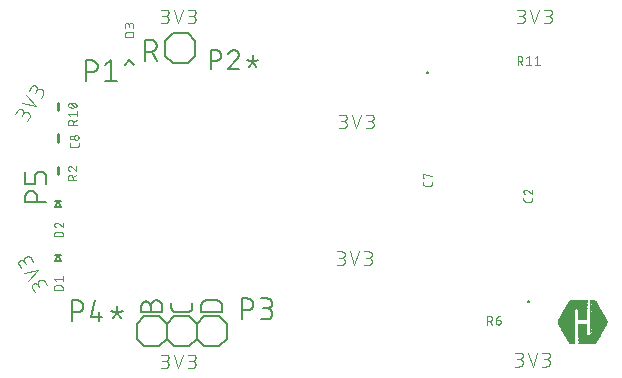
<source format=gbr>
G04 EAGLE Gerber RS-274X export*
G75*
%MOMM*%
%FSLAX34Y34*%
%LPD*%
%INSilkscreen Top*%
%IPPOS*%
%AMOC8*
5,1,8,0,0,1.08239X$1,22.5*%
G01*
%ADD10C,0.152400*%
%ADD11C,0.101600*%
%ADD12C,0.254000*%
%ADD13C,0.076200*%
%ADD14C,0.127000*%
%ADD15R,0.259075X0.015238*%
%ADD16R,1.310638X0.015238*%
%ADD17R,0.015238X0.015238*%
%ADD18R,0.304800X0.015238*%
%ADD19R,1.356356X0.015238*%
%ADD20R,0.335275X0.015238*%
%ADD21R,1.402075X0.015238*%
%ADD22R,0.365756X0.015238*%
%ADD23R,1.417319X0.015238*%
%ADD24R,0.381000X0.015238*%
%ADD25R,1.447800X0.015238*%
%ADD26R,0.396238X0.015238*%
%ADD27R,1.463037X0.015238*%
%ADD28R,0.411475X0.015238*%
%ADD29R,1.478275X0.015238*%
%ADD30R,0.426719X0.015238*%
%ADD31R,1.493519X0.015238*%
%ADD32R,0.441956X0.015238*%
%ADD33R,1.508756X0.015238*%
%ADD34R,0.457200X0.015238*%
%ADD35R,1.524000X0.015238*%
%ADD36R,0.472438X0.015238*%
%ADD37R,1.539238X0.015238*%
%ADD38R,0.487675X0.015238*%
%ADD39R,1.554475X0.015238*%
%ADD40R,0.502919X0.015238*%
%ADD41R,1.569719X0.015238*%
%ADD42R,0.518156X0.015238*%
%ADD43R,1.584956X0.015238*%
%ADD44R,0.533400X0.015238*%
%ADD45R,1.600200X0.015238*%
%ADD46R,0.548638X0.015238*%
%ADD47R,1.615438X0.015238*%
%ADD48R,0.563875X0.015238*%
%ADD49R,1.630675X0.015238*%
%ADD50R,0.579119X0.015238*%
%ADD51R,1.645919X0.015238*%
%ADD52R,0.594356X0.015238*%
%ADD53R,1.661156X0.015238*%
%ADD54R,0.609600X0.015238*%
%ADD55R,1.676400X0.015238*%
%ADD56R,0.624838X0.015238*%
%ADD57R,1.691638X0.015238*%
%ADD58R,0.640075X0.015238*%
%ADD59R,1.706875X0.015238*%
%ADD60R,0.655319X0.015238*%
%ADD61R,1.722119X0.015238*%
%ADD62R,0.670556X0.015238*%
%ADD63R,1.737356X0.015238*%
%ADD64R,0.685800X0.015238*%
%ADD65R,1.752600X0.015238*%
%ADD66R,0.701037X0.015238*%
%ADD67R,0.716275X0.015238*%
%ADD68R,0.731519X0.015238*%
%ADD69R,1.767838X0.015238*%
%ADD70R,1.783075X0.015238*%
%ADD71R,0.746756X0.015238*%
%ADD72R,1.798319X0.015238*%
%ADD73R,0.030481X0.015238*%
%ADD74R,0.762000X0.015238*%
%ADD75R,0.807719X0.015238*%
%ADD76R,0.868681X0.015238*%
%ADD77R,0.777238X0.015238*%
%ADD78R,0.853438X0.015238*%
%ADD79R,0.838200X0.015238*%
%ADD80R,0.792475X0.015238*%
%ADD81R,0.822963X0.015238*%
%ADD82R,0.822956X0.015238*%
%ADD83R,0.868675X0.015238*%
%ADD84R,0.883919X0.015238*%
%ADD85R,0.899156X0.015238*%
%ADD86R,0.914400X0.015238*%
%ADD87R,0.929638X0.015238*%
%ADD88R,0.944875X0.015238*%
%ADD89R,0.960119X0.015238*%
%ADD90R,0.975356X0.015238*%
%ADD91R,0.990600X0.015238*%
%ADD92R,1.005837X0.015238*%
%ADD93R,1.021075X0.015238*%
%ADD94R,1.036319X0.015238*%
%ADD95R,1.051556X0.015238*%
%ADD96R,1.066800X0.015238*%
%ADD97R,1.082037X0.015238*%
%ADD98R,1.097275X0.015238*%
%ADD99R,1.112519X0.015238*%
%ADD100R,1.127756X0.015238*%
%ADD101R,1.143000X0.015238*%
%ADD102R,1.158238X0.015238*%
%ADD103R,1.173475X0.015238*%
%ADD104R,1.188719X0.015238*%
%ADD105R,1.203956X0.015238*%
%ADD106R,1.219200X0.015238*%
%ADD107R,1.234438X0.015238*%
%ADD108R,1.249675X0.015238*%
%ADD109R,1.264919X0.015238*%
%ADD110R,1.280156X0.015238*%
%ADD111R,1.295400X0.015238*%
%ADD112R,1.325875X0.015238*%
%ADD113R,0.670563X0.015238*%
%ADD114R,1.341119X0.015238*%
%ADD115R,1.371600X0.015238*%
%ADD116R,1.386838X0.015238*%
%ADD117R,0.045719X0.015238*%
%ADD118R,0.060956X0.015238*%
%ADD119R,1.432556X0.015238*%
%ADD120R,0.106681X0.015238*%
%ADD121R,0.121919X0.015238*%
%ADD122R,0.152400X0.015238*%
%ADD123R,0.182875X0.015238*%
%ADD124R,0.030475X0.015238*%
%ADD125R,0.213363X0.015238*%
%ADD126R,0.076200X0.015238*%
%ADD127R,0.320038X0.015238*%
%ADD128R,0.243838X0.015238*%
%ADD129R,0.106675X0.015238*%
%ADD130R,0.274319X0.015238*%
%ADD131R,0.259081X0.015238*%
%ADD132R,0.198119X0.015238*%
%ADD133R,0.228600X0.015238*%
%ADD134C,0.200000*%


D10*
X-174152Y-16701D02*
X-174152Y-11762D01*
X-174150Y-11622D01*
X-174144Y-11483D01*
X-174134Y-11343D01*
X-174120Y-11204D01*
X-174103Y-11065D01*
X-174081Y-10927D01*
X-174055Y-10790D01*
X-174026Y-10653D01*
X-173993Y-10517D01*
X-173956Y-10383D01*
X-173915Y-10249D01*
X-173870Y-10117D01*
X-173821Y-9985D01*
X-173769Y-9856D01*
X-173714Y-9728D01*
X-173654Y-9601D01*
X-173591Y-9476D01*
X-173525Y-9353D01*
X-173455Y-9232D01*
X-173382Y-9113D01*
X-173305Y-8996D01*
X-173225Y-8882D01*
X-173142Y-8769D01*
X-173056Y-8659D01*
X-172966Y-8552D01*
X-172874Y-8447D01*
X-172779Y-8345D01*
X-172681Y-8245D01*
X-172580Y-8148D01*
X-172476Y-8054D01*
X-172370Y-7964D01*
X-172261Y-7876D01*
X-172150Y-7791D01*
X-172036Y-7710D01*
X-171921Y-7631D01*
X-171803Y-7556D01*
X-171683Y-7485D01*
X-171560Y-7417D01*
X-171437Y-7352D01*
X-171311Y-7291D01*
X-171183Y-7233D01*
X-171055Y-7179D01*
X-170924Y-7129D01*
X-170792Y-7082D01*
X-170659Y-7039D01*
X-170525Y-7000D01*
X-170390Y-6965D01*
X-170254Y-6934D01*
X-170116Y-6906D01*
X-169979Y-6883D01*
X-169840Y-6863D01*
X-169701Y-6847D01*
X-169562Y-6835D01*
X-169423Y-6827D01*
X-169283Y-6823D01*
X-169143Y-6823D01*
X-169003Y-6827D01*
X-168864Y-6835D01*
X-168725Y-6847D01*
X-168586Y-6863D01*
X-168447Y-6883D01*
X-168310Y-6906D01*
X-168172Y-6934D01*
X-168036Y-6965D01*
X-167901Y-7000D01*
X-167767Y-7039D01*
X-167634Y-7082D01*
X-167502Y-7129D01*
X-167371Y-7179D01*
X-167243Y-7233D01*
X-167115Y-7291D01*
X-166989Y-7352D01*
X-166866Y-7417D01*
X-166744Y-7485D01*
X-166623Y-7556D01*
X-166505Y-7631D01*
X-166390Y-7710D01*
X-166276Y-7791D01*
X-166165Y-7876D01*
X-166056Y-7964D01*
X-165950Y-8054D01*
X-165846Y-8148D01*
X-165745Y-8245D01*
X-165647Y-8345D01*
X-165552Y-8447D01*
X-165460Y-8552D01*
X-165370Y-8659D01*
X-165284Y-8769D01*
X-165201Y-8882D01*
X-165121Y-8996D01*
X-165044Y-9113D01*
X-164971Y-9232D01*
X-164901Y-9353D01*
X-164835Y-9476D01*
X-164772Y-9601D01*
X-164712Y-9728D01*
X-164657Y-9856D01*
X-164605Y-9985D01*
X-164556Y-10117D01*
X-164511Y-10249D01*
X-164470Y-10383D01*
X-164433Y-10517D01*
X-164400Y-10653D01*
X-164371Y-10790D01*
X-164345Y-10927D01*
X-164323Y-11065D01*
X-164306Y-11204D01*
X-164292Y-11343D01*
X-164282Y-11483D01*
X-164276Y-11622D01*
X-164274Y-11762D01*
X-164275Y-11762D02*
X-164275Y-16701D01*
X-182055Y-16701D01*
X-182055Y-11762D01*
X-182054Y-11762D02*
X-182052Y-11638D01*
X-182046Y-11514D01*
X-182036Y-11390D01*
X-182023Y-11267D01*
X-182005Y-11144D01*
X-181984Y-11022D01*
X-181959Y-10900D01*
X-181930Y-10779D01*
X-181897Y-10660D01*
X-181861Y-10541D01*
X-181820Y-10424D01*
X-181777Y-10308D01*
X-181729Y-10193D01*
X-181678Y-10080D01*
X-181623Y-9968D01*
X-181565Y-9859D01*
X-181504Y-9751D01*
X-181439Y-9645D01*
X-181371Y-9541D01*
X-181299Y-9440D01*
X-181225Y-9340D01*
X-181147Y-9244D01*
X-181067Y-9149D01*
X-180983Y-9057D01*
X-180897Y-8968D01*
X-180808Y-8882D01*
X-180716Y-8798D01*
X-180621Y-8718D01*
X-180525Y-8640D01*
X-180425Y-8566D01*
X-180324Y-8494D01*
X-180220Y-8426D01*
X-180114Y-8361D01*
X-180006Y-8300D01*
X-179897Y-8242D01*
X-179785Y-8187D01*
X-179672Y-8136D01*
X-179557Y-8088D01*
X-179441Y-8045D01*
X-179324Y-8004D01*
X-179205Y-7968D01*
X-179086Y-7935D01*
X-178965Y-7906D01*
X-178843Y-7881D01*
X-178721Y-7860D01*
X-178598Y-7842D01*
X-178475Y-7829D01*
X-178351Y-7819D01*
X-178227Y-7813D01*
X-178103Y-7811D01*
X-177979Y-7813D01*
X-177855Y-7819D01*
X-177731Y-7829D01*
X-177608Y-7842D01*
X-177485Y-7860D01*
X-177363Y-7881D01*
X-177241Y-7906D01*
X-177120Y-7935D01*
X-177001Y-7968D01*
X-176882Y-8004D01*
X-176765Y-8045D01*
X-176649Y-8088D01*
X-176534Y-8136D01*
X-176421Y-8187D01*
X-176309Y-8242D01*
X-176200Y-8300D01*
X-176092Y-8361D01*
X-175986Y-8426D01*
X-175882Y-8494D01*
X-175781Y-8566D01*
X-175681Y-8640D01*
X-175585Y-8718D01*
X-175490Y-8798D01*
X-175398Y-8882D01*
X-175309Y-8968D01*
X-175223Y-9057D01*
X-175139Y-9149D01*
X-175059Y-9244D01*
X-174981Y-9340D01*
X-174907Y-9440D01*
X-174835Y-9541D01*
X-174767Y-9645D01*
X-174702Y-9751D01*
X-174641Y-9859D01*
X-174583Y-9968D01*
X-174528Y-10080D01*
X-174477Y-10193D01*
X-174429Y-10308D01*
X-174386Y-10424D01*
X-174345Y-10541D01*
X-174309Y-10660D01*
X-174276Y-10779D01*
X-174247Y-10900D01*
X-174222Y-11022D01*
X-174201Y-11144D01*
X-174183Y-11267D01*
X-174170Y-11390D01*
X-174160Y-11514D01*
X-174154Y-11638D01*
X-174152Y-11762D01*
X-178915Y195771D02*
X-178915Y213551D01*
X-173976Y213551D01*
X-173836Y213549D01*
X-173697Y213543D01*
X-173557Y213533D01*
X-173418Y213519D01*
X-173279Y213502D01*
X-173141Y213480D01*
X-173004Y213454D01*
X-172867Y213425D01*
X-172731Y213392D01*
X-172597Y213355D01*
X-172463Y213314D01*
X-172331Y213269D01*
X-172199Y213220D01*
X-172070Y213168D01*
X-171942Y213113D01*
X-171815Y213053D01*
X-171690Y212990D01*
X-171567Y212924D01*
X-171446Y212854D01*
X-171327Y212781D01*
X-171210Y212704D01*
X-171096Y212624D01*
X-170983Y212541D01*
X-170873Y212455D01*
X-170766Y212365D01*
X-170661Y212273D01*
X-170559Y212178D01*
X-170459Y212080D01*
X-170362Y211979D01*
X-170268Y211875D01*
X-170178Y211769D01*
X-170090Y211660D01*
X-170005Y211549D01*
X-169924Y211435D01*
X-169845Y211320D01*
X-169770Y211202D01*
X-169699Y211082D01*
X-169631Y210959D01*
X-169566Y210836D01*
X-169505Y210710D01*
X-169447Y210582D01*
X-169393Y210454D01*
X-169343Y210323D01*
X-169296Y210191D01*
X-169253Y210058D01*
X-169214Y209924D01*
X-169179Y209789D01*
X-169148Y209653D01*
X-169120Y209515D01*
X-169097Y209378D01*
X-169077Y209239D01*
X-169061Y209100D01*
X-169049Y208961D01*
X-169041Y208822D01*
X-169037Y208682D01*
X-169037Y208542D01*
X-169041Y208402D01*
X-169049Y208263D01*
X-169061Y208124D01*
X-169077Y207985D01*
X-169097Y207846D01*
X-169120Y207709D01*
X-169148Y207571D01*
X-169179Y207435D01*
X-169214Y207300D01*
X-169253Y207166D01*
X-169296Y207033D01*
X-169343Y206901D01*
X-169393Y206770D01*
X-169447Y206642D01*
X-169505Y206514D01*
X-169566Y206388D01*
X-169631Y206265D01*
X-169699Y206143D01*
X-169770Y206022D01*
X-169845Y205904D01*
X-169924Y205789D01*
X-170005Y205675D01*
X-170090Y205564D01*
X-170178Y205455D01*
X-170268Y205349D01*
X-170362Y205245D01*
X-170459Y205144D01*
X-170559Y205046D01*
X-170661Y204951D01*
X-170766Y204859D01*
X-170873Y204769D01*
X-170983Y204683D01*
X-171096Y204600D01*
X-171210Y204520D01*
X-171327Y204443D01*
X-171446Y204370D01*
X-171567Y204300D01*
X-171690Y204234D01*
X-171815Y204171D01*
X-171942Y204111D01*
X-172070Y204056D01*
X-172199Y204004D01*
X-172331Y203955D01*
X-172463Y203910D01*
X-172597Y203869D01*
X-172731Y203832D01*
X-172867Y203799D01*
X-173004Y203770D01*
X-173141Y203744D01*
X-173279Y203722D01*
X-173418Y203705D01*
X-173557Y203691D01*
X-173697Y203681D01*
X-173836Y203675D01*
X-173976Y203673D01*
X-178915Y203673D01*
X-172988Y203673D02*
X-169037Y195771D01*
X-131255Y-16701D02*
X-113475Y-16701D01*
X-131255Y-16701D02*
X-131255Y-11762D01*
X-131253Y-11623D01*
X-131247Y-11485D01*
X-131238Y-11347D01*
X-131224Y-11209D01*
X-131207Y-11072D01*
X-131185Y-10935D01*
X-131160Y-10798D01*
X-131131Y-10663D01*
X-131098Y-10528D01*
X-131062Y-10395D01*
X-131022Y-10262D01*
X-130978Y-10131D01*
X-130930Y-10001D01*
X-130879Y-9872D01*
X-130824Y-9745D01*
X-130766Y-9619D01*
X-130704Y-9495D01*
X-130639Y-9373D01*
X-130570Y-9253D01*
X-130498Y-9134D01*
X-130423Y-9018D01*
X-130344Y-8904D01*
X-130262Y-8792D01*
X-130177Y-8683D01*
X-130090Y-8575D01*
X-129999Y-8471D01*
X-129905Y-8369D01*
X-129808Y-8270D01*
X-129709Y-8173D01*
X-129607Y-8079D01*
X-129503Y-7988D01*
X-129395Y-7901D01*
X-129286Y-7816D01*
X-129174Y-7734D01*
X-129060Y-7655D01*
X-128944Y-7580D01*
X-128825Y-7508D01*
X-128705Y-7439D01*
X-128583Y-7374D01*
X-128459Y-7312D01*
X-128333Y-7254D01*
X-128206Y-7199D01*
X-128077Y-7148D01*
X-127947Y-7100D01*
X-127816Y-7056D01*
X-127683Y-7016D01*
X-127550Y-6980D01*
X-127415Y-6947D01*
X-127280Y-6918D01*
X-127143Y-6893D01*
X-127006Y-6871D01*
X-126869Y-6854D01*
X-126731Y-6840D01*
X-126593Y-6831D01*
X-126455Y-6825D01*
X-126316Y-6823D01*
X-118413Y-6823D01*
X-118274Y-6825D01*
X-118136Y-6831D01*
X-117998Y-6840D01*
X-117860Y-6854D01*
X-117723Y-6871D01*
X-117586Y-6893D01*
X-117449Y-6918D01*
X-117314Y-6947D01*
X-117179Y-6980D01*
X-117046Y-7016D01*
X-116913Y-7056D01*
X-116782Y-7100D01*
X-116652Y-7148D01*
X-116523Y-7199D01*
X-116396Y-7254D01*
X-116270Y-7312D01*
X-116146Y-7374D01*
X-116024Y-7439D01*
X-115904Y-7508D01*
X-115785Y-7580D01*
X-115669Y-7655D01*
X-115555Y-7734D01*
X-115443Y-7816D01*
X-115334Y-7901D01*
X-115226Y-7988D01*
X-115122Y-8079D01*
X-115020Y-8173D01*
X-114921Y-8270D01*
X-114824Y-8369D01*
X-114730Y-8471D01*
X-114639Y-8575D01*
X-114552Y-8683D01*
X-114467Y-8792D01*
X-114385Y-8904D01*
X-114306Y-9018D01*
X-114231Y-9134D01*
X-114159Y-9253D01*
X-114090Y-9373D01*
X-114025Y-9495D01*
X-113963Y-9619D01*
X-113905Y-9745D01*
X-113850Y-9872D01*
X-113799Y-10001D01*
X-113751Y-10131D01*
X-113707Y-10262D01*
X-113667Y-10395D01*
X-113631Y-10528D01*
X-113598Y-10663D01*
X-113569Y-10798D01*
X-113544Y-10935D01*
X-113522Y-11072D01*
X-113505Y-11209D01*
X-113491Y-11347D01*
X-113482Y-11485D01*
X-113476Y-11623D01*
X-113474Y-11762D01*
X-113475Y-11762D02*
X-113475Y-16701D01*
X-138875Y-12749D02*
X-138875Y-8798D01*
X-138875Y-12749D02*
X-138877Y-12873D01*
X-138883Y-12997D01*
X-138893Y-13121D01*
X-138906Y-13244D01*
X-138924Y-13367D01*
X-138945Y-13489D01*
X-138970Y-13611D01*
X-138999Y-13732D01*
X-139032Y-13851D01*
X-139068Y-13970D01*
X-139109Y-14087D01*
X-139152Y-14203D01*
X-139200Y-14318D01*
X-139251Y-14431D01*
X-139306Y-14543D01*
X-139364Y-14652D01*
X-139425Y-14760D01*
X-139490Y-14866D01*
X-139558Y-14970D01*
X-139630Y-15071D01*
X-139704Y-15171D01*
X-139782Y-15267D01*
X-139862Y-15362D01*
X-139946Y-15454D01*
X-140032Y-15543D01*
X-140121Y-15629D01*
X-140213Y-15713D01*
X-140308Y-15793D01*
X-140404Y-15871D01*
X-140504Y-15945D01*
X-140605Y-16017D01*
X-140709Y-16085D01*
X-140815Y-16150D01*
X-140923Y-16211D01*
X-141032Y-16269D01*
X-141144Y-16324D01*
X-141257Y-16375D01*
X-141372Y-16423D01*
X-141488Y-16466D01*
X-141605Y-16507D01*
X-141724Y-16543D01*
X-141843Y-16576D01*
X-141964Y-16605D01*
X-142086Y-16630D01*
X-142208Y-16651D01*
X-142331Y-16669D01*
X-142454Y-16682D01*
X-142578Y-16692D01*
X-142702Y-16698D01*
X-142826Y-16700D01*
X-142826Y-16701D02*
X-152703Y-16701D01*
X-152703Y-16700D02*
X-152827Y-16698D01*
X-152951Y-16692D01*
X-153075Y-16682D01*
X-153198Y-16669D01*
X-153321Y-16651D01*
X-153443Y-16630D01*
X-153565Y-16605D01*
X-153686Y-16576D01*
X-153805Y-16543D01*
X-153924Y-16507D01*
X-154041Y-16466D01*
X-154157Y-16423D01*
X-154272Y-16375D01*
X-154385Y-16324D01*
X-154497Y-16269D01*
X-154606Y-16211D01*
X-154714Y-16150D01*
X-154820Y-16085D01*
X-154924Y-16017D01*
X-155025Y-15945D01*
X-155125Y-15871D01*
X-155221Y-15793D01*
X-155316Y-15713D01*
X-155408Y-15629D01*
X-155497Y-15543D01*
X-155583Y-15454D01*
X-155667Y-15362D01*
X-155747Y-15267D01*
X-155825Y-15171D01*
X-155899Y-15071D01*
X-155971Y-14970D01*
X-156039Y-14866D01*
X-156104Y-14760D01*
X-156165Y-14652D01*
X-156223Y-14543D01*
X-156278Y-14431D01*
X-156329Y-14318D01*
X-156377Y-14204D01*
X-156420Y-14087D01*
X-156461Y-13970D01*
X-156497Y-13851D01*
X-156530Y-13732D01*
X-156559Y-13611D01*
X-156584Y-13489D01*
X-156605Y-13367D01*
X-156623Y-13244D01*
X-156636Y-13121D01*
X-156646Y-12997D01*
X-156652Y-12873D01*
X-156654Y-12749D01*
X-156655Y-12749D02*
X-156655Y-8798D01*
D11*
X-262240Y6087D02*
X-263863Y8897D01*
X-263863Y8898D02*
X-263921Y8995D01*
X-263983Y9090D01*
X-264048Y9183D01*
X-264116Y9273D01*
X-264187Y9361D01*
X-264262Y9447D01*
X-264339Y9530D01*
X-264419Y9610D01*
X-264502Y9687D01*
X-264588Y9762D01*
X-264676Y9833D01*
X-264766Y9901D01*
X-264859Y9966D01*
X-264954Y10028D01*
X-265051Y10086D01*
X-265150Y10141D01*
X-265251Y10192D01*
X-265354Y10240D01*
X-265458Y10285D01*
X-265564Y10325D01*
X-265671Y10362D01*
X-265779Y10395D01*
X-265889Y10425D01*
X-265999Y10450D01*
X-266110Y10472D01*
X-266222Y10489D01*
X-266335Y10503D01*
X-266448Y10513D01*
X-266561Y10519D01*
X-266674Y10521D01*
X-266787Y10519D01*
X-266900Y10513D01*
X-267013Y10503D01*
X-267126Y10489D01*
X-267238Y10472D01*
X-267349Y10450D01*
X-267459Y10425D01*
X-267569Y10395D01*
X-267677Y10362D01*
X-267784Y10325D01*
X-267890Y10285D01*
X-267994Y10240D01*
X-268097Y10192D01*
X-268198Y10141D01*
X-268297Y10086D01*
X-268394Y10028D01*
X-268489Y9966D01*
X-268582Y9901D01*
X-268672Y9833D01*
X-268760Y9762D01*
X-268846Y9687D01*
X-268929Y9610D01*
X-269009Y9530D01*
X-269086Y9447D01*
X-269161Y9361D01*
X-269232Y9273D01*
X-269300Y9183D01*
X-269365Y9090D01*
X-269427Y8995D01*
X-269485Y8898D01*
X-269540Y8799D01*
X-269591Y8698D01*
X-269639Y8595D01*
X-269684Y8491D01*
X-269724Y8385D01*
X-269761Y8278D01*
X-269794Y8170D01*
X-269824Y8060D01*
X-269849Y7950D01*
X-269871Y7839D01*
X-269888Y7727D01*
X-269902Y7614D01*
X-269912Y7501D01*
X-269918Y7388D01*
X-269920Y7275D01*
X-269918Y7162D01*
X-269912Y7049D01*
X-269902Y6936D01*
X-269888Y6823D01*
X-269871Y6711D01*
X-269849Y6600D01*
X-269824Y6490D01*
X-269794Y6380D01*
X-269761Y6272D01*
X-269724Y6165D01*
X-269684Y6059D01*
X-269639Y5955D01*
X-269591Y5852D01*
X-269540Y5751D01*
X-269485Y5652D01*
X-274306Y3617D02*
X-272359Y245D01*
X-274306Y3618D02*
X-274355Y3706D01*
X-274400Y3796D01*
X-274442Y3888D01*
X-274480Y3981D01*
X-274514Y4076D01*
X-274545Y4171D01*
X-274572Y4268D01*
X-274595Y4366D01*
X-274615Y4465D01*
X-274630Y4565D01*
X-274642Y4665D01*
X-274650Y4765D01*
X-274654Y4866D01*
X-274654Y4966D01*
X-274650Y5067D01*
X-274642Y5167D01*
X-274630Y5267D01*
X-274615Y5367D01*
X-274595Y5466D01*
X-274572Y5564D01*
X-274545Y5661D01*
X-274514Y5756D01*
X-274480Y5851D01*
X-274442Y5944D01*
X-274400Y6036D01*
X-274355Y6126D01*
X-274306Y6214D01*
X-274254Y6300D01*
X-274199Y6384D01*
X-274140Y6466D01*
X-274079Y6546D01*
X-274014Y6623D01*
X-273946Y6697D01*
X-273876Y6769D01*
X-273803Y6838D01*
X-273727Y6905D01*
X-273648Y6968D01*
X-273568Y7028D01*
X-273485Y7085D01*
X-273399Y7139D01*
X-273312Y7189D01*
X-273223Y7236D01*
X-273132Y7279D01*
X-273040Y7319D01*
X-272946Y7355D01*
X-272851Y7388D01*
X-272754Y7417D01*
X-272657Y7442D01*
X-272558Y7463D01*
X-272459Y7481D01*
X-272359Y7494D01*
X-272259Y7504D01*
X-272159Y7510D01*
X-272058Y7512D01*
X-271957Y7510D01*
X-271857Y7504D01*
X-271757Y7494D01*
X-271657Y7481D01*
X-271558Y7463D01*
X-271459Y7442D01*
X-271362Y7417D01*
X-271265Y7388D01*
X-271170Y7355D01*
X-271076Y7319D01*
X-270984Y7279D01*
X-270893Y7236D01*
X-270804Y7189D01*
X-270717Y7139D01*
X-270631Y7085D01*
X-270548Y7028D01*
X-270468Y6968D01*
X-270389Y6905D01*
X-270313Y6838D01*
X-270240Y6769D01*
X-270170Y6697D01*
X-270102Y6623D01*
X-270037Y6546D01*
X-269976Y6466D01*
X-269917Y6384D01*
X-269862Y6300D01*
X-269810Y6214D01*
X-269809Y6214D02*
X-268511Y3965D01*
X-277749Y9581D02*
X-269578Y18796D01*
X-281644Y16327D01*
X-273670Y25884D02*
X-275293Y28695D01*
X-275351Y28792D01*
X-275413Y28887D01*
X-275478Y28980D01*
X-275546Y29070D01*
X-275617Y29158D01*
X-275692Y29244D01*
X-275769Y29327D01*
X-275849Y29407D01*
X-275932Y29484D01*
X-276018Y29559D01*
X-276106Y29630D01*
X-276196Y29698D01*
X-276289Y29763D01*
X-276384Y29825D01*
X-276481Y29883D01*
X-276580Y29938D01*
X-276681Y29989D01*
X-276784Y30037D01*
X-276888Y30082D01*
X-276994Y30122D01*
X-277101Y30159D01*
X-277209Y30192D01*
X-277319Y30222D01*
X-277429Y30247D01*
X-277540Y30269D01*
X-277652Y30286D01*
X-277765Y30300D01*
X-277878Y30310D01*
X-277991Y30316D01*
X-278104Y30318D01*
X-278217Y30316D01*
X-278330Y30310D01*
X-278443Y30300D01*
X-278556Y30286D01*
X-278668Y30269D01*
X-278779Y30247D01*
X-278889Y30222D01*
X-278999Y30192D01*
X-279107Y30159D01*
X-279214Y30122D01*
X-279320Y30082D01*
X-279424Y30037D01*
X-279527Y29989D01*
X-279628Y29938D01*
X-279727Y29883D01*
X-279824Y29825D01*
X-279919Y29763D01*
X-280012Y29698D01*
X-280102Y29630D01*
X-280190Y29559D01*
X-280276Y29484D01*
X-280359Y29407D01*
X-280439Y29327D01*
X-280516Y29244D01*
X-280591Y29158D01*
X-280662Y29070D01*
X-280730Y28980D01*
X-280795Y28887D01*
X-280857Y28792D01*
X-280915Y28695D01*
X-280970Y28596D01*
X-281021Y28495D01*
X-281069Y28392D01*
X-281114Y28288D01*
X-281154Y28182D01*
X-281191Y28075D01*
X-281224Y27967D01*
X-281254Y27857D01*
X-281279Y27747D01*
X-281301Y27636D01*
X-281318Y27524D01*
X-281332Y27411D01*
X-281342Y27298D01*
X-281348Y27185D01*
X-281350Y27072D01*
X-281348Y26959D01*
X-281342Y26846D01*
X-281332Y26733D01*
X-281318Y26620D01*
X-281301Y26508D01*
X-281279Y26397D01*
X-281254Y26287D01*
X-281224Y26177D01*
X-281191Y26069D01*
X-281154Y25962D01*
X-281114Y25856D01*
X-281069Y25752D01*
X-281021Y25649D01*
X-280970Y25548D01*
X-280915Y25449D01*
X-285736Y23415D02*
X-283789Y20042D01*
X-285736Y23415D02*
X-285785Y23503D01*
X-285830Y23593D01*
X-285872Y23685D01*
X-285910Y23778D01*
X-285944Y23873D01*
X-285975Y23968D01*
X-286002Y24065D01*
X-286025Y24163D01*
X-286045Y24262D01*
X-286060Y24362D01*
X-286072Y24462D01*
X-286080Y24562D01*
X-286084Y24663D01*
X-286084Y24763D01*
X-286080Y24864D01*
X-286072Y24964D01*
X-286060Y25064D01*
X-286045Y25164D01*
X-286025Y25263D01*
X-286002Y25361D01*
X-285975Y25458D01*
X-285944Y25553D01*
X-285910Y25648D01*
X-285872Y25741D01*
X-285830Y25833D01*
X-285785Y25923D01*
X-285736Y26011D01*
X-285684Y26097D01*
X-285629Y26181D01*
X-285570Y26263D01*
X-285509Y26343D01*
X-285444Y26420D01*
X-285376Y26494D01*
X-285306Y26566D01*
X-285233Y26635D01*
X-285157Y26702D01*
X-285078Y26765D01*
X-284998Y26825D01*
X-284915Y26882D01*
X-284829Y26936D01*
X-284742Y26986D01*
X-284653Y27033D01*
X-284562Y27076D01*
X-284470Y27116D01*
X-284376Y27152D01*
X-284281Y27185D01*
X-284184Y27214D01*
X-284087Y27239D01*
X-283988Y27260D01*
X-283889Y27278D01*
X-283789Y27291D01*
X-283689Y27301D01*
X-283589Y27307D01*
X-283488Y27309D01*
X-283387Y27307D01*
X-283287Y27301D01*
X-283187Y27291D01*
X-283087Y27278D01*
X-282988Y27260D01*
X-282889Y27239D01*
X-282792Y27214D01*
X-282695Y27185D01*
X-282600Y27152D01*
X-282506Y27116D01*
X-282414Y27076D01*
X-282323Y27033D01*
X-282234Y26986D01*
X-282147Y26936D01*
X-282061Y26882D01*
X-281978Y26825D01*
X-281898Y26765D01*
X-281819Y26702D01*
X-281743Y26635D01*
X-281670Y26566D01*
X-281600Y26494D01*
X-281532Y26420D01*
X-281467Y26343D01*
X-281406Y26263D01*
X-281347Y26181D01*
X-281292Y26097D01*
X-281240Y26011D01*
X-281239Y26011D02*
X-279941Y23763D01*
X-165488Y227521D02*
X-162243Y227521D01*
X-162243Y227520D02*
X-162130Y227522D01*
X-162017Y227528D01*
X-161904Y227538D01*
X-161791Y227552D01*
X-161679Y227569D01*
X-161568Y227591D01*
X-161458Y227616D01*
X-161348Y227646D01*
X-161240Y227679D01*
X-161133Y227716D01*
X-161027Y227756D01*
X-160923Y227801D01*
X-160820Y227849D01*
X-160719Y227900D01*
X-160620Y227955D01*
X-160523Y228013D01*
X-160428Y228075D01*
X-160335Y228140D01*
X-160245Y228208D01*
X-160157Y228279D01*
X-160071Y228354D01*
X-159988Y228431D01*
X-159908Y228511D01*
X-159831Y228594D01*
X-159756Y228680D01*
X-159685Y228768D01*
X-159617Y228858D01*
X-159552Y228951D01*
X-159490Y229046D01*
X-159432Y229143D01*
X-159377Y229242D01*
X-159326Y229343D01*
X-159278Y229446D01*
X-159233Y229550D01*
X-159193Y229656D01*
X-159156Y229763D01*
X-159123Y229871D01*
X-159093Y229981D01*
X-159068Y230091D01*
X-159046Y230202D01*
X-159029Y230314D01*
X-159015Y230427D01*
X-159005Y230540D01*
X-158999Y230653D01*
X-158997Y230766D01*
X-158999Y230879D01*
X-159005Y230992D01*
X-159015Y231105D01*
X-159029Y231218D01*
X-159046Y231330D01*
X-159068Y231441D01*
X-159093Y231551D01*
X-159123Y231661D01*
X-159156Y231769D01*
X-159193Y231876D01*
X-159233Y231982D01*
X-159278Y232086D01*
X-159326Y232189D01*
X-159377Y232290D01*
X-159432Y232389D01*
X-159490Y232486D01*
X-159552Y232581D01*
X-159617Y232674D01*
X-159685Y232764D01*
X-159756Y232852D01*
X-159831Y232938D01*
X-159908Y233021D01*
X-159988Y233101D01*
X-160071Y233178D01*
X-160157Y233253D01*
X-160245Y233324D01*
X-160335Y233392D01*
X-160428Y233457D01*
X-160523Y233519D01*
X-160620Y233577D01*
X-160719Y233632D01*
X-160820Y233683D01*
X-160923Y233731D01*
X-161027Y233776D01*
X-161133Y233816D01*
X-161240Y233853D01*
X-161348Y233886D01*
X-161458Y233916D01*
X-161568Y233941D01*
X-161679Y233963D01*
X-161791Y233980D01*
X-161904Y233994D01*
X-162017Y234004D01*
X-162130Y234010D01*
X-162243Y234012D01*
X-161593Y239205D02*
X-165488Y239205D01*
X-161593Y239204D02*
X-161492Y239202D01*
X-161392Y239196D01*
X-161292Y239186D01*
X-161192Y239173D01*
X-161093Y239155D01*
X-160994Y239134D01*
X-160897Y239109D01*
X-160800Y239080D01*
X-160705Y239047D01*
X-160611Y239011D01*
X-160519Y238971D01*
X-160428Y238928D01*
X-160339Y238881D01*
X-160252Y238831D01*
X-160166Y238777D01*
X-160083Y238720D01*
X-160003Y238660D01*
X-159924Y238597D01*
X-159848Y238530D01*
X-159775Y238461D01*
X-159705Y238389D01*
X-159637Y238315D01*
X-159572Y238238D01*
X-159511Y238158D01*
X-159452Y238076D01*
X-159397Y237992D01*
X-159345Y237906D01*
X-159296Y237818D01*
X-159251Y237728D01*
X-159209Y237636D01*
X-159171Y237543D01*
X-159137Y237448D01*
X-159106Y237353D01*
X-159079Y237256D01*
X-159056Y237158D01*
X-159036Y237059D01*
X-159021Y236959D01*
X-159009Y236859D01*
X-159001Y236759D01*
X-158997Y236658D01*
X-158997Y236558D01*
X-159001Y236457D01*
X-159009Y236357D01*
X-159021Y236257D01*
X-159036Y236157D01*
X-159056Y236058D01*
X-159079Y235960D01*
X-159106Y235863D01*
X-159137Y235768D01*
X-159171Y235673D01*
X-159209Y235580D01*
X-159251Y235488D01*
X-159296Y235398D01*
X-159345Y235310D01*
X-159397Y235224D01*
X-159452Y235140D01*
X-159511Y235058D01*
X-159572Y234978D01*
X-159637Y234901D01*
X-159705Y234827D01*
X-159775Y234755D01*
X-159848Y234686D01*
X-159924Y234619D01*
X-160003Y234556D01*
X-160083Y234496D01*
X-160166Y234439D01*
X-160252Y234385D01*
X-160339Y234335D01*
X-160428Y234288D01*
X-160519Y234245D01*
X-160611Y234205D01*
X-160705Y234169D01*
X-160800Y234136D01*
X-160897Y234107D01*
X-160994Y234082D01*
X-161093Y234061D01*
X-161192Y234043D01*
X-161292Y234030D01*
X-161392Y234020D01*
X-161492Y234014D01*
X-161593Y234012D01*
X-164190Y234012D01*
X-154707Y239205D02*
X-150813Y227521D01*
X-146918Y239205D01*
X-142628Y227521D02*
X-139383Y227521D01*
X-139383Y227520D02*
X-139270Y227522D01*
X-139157Y227528D01*
X-139044Y227538D01*
X-138931Y227552D01*
X-138819Y227569D01*
X-138708Y227591D01*
X-138598Y227616D01*
X-138488Y227646D01*
X-138380Y227679D01*
X-138273Y227716D01*
X-138167Y227756D01*
X-138063Y227801D01*
X-137960Y227849D01*
X-137859Y227900D01*
X-137760Y227955D01*
X-137663Y228013D01*
X-137568Y228075D01*
X-137475Y228140D01*
X-137385Y228208D01*
X-137297Y228279D01*
X-137211Y228354D01*
X-137128Y228431D01*
X-137048Y228511D01*
X-136971Y228594D01*
X-136896Y228680D01*
X-136825Y228768D01*
X-136757Y228858D01*
X-136692Y228951D01*
X-136630Y229046D01*
X-136572Y229143D01*
X-136517Y229242D01*
X-136466Y229343D01*
X-136418Y229446D01*
X-136373Y229550D01*
X-136333Y229656D01*
X-136296Y229763D01*
X-136263Y229871D01*
X-136233Y229981D01*
X-136208Y230091D01*
X-136186Y230202D01*
X-136169Y230314D01*
X-136155Y230427D01*
X-136145Y230540D01*
X-136139Y230653D01*
X-136137Y230766D01*
X-136139Y230879D01*
X-136145Y230992D01*
X-136155Y231105D01*
X-136169Y231218D01*
X-136186Y231330D01*
X-136208Y231441D01*
X-136233Y231551D01*
X-136263Y231661D01*
X-136296Y231769D01*
X-136333Y231876D01*
X-136373Y231982D01*
X-136418Y232086D01*
X-136466Y232189D01*
X-136517Y232290D01*
X-136572Y232389D01*
X-136630Y232486D01*
X-136692Y232581D01*
X-136757Y232674D01*
X-136825Y232764D01*
X-136896Y232852D01*
X-136971Y232938D01*
X-137048Y233021D01*
X-137128Y233101D01*
X-137211Y233178D01*
X-137297Y233253D01*
X-137385Y233324D01*
X-137475Y233392D01*
X-137568Y233457D01*
X-137663Y233519D01*
X-137760Y233577D01*
X-137859Y233632D01*
X-137960Y233683D01*
X-138063Y233731D01*
X-138167Y233776D01*
X-138273Y233816D01*
X-138380Y233853D01*
X-138488Y233886D01*
X-138598Y233916D01*
X-138708Y233941D01*
X-138819Y233963D01*
X-138931Y233980D01*
X-139044Y233994D01*
X-139157Y234004D01*
X-139270Y234010D01*
X-139383Y234012D01*
X-138733Y239205D02*
X-142628Y239205D01*
X-138733Y239204D02*
X-138632Y239202D01*
X-138532Y239196D01*
X-138432Y239186D01*
X-138332Y239173D01*
X-138233Y239155D01*
X-138134Y239134D01*
X-138037Y239109D01*
X-137940Y239080D01*
X-137845Y239047D01*
X-137751Y239011D01*
X-137659Y238971D01*
X-137568Y238928D01*
X-137479Y238881D01*
X-137392Y238831D01*
X-137306Y238777D01*
X-137223Y238720D01*
X-137143Y238660D01*
X-137064Y238597D01*
X-136988Y238530D01*
X-136915Y238461D01*
X-136845Y238389D01*
X-136777Y238315D01*
X-136712Y238238D01*
X-136651Y238158D01*
X-136592Y238076D01*
X-136537Y237992D01*
X-136485Y237906D01*
X-136436Y237818D01*
X-136391Y237728D01*
X-136349Y237636D01*
X-136311Y237543D01*
X-136277Y237448D01*
X-136246Y237353D01*
X-136219Y237256D01*
X-136196Y237158D01*
X-136176Y237059D01*
X-136161Y236959D01*
X-136149Y236859D01*
X-136141Y236759D01*
X-136137Y236658D01*
X-136137Y236558D01*
X-136141Y236457D01*
X-136149Y236357D01*
X-136161Y236257D01*
X-136176Y236157D01*
X-136196Y236058D01*
X-136219Y235960D01*
X-136246Y235863D01*
X-136277Y235768D01*
X-136311Y235673D01*
X-136349Y235580D01*
X-136391Y235488D01*
X-136436Y235398D01*
X-136485Y235310D01*
X-136537Y235224D01*
X-136592Y235140D01*
X-136651Y235058D01*
X-136712Y234978D01*
X-136777Y234901D01*
X-136845Y234827D01*
X-136915Y234755D01*
X-136988Y234686D01*
X-137064Y234619D01*
X-137143Y234556D01*
X-137223Y234496D01*
X-137306Y234439D01*
X-137392Y234385D01*
X-137479Y234335D01*
X-137568Y234288D01*
X-137659Y234245D01*
X-137751Y234205D01*
X-137845Y234169D01*
X-137940Y234136D01*
X-138037Y234107D01*
X-138134Y234082D01*
X-138233Y234061D01*
X-138332Y234043D01*
X-138432Y234030D01*
X-138532Y234020D01*
X-138632Y234014D01*
X-138733Y234012D01*
X-141330Y234012D01*
X-16263Y22733D02*
X-13018Y22733D01*
X-12905Y22735D01*
X-12792Y22741D01*
X-12679Y22751D01*
X-12566Y22765D01*
X-12454Y22782D01*
X-12343Y22804D01*
X-12233Y22829D01*
X-12123Y22859D01*
X-12015Y22892D01*
X-11908Y22929D01*
X-11802Y22969D01*
X-11698Y23014D01*
X-11595Y23062D01*
X-11494Y23113D01*
X-11395Y23168D01*
X-11298Y23226D01*
X-11203Y23288D01*
X-11110Y23353D01*
X-11020Y23421D01*
X-10932Y23492D01*
X-10846Y23567D01*
X-10763Y23644D01*
X-10683Y23724D01*
X-10606Y23807D01*
X-10531Y23893D01*
X-10460Y23981D01*
X-10392Y24071D01*
X-10327Y24164D01*
X-10265Y24259D01*
X-10207Y24356D01*
X-10152Y24455D01*
X-10101Y24556D01*
X-10053Y24659D01*
X-10008Y24763D01*
X-9968Y24869D01*
X-9931Y24976D01*
X-9898Y25084D01*
X-9868Y25194D01*
X-9843Y25304D01*
X-9821Y25415D01*
X-9804Y25527D01*
X-9790Y25640D01*
X-9780Y25753D01*
X-9774Y25866D01*
X-9772Y25979D01*
X-9774Y26092D01*
X-9780Y26205D01*
X-9790Y26318D01*
X-9804Y26431D01*
X-9821Y26543D01*
X-9843Y26654D01*
X-9868Y26764D01*
X-9898Y26874D01*
X-9931Y26982D01*
X-9968Y27089D01*
X-10008Y27195D01*
X-10053Y27299D01*
X-10101Y27402D01*
X-10152Y27503D01*
X-10207Y27602D01*
X-10265Y27699D01*
X-10327Y27794D01*
X-10392Y27887D01*
X-10460Y27977D01*
X-10531Y28065D01*
X-10606Y28151D01*
X-10683Y28234D01*
X-10763Y28314D01*
X-10846Y28391D01*
X-10932Y28466D01*
X-11020Y28537D01*
X-11110Y28605D01*
X-11203Y28670D01*
X-11298Y28732D01*
X-11395Y28790D01*
X-11494Y28845D01*
X-11595Y28896D01*
X-11698Y28944D01*
X-11802Y28989D01*
X-11908Y29029D01*
X-12015Y29066D01*
X-12123Y29099D01*
X-12233Y29129D01*
X-12343Y29154D01*
X-12454Y29176D01*
X-12566Y29193D01*
X-12679Y29207D01*
X-12792Y29217D01*
X-12905Y29223D01*
X-13018Y29225D01*
X-12368Y34417D02*
X-16263Y34417D01*
X-12368Y34417D02*
X-12267Y34415D01*
X-12167Y34409D01*
X-12067Y34399D01*
X-11967Y34386D01*
X-11868Y34368D01*
X-11769Y34347D01*
X-11672Y34322D01*
X-11575Y34293D01*
X-11480Y34260D01*
X-11386Y34224D01*
X-11294Y34184D01*
X-11203Y34141D01*
X-11114Y34094D01*
X-11027Y34044D01*
X-10941Y33990D01*
X-10858Y33933D01*
X-10778Y33873D01*
X-10699Y33810D01*
X-10623Y33743D01*
X-10550Y33674D01*
X-10480Y33602D01*
X-10412Y33528D01*
X-10347Y33451D01*
X-10286Y33371D01*
X-10227Y33289D01*
X-10172Y33205D01*
X-10120Y33119D01*
X-10071Y33031D01*
X-10026Y32941D01*
X-9984Y32849D01*
X-9946Y32756D01*
X-9912Y32661D01*
X-9881Y32566D01*
X-9854Y32469D01*
X-9831Y32371D01*
X-9811Y32272D01*
X-9796Y32172D01*
X-9784Y32072D01*
X-9776Y31972D01*
X-9772Y31871D01*
X-9772Y31771D01*
X-9776Y31670D01*
X-9784Y31570D01*
X-9796Y31470D01*
X-9811Y31370D01*
X-9831Y31271D01*
X-9854Y31173D01*
X-9881Y31076D01*
X-9912Y30981D01*
X-9946Y30886D01*
X-9984Y30793D01*
X-10026Y30701D01*
X-10071Y30611D01*
X-10120Y30523D01*
X-10172Y30437D01*
X-10227Y30353D01*
X-10286Y30271D01*
X-10347Y30191D01*
X-10412Y30114D01*
X-10480Y30040D01*
X-10550Y29968D01*
X-10623Y29899D01*
X-10699Y29832D01*
X-10778Y29769D01*
X-10858Y29709D01*
X-10941Y29652D01*
X-11027Y29598D01*
X-11114Y29548D01*
X-11203Y29501D01*
X-11294Y29458D01*
X-11386Y29418D01*
X-11480Y29382D01*
X-11575Y29349D01*
X-11672Y29320D01*
X-11769Y29295D01*
X-11868Y29274D01*
X-11967Y29256D01*
X-12067Y29243D01*
X-12167Y29233D01*
X-12267Y29227D01*
X-12368Y29225D01*
X-12368Y29224D02*
X-14965Y29224D01*
X-5482Y34417D02*
X-1588Y22733D01*
X2307Y34417D01*
X6597Y22733D02*
X9842Y22733D01*
X9955Y22735D01*
X10068Y22741D01*
X10181Y22751D01*
X10294Y22765D01*
X10406Y22782D01*
X10517Y22804D01*
X10627Y22829D01*
X10737Y22859D01*
X10845Y22892D01*
X10952Y22929D01*
X11058Y22969D01*
X11162Y23014D01*
X11265Y23062D01*
X11366Y23113D01*
X11465Y23168D01*
X11562Y23226D01*
X11657Y23288D01*
X11750Y23353D01*
X11840Y23421D01*
X11928Y23492D01*
X12014Y23567D01*
X12097Y23644D01*
X12177Y23724D01*
X12254Y23807D01*
X12329Y23893D01*
X12400Y23981D01*
X12468Y24071D01*
X12533Y24164D01*
X12595Y24259D01*
X12653Y24356D01*
X12708Y24455D01*
X12759Y24556D01*
X12807Y24659D01*
X12852Y24763D01*
X12892Y24869D01*
X12929Y24976D01*
X12962Y25084D01*
X12992Y25194D01*
X13017Y25304D01*
X13039Y25415D01*
X13056Y25527D01*
X13070Y25640D01*
X13080Y25753D01*
X13086Y25866D01*
X13088Y25979D01*
X13086Y26092D01*
X13080Y26205D01*
X13070Y26318D01*
X13056Y26431D01*
X13039Y26543D01*
X13017Y26654D01*
X12992Y26764D01*
X12962Y26874D01*
X12929Y26982D01*
X12892Y27089D01*
X12852Y27195D01*
X12807Y27299D01*
X12759Y27402D01*
X12708Y27503D01*
X12653Y27602D01*
X12595Y27699D01*
X12533Y27794D01*
X12468Y27887D01*
X12400Y27977D01*
X12329Y28065D01*
X12254Y28151D01*
X12177Y28234D01*
X12097Y28314D01*
X12014Y28391D01*
X11928Y28466D01*
X11840Y28537D01*
X11750Y28605D01*
X11657Y28670D01*
X11562Y28732D01*
X11465Y28790D01*
X11366Y28845D01*
X11265Y28896D01*
X11162Y28944D01*
X11058Y28989D01*
X10952Y29029D01*
X10845Y29066D01*
X10737Y29099D01*
X10627Y29129D01*
X10517Y29154D01*
X10406Y29176D01*
X10294Y29193D01*
X10181Y29207D01*
X10068Y29217D01*
X9955Y29223D01*
X9842Y29225D01*
X10492Y34417D02*
X6597Y34417D01*
X10492Y34417D02*
X10593Y34415D01*
X10693Y34409D01*
X10793Y34399D01*
X10893Y34386D01*
X10992Y34368D01*
X11091Y34347D01*
X11188Y34322D01*
X11285Y34293D01*
X11380Y34260D01*
X11474Y34224D01*
X11566Y34184D01*
X11657Y34141D01*
X11746Y34094D01*
X11833Y34044D01*
X11919Y33990D01*
X12002Y33933D01*
X12082Y33873D01*
X12161Y33810D01*
X12237Y33743D01*
X12310Y33674D01*
X12380Y33602D01*
X12448Y33528D01*
X12513Y33451D01*
X12574Y33371D01*
X12633Y33289D01*
X12688Y33205D01*
X12740Y33119D01*
X12789Y33031D01*
X12834Y32941D01*
X12876Y32849D01*
X12914Y32756D01*
X12948Y32661D01*
X12979Y32566D01*
X13006Y32469D01*
X13029Y32371D01*
X13049Y32272D01*
X13064Y32172D01*
X13076Y32072D01*
X13084Y31972D01*
X13088Y31871D01*
X13088Y31771D01*
X13084Y31670D01*
X13076Y31570D01*
X13064Y31470D01*
X13049Y31370D01*
X13029Y31271D01*
X13006Y31173D01*
X12979Y31076D01*
X12948Y30981D01*
X12914Y30886D01*
X12876Y30793D01*
X12834Y30701D01*
X12789Y30611D01*
X12740Y30523D01*
X12688Y30437D01*
X12633Y30353D01*
X12574Y30271D01*
X12513Y30191D01*
X12448Y30114D01*
X12380Y30040D01*
X12310Y29968D01*
X12237Y29899D01*
X12161Y29832D01*
X12082Y29769D01*
X12002Y29709D01*
X11919Y29652D01*
X11833Y29598D01*
X11746Y29548D01*
X11657Y29501D01*
X11566Y29458D01*
X11474Y29418D01*
X11380Y29382D01*
X11285Y29349D01*
X11188Y29320D01*
X11091Y29295D01*
X10992Y29274D01*
X10893Y29256D01*
X10793Y29243D01*
X10693Y29233D01*
X10593Y29227D01*
X10492Y29225D01*
X10492Y29224D02*
X7895Y29224D01*
X-276881Y147518D02*
X-278503Y144707D01*
X-276880Y147518D02*
X-276825Y147617D01*
X-276774Y147718D01*
X-276726Y147821D01*
X-276681Y147925D01*
X-276641Y148031D01*
X-276604Y148138D01*
X-276571Y148246D01*
X-276541Y148356D01*
X-276516Y148466D01*
X-276494Y148577D01*
X-276477Y148689D01*
X-276463Y148802D01*
X-276453Y148915D01*
X-276447Y149028D01*
X-276445Y149141D01*
X-276447Y149254D01*
X-276453Y149367D01*
X-276463Y149480D01*
X-276477Y149593D01*
X-276494Y149705D01*
X-276516Y149816D01*
X-276541Y149926D01*
X-276571Y150036D01*
X-276604Y150144D01*
X-276641Y150251D01*
X-276681Y150357D01*
X-276726Y150461D01*
X-276774Y150564D01*
X-276825Y150665D01*
X-276880Y150764D01*
X-276938Y150861D01*
X-277000Y150956D01*
X-277065Y151049D01*
X-277133Y151139D01*
X-277204Y151227D01*
X-277279Y151313D01*
X-277356Y151396D01*
X-277436Y151476D01*
X-277519Y151553D01*
X-277605Y151628D01*
X-277693Y151699D01*
X-277783Y151767D01*
X-277876Y151832D01*
X-277971Y151894D01*
X-278068Y151952D01*
X-278167Y152007D01*
X-278268Y152058D01*
X-278371Y152106D01*
X-278475Y152151D01*
X-278581Y152191D01*
X-278688Y152228D01*
X-278796Y152261D01*
X-278906Y152291D01*
X-279016Y152316D01*
X-279127Y152338D01*
X-279239Y152355D01*
X-279352Y152369D01*
X-279465Y152379D01*
X-279578Y152385D01*
X-279691Y152387D01*
X-279804Y152385D01*
X-279917Y152379D01*
X-280030Y152369D01*
X-280143Y152355D01*
X-280255Y152338D01*
X-280366Y152316D01*
X-280476Y152291D01*
X-280586Y152261D01*
X-280694Y152228D01*
X-280801Y152191D01*
X-280907Y152151D01*
X-281011Y152106D01*
X-281114Y152058D01*
X-281215Y152007D01*
X-281314Y151952D01*
X-281411Y151894D01*
X-281506Y151832D01*
X-281599Y151767D01*
X-281689Y151699D01*
X-281777Y151628D01*
X-281863Y151553D01*
X-281946Y151476D01*
X-282026Y151396D01*
X-282103Y151313D01*
X-282178Y151227D01*
X-282249Y151139D01*
X-282317Y151049D01*
X-282382Y150956D01*
X-282444Y150861D01*
X-282502Y150764D01*
X-286675Y153922D02*
X-288622Y150549D01*
X-286675Y153923D02*
X-286623Y154009D01*
X-286568Y154093D01*
X-286509Y154175D01*
X-286447Y154254D01*
X-286383Y154332D01*
X-286315Y154406D01*
X-286244Y154478D01*
X-286171Y154547D01*
X-286095Y154613D01*
X-286017Y154677D01*
X-285936Y154737D01*
X-285853Y154794D01*
X-285768Y154847D01*
X-285681Y154898D01*
X-285592Y154945D01*
X-285501Y154988D01*
X-285408Y155028D01*
X-285314Y155064D01*
X-285219Y155097D01*
X-285122Y155126D01*
X-285025Y155151D01*
X-284926Y155172D01*
X-284827Y155190D01*
X-284727Y155203D01*
X-284627Y155213D01*
X-284527Y155219D01*
X-284426Y155221D01*
X-284325Y155219D01*
X-284225Y155213D01*
X-284125Y155203D01*
X-284025Y155190D01*
X-283926Y155172D01*
X-283827Y155151D01*
X-283730Y155126D01*
X-283633Y155097D01*
X-283538Y155064D01*
X-283444Y155028D01*
X-283351Y154988D01*
X-283260Y154945D01*
X-283171Y154898D01*
X-283084Y154847D01*
X-282999Y154794D01*
X-282916Y154737D01*
X-282835Y154677D01*
X-282757Y154613D01*
X-282681Y154547D01*
X-282608Y154478D01*
X-282537Y154406D01*
X-282469Y154332D01*
X-282405Y154254D01*
X-282343Y154175D01*
X-282284Y154093D01*
X-282229Y154009D01*
X-282177Y153923D01*
X-282128Y153834D01*
X-282083Y153744D01*
X-282041Y153653D01*
X-282003Y153559D01*
X-281969Y153465D01*
X-281938Y153369D01*
X-281911Y153272D01*
X-281888Y153174D01*
X-281868Y153075D01*
X-281853Y152975D01*
X-281841Y152875D01*
X-281833Y152775D01*
X-281829Y152674D01*
X-281829Y152574D01*
X-281833Y152473D01*
X-281841Y152373D01*
X-281853Y152273D01*
X-281868Y152173D01*
X-281888Y152074D01*
X-281911Y151976D01*
X-281938Y151879D01*
X-281969Y151783D01*
X-282003Y151689D01*
X-282041Y151595D01*
X-282083Y151504D01*
X-282128Y151414D01*
X-282177Y151326D01*
X-282178Y151326D02*
X-283476Y149077D01*
X-283232Y159886D02*
X-271166Y157416D01*
X-279337Y166631D01*
X-267073Y164504D02*
X-265451Y167315D01*
X-265450Y167315D02*
X-265395Y167414D01*
X-265344Y167515D01*
X-265296Y167618D01*
X-265251Y167722D01*
X-265211Y167828D01*
X-265174Y167935D01*
X-265141Y168043D01*
X-265111Y168153D01*
X-265086Y168263D01*
X-265064Y168374D01*
X-265047Y168486D01*
X-265033Y168599D01*
X-265023Y168712D01*
X-265017Y168825D01*
X-265015Y168938D01*
X-265017Y169051D01*
X-265023Y169164D01*
X-265033Y169277D01*
X-265047Y169390D01*
X-265064Y169502D01*
X-265086Y169613D01*
X-265111Y169723D01*
X-265141Y169833D01*
X-265174Y169941D01*
X-265211Y170048D01*
X-265251Y170154D01*
X-265296Y170258D01*
X-265344Y170361D01*
X-265395Y170462D01*
X-265450Y170561D01*
X-265508Y170658D01*
X-265570Y170753D01*
X-265635Y170846D01*
X-265703Y170936D01*
X-265774Y171024D01*
X-265849Y171110D01*
X-265926Y171193D01*
X-266006Y171273D01*
X-266089Y171350D01*
X-266175Y171425D01*
X-266263Y171496D01*
X-266353Y171564D01*
X-266446Y171629D01*
X-266541Y171691D01*
X-266638Y171749D01*
X-266737Y171804D01*
X-266838Y171855D01*
X-266941Y171903D01*
X-267045Y171948D01*
X-267151Y171988D01*
X-267258Y172025D01*
X-267366Y172058D01*
X-267476Y172088D01*
X-267586Y172113D01*
X-267697Y172135D01*
X-267809Y172152D01*
X-267922Y172166D01*
X-268035Y172176D01*
X-268148Y172182D01*
X-268261Y172184D01*
X-268374Y172182D01*
X-268487Y172176D01*
X-268600Y172166D01*
X-268713Y172152D01*
X-268825Y172135D01*
X-268936Y172113D01*
X-269046Y172088D01*
X-269156Y172058D01*
X-269264Y172025D01*
X-269371Y171988D01*
X-269477Y171948D01*
X-269581Y171903D01*
X-269684Y171855D01*
X-269785Y171804D01*
X-269884Y171749D01*
X-269981Y171691D01*
X-270076Y171629D01*
X-270169Y171564D01*
X-270259Y171496D01*
X-270347Y171425D01*
X-270433Y171350D01*
X-270516Y171273D01*
X-270596Y171193D01*
X-270673Y171110D01*
X-270748Y171024D01*
X-270819Y170936D01*
X-270887Y170846D01*
X-270952Y170753D01*
X-271014Y170658D01*
X-271072Y170561D01*
X-275245Y173719D02*
X-277192Y170346D01*
X-275245Y173720D02*
X-275193Y173806D01*
X-275138Y173890D01*
X-275079Y173972D01*
X-275017Y174051D01*
X-274953Y174129D01*
X-274885Y174203D01*
X-274814Y174275D01*
X-274741Y174344D01*
X-274665Y174410D01*
X-274587Y174474D01*
X-274506Y174534D01*
X-274423Y174591D01*
X-274338Y174644D01*
X-274251Y174695D01*
X-274162Y174742D01*
X-274071Y174785D01*
X-273978Y174825D01*
X-273884Y174861D01*
X-273789Y174894D01*
X-273692Y174923D01*
X-273595Y174948D01*
X-273496Y174969D01*
X-273397Y174987D01*
X-273297Y175000D01*
X-273197Y175010D01*
X-273097Y175016D01*
X-272996Y175018D01*
X-272895Y175016D01*
X-272795Y175010D01*
X-272695Y175000D01*
X-272595Y174987D01*
X-272496Y174969D01*
X-272397Y174948D01*
X-272300Y174923D01*
X-272203Y174894D01*
X-272108Y174861D01*
X-272014Y174825D01*
X-271921Y174785D01*
X-271830Y174742D01*
X-271741Y174695D01*
X-271654Y174644D01*
X-271569Y174591D01*
X-271486Y174534D01*
X-271405Y174474D01*
X-271327Y174410D01*
X-271251Y174344D01*
X-271178Y174275D01*
X-271107Y174203D01*
X-271039Y174129D01*
X-270975Y174051D01*
X-270913Y173972D01*
X-270854Y173890D01*
X-270799Y173806D01*
X-270747Y173720D01*
X-270698Y173631D01*
X-270653Y173541D01*
X-270611Y173450D01*
X-270573Y173356D01*
X-270539Y173262D01*
X-270508Y173166D01*
X-270481Y173069D01*
X-270458Y172971D01*
X-270438Y172872D01*
X-270423Y172772D01*
X-270411Y172672D01*
X-270403Y172572D01*
X-270399Y172471D01*
X-270399Y172371D01*
X-270403Y172270D01*
X-270411Y172170D01*
X-270423Y172070D01*
X-270438Y171970D01*
X-270458Y171871D01*
X-270481Y171773D01*
X-270508Y171676D01*
X-270539Y171580D01*
X-270573Y171486D01*
X-270611Y171392D01*
X-270653Y171301D01*
X-270698Y171211D01*
X-270747Y171123D01*
X-270748Y171123D02*
X-272046Y168874D01*
D10*
X-228836Y178435D02*
X-228836Y196215D01*
X-223898Y196215D01*
X-223758Y196213D01*
X-223619Y196207D01*
X-223479Y196197D01*
X-223340Y196183D01*
X-223201Y196166D01*
X-223063Y196144D01*
X-222926Y196118D01*
X-222789Y196089D01*
X-222653Y196056D01*
X-222519Y196019D01*
X-222385Y195978D01*
X-222253Y195933D01*
X-222121Y195884D01*
X-221992Y195832D01*
X-221864Y195777D01*
X-221737Y195717D01*
X-221612Y195654D01*
X-221489Y195588D01*
X-221368Y195518D01*
X-221249Y195445D01*
X-221132Y195368D01*
X-221018Y195288D01*
X-220905Y195205D01*
X-220795Y195119D01*
X-220688Y195029D01*
X-220583Y194937D01*
X-220481Y194842D01*
X-220381Y194744D01*
X-220284Y194643D01*
X-220190Y194539D01*
X-220100Y194433D01*
X-220012Y194324D01*
X-219927Y194213D01*
X-219846Y194099D01*
X-219767Y193984D01*
X-219692Y193866D01*
X-219621Y193746D01*
X-219553Y193623D01*
X-219488Y193500D01*
X-219427Y193374D01*
X-219369Y193246D01*
X-219315Y193118D01*
X-219265Y192987D01*
X-219218Y192855D01*
X-219175Y192722D01*
X-219136Y192588D01*
X-219101Y192453D01*
X-219070Y192317D01*
X-219042Y192179D01*
X-219019Y192042D01*
X-218999Y191903D01*
X-218983Y191764D01*
X-218971Y191625D01*
X-218963Y191486D01*
X-218959Y191346D01*
X-218959Y191206D01*
X-218963Y191066D01*
X-218971Y190927D01*
X-218983Y190788D01*
X-218999Y190649D01*
X-219019Y190510D01*
X-219042Y190373D01*
X-219070Y190235D01*
X-219101Y190099D01*
X-219136Y189964D01*
X-219175Y189830D01*
X-219218Y189697D01*
X-219265Y189565D01*
X-219315Y189434D01*
X-219369Y189306D01*
X-219427Y189178D01*
X-219488Y189052D01*
X-219553Y188929D01*
X-219621Y188807D01*
X-219692Y188686D01*
X-219767Y188568D01*
X-219846Y188453D01*
X-219927Y188339D01*
X-220012Y188228D01*
X-220100Y188119D01*
X-220190Y188013D01*
X-220284Y187909D01*
X-220381Y187808D01*
X-220481Y187710D01*
X-220583Y187615D01*
X-220688Y187523D01*
X-220795Y187433D01*
X-220905Y187347D01*
X-221018Y187264D01*
X-221132Y187184D01*
X-221249Y187107D01*
X-221368Y187034D01*
X-221489Y186964D01*
X-221612Y186898D01*
X-221737Y186835D01*
X-221864Y186775D01*
X-221992Y186720D01*
X-222121Y186668D01*
X-222253Y186619D01*
X-222385Y186574D01*
X-222519Y186533D01*
X-222653Y186496D01*
X-222789Y186463D01*
X-222926Y186434D01*
X-223063Y186408D01*
X-223201Y186386D01*
X-223340Y186369D01*
X-223479Y186355D01*
X-223619Y186345D01*
X-223758Y186339D01*
X-223898Y186337D01*
X-228836Y186337D01*
X-212841Y192264D02*
X-207902Y196215D01*
X-207902Y178435D01*
X-202964Y178435D02*
X-212841Y178435D01*
X-123455Y188722D02*
X-123455Y204978D01*
X-118939Y204978D01*
X-118806Y204976D01*
X-118674Y204970D01*
X-118542Y204960D01*
X-118410Y204947D01*
X-118278Y204929D01*
X-118148Y204908D01*
X-118017Y204883D01*
X-117888Y204854D01*
X-117760Y204821D01*
X-117632Y204785D01*
X-117506Y204745D01*
X-117381Y204701D01*
X-117257Y204653D01*
X-117135Y204602D01*
X-117014Y204547D01*
X-116895Y204489D01*
X-116777Y204427D01*
X-116662Y204362D01*
X-116548Y204293D01*
X-116437Y204222D01*
X-116328Y204146D01*
X-116221Y204068D01*
X-116116Y203987D01*
X-116014Y203902D01*
X-115914Y203815D01*
X-115817Y203725D01*
X-115722Y203632D01*
X-115631Y203536D01*
X-115542Y203438D01*
X-115456Y203337D01*
X-115373Y203233D01*
X-115293Y203127D01*
X-115217Y203019D01*
X-115143Y202909D01*
X-115073Y202796D01*
X-115006Y202682D01*
X-114943Y202565D01*
X-114883Y202447D01*
X-114826Y202327D01*
X-114773Y202205D01*
X-114724Y202082D01*
X-114678Y201958D01*
X-114636Y201832D01*
X-114598Y201705D01*
X-114563Y201577D01*
X-114532Y201448D01*
X-114505Y201319D01*
X-114482Y201188D01*
X-114462Y201057D01*
X-114447Y200925D01*
X-114435Y200793D01*
X-114427Y200661D01*
X-114423Y200528D01*
X-114423Y200396D01*
X-114427Y200263D01*
X-114435Y200131D01*
X-114447Y199999D01*
X-114462Y199867D01*
X-114482Y199736D01*
X-114505Y199605D01*
X-114532Y199476D01*
X-114563Y199347D01*
X-114598Y199219D01*
X-114636Y199092D01*
X-114678Y198966D01*
X-114724Y198842D01*
X-114773Y198719D01*
X-114826Y198597D01*
X-114883Y198477D01*
X-114943Y198359D01*
X-115006Y198242D01*
X-115073Y198128D01*
X-115143Y198015D01*
X-115217Y197905D01*
X-115293Y197797D01*
X-115373Y197691D01*
X-115456Y197587D01*
X-115542Y197486D01*
X-115631Y197388D01*
X-115722Y197292D01*
X-115817Y197199D01*
X-115914Y197109D01*
X-116014Y197022D01*
X-116116Y196937D01*
X-116221Y196856D01*
X-116328Y196778D01*
X-116437Y196702D01*
X-116548Y196631D01*
X-116662Y196562D01*
X-116777Y196497D01*
X-116895Y196435D01*
X-117014Y196377D01*
X-117135Y196322D01*
X-117257Y196271D01*
X-117381Y196223D01*
X-117506Y196179D01*
X-117632Y196139D01*
X-117760Y196103D01*
X-117888Y196070D01*
X-118017Y196041D01*
X-118148Y196016D01*
X-118278Y195995D01*
X-118410Y195977D01*
X-118542Y195964D01*
X-118674Y195954D01*
X-118806Y195948D01*
X-118939Y195946D01*
X-118939Y195947D02*
X-123455Y195947D01*
X-103588Y204978D02*
X-103463Y204976D01*
X-103338Y204970D01*
X-103213Y204961D01*
X-103089Y204947D01*
X-102965Y204930D01*
X-102841Y204909D01*
X-102719Y204884D01*
X-102597Y204855D01*
X-102476Y204823D01*
X-102356Y204787D01*
X-102237Y204747D01*
X-102120Y204704D01*
X-102004Y204657D01*
X-101889Y204606D01*
X-101777Y204552D01*
X-101665Y204494D01*
X-101556Y204434D01*
X-101449Y204369D01*
X-101343Y204302D01*
X-101240Y204231D01*
X-101139Y204157D01*
X-101040Y204080D01*
X-100944Y204000D01*
X-100850Y203917D01*
X-100759Y203832D01*
X-100670Y203743D01*
X-100585Y203652D01*
X-100502Y203558D01*
X-100422Y203462D01*
X-100345Y203363D01*
X-100271Y203262D01*
X-100200Y203159D01*
X-100133Y203053D01*
X-100068Y202946D01*
X-100008Y202837D01*
X-99950Y202725D01*
X-99896Y202613D01*
X-99845Y202498D01*
X-99798Y202382D01*
X-99755Y202265D01*
X-99715Y202146D01*
X-99679Y202026D01*
X-99647Y201905D01*
X-99618Y201783D01*
X-99593Y201661D01*
X-99572Y201537D01*
X-99555Y201413D01*
X-99541Y201289D01*
X-99532Y201164D01*
X-99526Y201039D01*
X-99524Y200914D01*
X-103588Y204978D02*
X-103731Y204976D01*
X-103873Y204970D01*
X-104016Y204960D01*
X-104158Y204947D01*
X-104299Y204929D01*
X-104441Y204908D01*
X-104581Y204883D01*
X-104721Y204854D01*
X-104860Y204821D01*
X-104998Y204784D01*
X-105135Y204744D01*
X-105270Y204700D01*
X-105405Y204652D01*
X-105538Y204600D01*
X-105670Y204545D01*
X-105800Y204486D01*
X-105928Y204424D01*
X-106055Y204358D01*
X-106180Y204289D01*
X-106303Y204217D01*
X-106424Y204141D01*
X-106542Y204062D01*
X-106659Y203979D01*
X-106773Y203894D01*
X-106885Y203805D01*
X-106994Y203714D01*
X-107101Y203619D01*
X-107206Y203522D01*
X-107307Y203421D01*
X-107406Y203318D01*
X-107502Y203213D01*
X-107595Y203104D01*
X-107685Y202993D01*
X-107772Y202880D01*
X-107856Y202765D01*
X-107936Y202647D01*
X-108014Y202527D01*
X-108088Y202405D01*
X-108158Y202281D01*
X-108226Y202155D01*
X-108289Y202027D01*
X-108350Y201898D01*
X-108407Y201767D01*
X-108460Y201635D01*
X-108509Y201501D01*
X-108555Y201366D01*
X-100879Y197753D02*
X-100785Y197845D01*
X-100695Y197939D01*
X-100607Y198036D01*
X-100522Y198136D01*
X-100440Y198238D01*
X-100361Y198343D01*
X-100286Y198450D01*
X-100214Y198559D01*
X-100145Y198670D01*
X-100079Y198784D01*
X-100017Y198899D01*
X-99958Y199016D01*
X-99903Y199135D01*
X-99852Y199255D01*
X-99804Y199377D01*
X-99759Y199500D01*
X-99719Y199624D01*
X-99682Y199750D01*
X-99649Y199877D01*
X-99620Y200004D01*
X-99594Y200133D01*
X-99573Y200262D01*
X-99555Y200392D01*
X-99542Y200522D01*
X-99532Y200652D01*
X-99526Y200783D01*
X-99524Y200914D01*
X-100879Y197753D02*
X-108555Y188722D01*
X-99524Y188722D01*
X-87888Y195044D02*
X-87888Y200462D01*
X-87888Y195044D02*
X-84727Y190980D01*
X-87888Y195044D02*
X-91048Y190980D01*
X-87888Y195044D02*
X-82920Y196850D01*
X-87888Y195044D02*
X-92855Y196850D01*
X-97074Y-5398D02*
X-97074Y-23178D01*
X-97074Y-5398D02*
X-92135Y-5398D01*
X-92135Y-5397D02*
X-91995Y-5399D01*
X-91856Y-5405D01*
X-91716Y-5415D01*
X-91577Y-5429D01*
X-91438Y-5446D01*
X-91300Y-5468D01*
X-91163Y-5494D01*
X-91026Y-5523D01*
X-90890Y-5556D01*
X-90756Y-5593D01*
X-90622Y-5634D01*
X-90490Y-5679D01*
X-90358Y-5728D01*
X-90229Y-5780D01*
X-90101Y-5835D01*
X-89974Y-5895D01*
X-89849Y-5958D01*
X-89726Y-6024D01*
X-89605Y-6094D01*
X-89486Y-6167D01*
X-89369Y-6244D01*
X-89255Y-6324D01*
X-89142Y-6407D01*
X-89032Y-6493D01*
X-88925Y-6583D01*
X-88820Y-6675D01*
X-88718Y-6770D01*
X-88618Y-6868D01*
X-88521Y-6969D01*
X-88427Y-7073D01*
X-88337Y-7179D01*
X-88249Y-7288D01*
X-88164Y-7399D01*
X-88083Y-7513D01*
X-88004Y-7628D01*
X-87929Y-7746D01*
X-87858Y-7866D01*
X-87790Y-7989D01*
X-87725Y-8112D01*
X-87664Y-8238D01*
X-87606Y-8366D01*
X-87552Y-8494D01*
X-87502Y-8625D01*
X-87455Y-8757D01*
X-87412Y-8890D01*
X-87373Y-9024D01*
X-87338Y-9159D01*
X-87307Y-9295D01*
X-87279Y-9433D01*
X-87256Y-9570D01*
X-87236Y-9709D01*
X-87220Y-9848D01*
X-87208Y-9987D01*
X-87200Y-10126D01*
X-87196Y-10266D01*
X-87196Y-10406D01*
X-87200Y-10546D01*
X-87208Y-10685D01*
X-87220Y-10824D01*
X-87236Y-10963D01*
X-87256Y-11102D01*
X-87279Y-11239D01*
X-87307Y-11377D01*
X-87338Y-11513D01*
X-87373Y-11648D01*
X-87412Y-11782D01*
X-87455Y-11915D01*
X-87502Y-12047D01*
X-87552Y-12178D01*
X-87606Y-12306D01*
X-87664Y-12434D01*
X-87725Y-12560D01*
X-87790Y-12683D01*
X-87858Y-12805D01*
X-87929Y-12926D01*
X-88004Y-13044D01*
X-88083Y-13159D01*
X-88164Y-13273D01*
X-88249Y-13384D01*
X-88337Y-13493D01*
X-88427Y-13599D01*
X-88521Y-13703D01*
X-88618Y-13804D01*
X-88718Y-13902D01*
X-88820Y-13997D01*
X-88925Y-14089D01*
X-89032Y-14179D01*
X-89142Y-14265D01*
X-89255Y-14348D01*
X-89369Y-14428D01*
X-89486Y-14505D01*
X-89605Y-14578D01*
X-89726Y-14648D01*
X-89849Y-14714D01*
X-89974Y-14777D01*
X-90101Y-14837D01*
X-90229Y-14892D01*
X-90358Y-14944D01*
X-90490Y-14993D01*
X-90622Y-15038D01*
X-90756Y-15079D01*
X-90890Y-15116D01*
X-91026Y-15149D01*
X-91163Y-15178D01*
X-91300Y-15204D01*
X-91438Y-15226D01*
X-91577Y-15243D01*
X-91716Y-15257D01*
X-91856Y-15267D01*
X-91995Y-15273D01*
X-92135Y-15275D01*
X-97074Y-15275D01*
X-81079Y-23178D02*
X-76140Y-23178D01*
X-76000Y-23176D01*
X-75861Y-23170D01*
X-75721Y-23160D01*
X-75582Y-23146D01*
X-75443Y-23129D01*
X-75305Y-23107D01*
X-75168Y-23081D01*
X-75031Y-23052D01*
X-74895Y-23019D01*
X-74761Y-22982D01*
X-74627Y-22941D01*
X-74495Y-22896D01*
X-74363Y-22847D01*
X-74234Y-22795D01*
X-74106Y-22740D01*
X-73979Y-22680D01*
X-73854Y-22617D01*
X-73731Y-22551D01*
X-73610Y-22481D01*
X-73491Y-22408D01*
X-73374Y-22331D01*
X-73260Y-22251D01*
X-73147Y-22168D01*
X-73037Y-22082D01*
X-72930Y-21992D01*
X-72825Y-21900D01*
X-72723Y-21805D01*
X-72623Y-21707D01*
X-72526Y-21606D01*
X-72432Y-21502D01*
X-72342Y-21396D01*
X-72254Y-21287D01*
X-72169Y-21176D01*
X-72088Y-21062D01*
X-72009Y-20947D01*
X-71934Y-20829D01*
X-71863Y-20708D01*
X-71795Y-20586D01*
X-71730Y-20463D01*
X-71669Y-20337D01*
X-71611Y-20209D01*
X-71557Y-20081D01*
X-71507Y-19950D01*
X-71460Y-19818D01*
X-71417Y-19685D01*
X-71378Y-19551D01*
X-71343Y-19416D01*
X-71312Y-19280D01*
X-71284Y-19142D01*
X-71261Y-19005D01*
X-71241Y-18866D01*
X-71225Y-18727D01*
X-71213Y-18588D01*
X-71205Y-18449D01*
X-71201Y-18309D01*
X-71201Y-18169D01*
X-71205Y-18029D01*
X-71213Y-17890D01*
X-71225Y-17751D01*
X-71241Y-17612D01*
X-71261Y-17473D01*
X-71284Y-17336D01*
X-71312Y-17198D01*
X-71343Y-17062D01*
X-71378Y-16927D01*
X-71417Y-16793D01*
X-71460Y-16660D01*
X-71507Y-16528D01*
X-71557Y-16397D01*
X-71611Y-16269D01*
X-71669Y-16141D01*
X-71730Y-16015D01*
X-71795Y-15892D01*
X-71863Y-15769D01*
X-71934Y-15649D01*
X-72009Y-15531D01*
X-72088Y-15416D01*
X-72169Y-15302D01*
X-72254Y-15191D01*
X-72342Y-15082D01*
X-72432Y-14976D01*
X-72526Y-14872D01*
X-72623Y-14771D01*
X-72723Y-14673D01*
X-72825Y-14578D01*
X-72930Y-14486D01*
X-73037Y-14396D01*
X-73147Y-14310D01*
X-73260Y-14227D01*
X-73374Y-14147D01*
X-73491Y-14070D01*
X-73610Y-13997D01*
X-73731Y-13927D01*
X-73854Y-13861D01*
X-73979Y-13798D01*
X-74106Y-13738D01*
X-74234Y-13683D01*
X-74363Y-13631D01*
X-74495Y-13582D01*
X-74627Y-13537D01*
X-74761Y-13496D01*
X-74895Y-13459D01*
X-75031Y-13426D01*
X-75168Y-13397D01*
X-75305Y-13371D01*
X-75443Y-13349D01*
X-75582Y-13332D01*
X-75721Y-13318D01*
X-75861Y-13308D01*
X-76000Y-13302D01*
X-76140Y-13300D01*
X-75152Y-5398D02*
X-81079Y-5398D01*
X-75152Y-5398D02*
X-75028Y-5400D01*
X-74904Y-5406D01*
X-74780Y-5416D01*
X-74657Y-5429D01*
X-74534Y-5447D01*
X-74412Y-5468D01*
X-74290Y-5493D01*
X-74169Y-5522D01*
X-74050Y-5555D01*
X-73931Y-5591D01*
X-73814Y-5632D01*
X-73698Y-5675D01*
X-73583Y-5723D01*
X-73470Y-5774D01*
X-73358Y-5829D01*
X-73249Y-5887D01*
X-73141Y-5948D01*
X-73035Y-6013D01*
X-72931Y-6081D01*
X-72830Y-6153D01*
X-72730Y-6227D01*
X-72634Y-6305D01*
X-72539Y-6385D01*
X-72447Y-6469D01*
X-72358Y-6555D01*
X-72272Y-6644D01*
X-72188Y-6736D01*
X-72108Y-6831D01*
X-72030Y-6927D01*
X-71956Y-7027D01*
X-71884Y-7128D01*
X-71816Y-7232D01*
X-71751Y-7338D01*
X-71690Y-7446D01*
X-71632Y-7555D01*
X-71577Y-7667D01*
X-71526Y-7780D01*
X-71478Y-7895D01*
X-71435Y-8011D01*
X-71394Y-8128D01*
X-71358Y-8247D01*
X-71325Y-8366D01*
X-71296Y-8487D01*
X-71271Y-8609D01*
X-71250Y-8731D01*
X-71232Y-8854D01*
X-71219Y-8977D01*
X-71209Y-9101D01*
X-71203Y-9225D01*
X-71201Y-9349D01*
X-71203Y-9473D01*
X-71209Y-9597D01*
X-71219Y-9721D01*
X-71232Y-9844D01*
X-71250Y-9967D01*
X-71271Y-10089D01*
X-71296Y-10211D01*
X-71325Y-10332D01*
X-71358Y-10451D01*
X-71394Y-10570D01*
X-71435Y-10687D01*
X-71478Y-10803D01*
X-71526Y-10918D01*
X-71577Y-11031D01*
X-71632Y-11143D01*
X-71690Y-11252D01*
X-71751Y-11360D01*
X-71816Y-11466D01*
X-71884Y-11570D01*
X-71956Y-11671D01*
X-72030Y-11771D01*
X-72108Y-11867D01*
X-72188Y-11962D01*
X-72272Y-12054D01*
X-72358Y-12143D01*
X-72447Y-12229D01*
X-72539Y-12313D01*
X-72634Y-12393D01*
X-72730Y-12471D01*
X-72830Y-12545D01*
X-72931Y-12617D01*
X-73035Y-12685D01*
X-73141Y-12750D01*
X-73249Y-12811D01*
X-73358Y-12869D01*
X-73470Y-12924D01*
X-73583Y-12975D01*
X-73698Y-13023D01*
X-73814Y-13066D01*
X-73931Y-13107D01*
X-74050Y-13143D01*
X-74169Y-13176D01*
X-74290Y-13205D01*
X-74412Y-13230D01*
X-74534Y-13251D01*
X-74657Y-13269D01*
X-74780Y-13282D01*
X-74904Y-13292D01*
X-75028Y-13298D01*
X-75152Y-13300D01*
X-79103Y-13300D01*
X-240913Y-6985D02*
X-240913Y-24765D01*
X-240913Y-6985D02*
X-235974Y-6985D01*
X-235834Y-6987D01*
X-235695Y-6993D01*
X-235555Y-7003D01*
X-235416Y-7017D01*
X-235277Y-7034D01*
X-235139Y-7056D01*
X-235002Y-7082D01*
X-234865Y-7111D01*
X-234729Y-7144D01*
X-234595Y-7181D01*
X-234461Y-7222D01*
X-234329Y-7267D01*
X-234197Y-7316D01*
X-234068Y-7368D01*
X-233940Y-7423D01*
X-233813Y-7483D01*
X-233688Y-7546D01*
X-233565Y-7612D01*
X-233444Y-7682D01*
X-233325Y-7755D01*
X-233208Y-7832D01*
X-233094Y-7912D01*
X-232981Y-7995D01*
X-232871Y-8081D01*
X-232764Y-8171D01*
X-232659Y-8263D01*
X-232557Y-8358D01*
X-232457Y-8456D01*
X-232360Y-8557D01*
X-232266Y-8661D01*
X-232176Y-8767D01*
X-232088Y-8876D01*
X-232003Y-8987D01*
X-231922Y-9101D01*
X-231843Y-9216D01*
X-231768Y-9334D01*
X-231697Y-9454D01*
X-231629Y-9577D01*
X-231564Y-9700D01*
X-231503Y-9826D01*
X-231445Y-9954D01*
X-231391Y-10082D01*
X-231341Y-10213D01*
X-231294Y-10345D01*
X-231251Y-10478D01*
X-231212Y-10612D01*
X-231177Y-10747D01*
X-231146Y-10883D01*
X-231118Y-11021D01*
X-231095Y-11158D01*
X-231075Y-11297D01*
X-231059Y-11436D01*
X-231047Y-11575D01*
X-231039Y-11714D01*
X-231035Y-11854D01*
X-231035Y-11994D01*
X-231039Y-12134D01*
X-231047Y-12273D01*
X-231059Y-12412D01*
X-231075Y-12551D01*
X-231095Y-12690D01*
X-231118Y-12827D01*
X-231146Y-12965D01*
X-231177Y-13101D01*
X-231212Y-13236D01*
X-231251Y-13370D01*
X-231294Y-13503D01*
X-231341Y-13635D01*
X-231391Y-13766D01*
X-231445Y-13894D01*
X-231503Y-14022D01*
X-231564Y-14148D01*
X-231629Y-14271D01*
X-231697Y-14393D01*
X-231768Y-14514D01*
X-231843Y-14632D01*
X-231922Y-14747D01*
X-232003Y-14861D01*
X-232088Y-14972D01*
X-232176Y-15081D01*
X-232266Y-15187D01*
X-232360Y-15291D01*
X-232457Y-15392D01*
X-232557Y-15490D01*
X-232659Y-15585D01*
X-232764Y-15677D01*
X-232871Y-15767D01*
X-232981Y-15853D01*
X-233094Y-15936D01*
X-233208Y-16016D01*
X-233325Y-16093D01*
X-233444Y-16166D01*
X-233565Y-16236D01*
X-233688Y-16302D01*
X-233813Y-16365D01*
X-233940Y-16425D01*
X-234068Y-16480D01*
X-234197Y-16532D01*
X-234329Y-16581D01*
X-234461Y-16626D01*
X-234595Y-16667D01*
X-234729Y-16704D01*
X-234865Y-16737D01*
X-235002Y-16766D01*
X-235139Y-16792D01*
X-235277Y-16814D01*
X-235416Y-16831D01*
X-235555Y-16845D01*
X-235695Y-16855D01*
X-235834Y-16861D01*
X-235974Y-16863D01*
X-240913Y-16863D01*
X-224918Y-20814D02*
X-220967Y-6985D01*
X-224918Y-20814D02*
X-215040Y-20814D01*
X-218003Y-16863D02*
X-218003Y-24765D01*
X-202670Y-17851D02*
X-202670Y-11924D01*
X-202670Y-17851D02*
X-199213Y-22296D01*
X-202670Y-17851D02*
X-206127Y-22296D01*
X-202670Y-17851D02*
X-197237Y-15875D01*
X-202670Y-17851D02*
X-208103Y-15875D01*
X-262573Y75964D02*
X-280353Y75964D01*
X-280353Y80903D01*
X-280351Y81043D01*
X-280345Y81182D01*
X-280335Y81322D01*
X-280321Y81461D01*
X-280304Y81600D01*
X-280282Y81738D01*
X-280256Y81875D01*
X-280227Y82012D01*
X-280194Y82148D01*
X-280157Y82282D01*
X-280116Y82416D01*
X-280071Y82548D01*
X-280022Y82680D01*
X-279970Y82809D01*
X-279915Y82937D01*
X-279855Y83064D01*
X-279792Y83189D01*
X-279726Y83312D01*
X-279656Y83433D01*
X-279583Y83552D01*
X-279506Y83669D01*
X-279426Y83783D01*
X-279343Y83896D01*
X-279257Y84006D01*
X-279167Y84113D01*
X-279075Y84218D01*
X-278980Y84320D01*
X-278882Y84420D01*
X-278781Y84517D01*
X-278677Y84611D01*
X-278571Y84701D01*
X-278462Y84789D01*
X-278351Y84874D01*
X-278237Y84955D01*
X-278122Y85034D01*
X-278004Y85109D01*
X-277884Y85180D01*
X-277761Y85248D01*
X-277638Y85313D01*
X-277512Y85374D01*
X-277384Y85432D01*
X-277256Y85486D01*
X-277125Y85536D01*
X-276993Y85583D01*
X-276860Y85626D01*
X-276726Y85665D01*
X-276591Y85700D01*
X-276455Y85731D01*
X-276317Y85759D01*
X-276180Y85782D01*
X-276041Y85802D01*
X-275902Y85818D01*
X-275763Y85830D01*
X-275624Y85838D01*
X-275484Y85842D01*
X-275344Y85842D01*
X-275204Y85838D01*
X-275065Y85830D01*
X-274926Y85818D01*
X-274787Y85802D01*
X-274648Y85782D01*
X-274511Y85759D01*
X-274373Y85731D01*
X-274237Y85700D01*
X-274102Y85665D01*
X-273968Y85626D01*
X-273835Y85583D01*
X-273703Y85536D01*
X-273572Y85486D01*
X-273444Y85432D01*
X-273316Y85374D01*
X-273190Y85313D01*
X-273067Y85248D01*
X-272945Y85180D01*
X-272824Y85109D01*
X-272706Y85034D01*
X-272591Y84955D01*
X-272477Y84874D01*
X-272366Y84789D01*
X-272257Y84701D01*
X-272151Y84611D01*
X-272047Y84517D01*
X-271946Y84420D01*
X-271848Y84320D01*
X-271753Y84218D01*
X-271661Y84113D01*
X-271571Y84006D01*
X-271485Y83896D01*
X-271402Y83783D01*
X-271322Y83669D01*
X-271245Y83552D01*
X-271172Y83433D01*
X-271102Y83312D01*
X-271036Y83189D01*
X-270973Y83064D01*
X-270913Y82937D01*
X-270858Y82809D01*
X-270806Y82680D01*
X-270757Y82548D01*
X-270712Y82416D01*
X-270671Y82282D01*
X-270634Y82148D01*
X-270601Y82012D01*
X-270572Y81875D01*
X-270546Y81738D01*
X-270524Y81600D01*
X-270507Y81461D01*
X-270493Y81322D01*
X-270483Y81182D01*
X-270477Y81043D01*
X-270475Y80903D01*
X-270475Y75964D01*
X-262573Y91959D02*
X-262573Y97885D01*
X-262575Y98009D01*
X-262581Y98133D01*
X-262591Y98257D01*
X-262604Y98380D01*
X-262622Y98503D01*
X-262643Y98625D01*
X-262668Y98747D01*
X-262697Y98868D01*
X-262730Y98987D01*
X-262766Y99106D01*
X-262807Y99223D01*
X-262850Y99339D01*
X-262898Y99454D01*
X-262949Y99567D01*
X-263004Y99679D01*
X-263062Y99788D01*
X-263123Y99896D01*
X-263188Y100002D01*
X-263256Y100106D01*
X-263328Y100207D01*
X-263402Y100307D01*
X-263480Y100403D01*
X-263560Y100498D01*
X-263644Y100590D01*
X-263730Y100679D01*
X-263819Y100765D01*
X-263911Y100849D01*
X-264006Y100929D01*
X-264102Y101007D01*
X-264202Y101081D01*
X-264303Y101153D01*
X-264407Y101221D01*
X-264513Y101286D01*
X-264621Y101347D01*
X-264730Y101405D01*
X-264842Y101460D01*
X-264955Y101511D01*
X-265070Y101559D01*
X-265186Y101602D01*
X-265303Y101643D01*
X-265422Y101679D01*
X-265541Y101712D01*
X-265662Y101741D01*
X-265784Y101766D01*
X-265906Y101787D01*
X-266029Y101805D01*
X-266152Y101818D01*
X-266276Y101828D01*
X-266400Y101834D01*
X-266524Y101836D01*
X-268499Y101836D01*
X-268623Y101834D01*
X-268747Y101828D01*
X-268871Y101818D01*
X-268994Y101805D01*
X-269117Y101787D01*
X-269239Y101766D01*
X-269361Y101741D01*
X-269482Y101712D01*
X-269601Y101679D01*
X-269720Y101643D01*
X-269837Y101602D01*
X-269953Y101559D01*
X-270068Y101511D01*
X-270181Y101460D01*
X-270293Y101405D01*
X-270402Y101347D01*
X-270510Y101286D01*
X-270616Y101221D01*
X-270720Y101153D01*
X-270821Y101081D01*
X-270921Y101007D01*
X-271017Y100929D01*
X-271112Y100849D01*
X-271204Y100765D01*
X-271293Y100679D01*
X-271379Y100590D01*
X-271463Y100498D01*
X-271543Y100403D01*
X-271621Y100307D01*
X-271695Y100207D01*
X-271767Y100106D01*
X-271835Y100002D01*
X-271900Y99896D01*
X-271961Y99788D01*
X-272019Y99679D01*
X-272074Y99567D01*
X-272125Y99454D01*
X-272173Y99339D01*
X-272216Y99223D01*
X-272257Y99106D01*
X-272293Y98987D01*
X-272326Y98868D01*
X-272355Y98747D01*
X-272380Y98625D01*
X-272401Y98503D01*
X-272419Y98380D01*
X-272432Y98257D01*
X-272442Y98133D01*
X-272448Y98009D01*
X-272450Y97885D01*
X-272450Y91959D01*
X-280353Y91959D01*
X-280353Y101836D01*
D11*
X-14676Y138621D02*
X-11430Y138621D01*
X-11430Y138620D02*
X-11317Y138622D01*
X-11204Y138628D01*
X-11091Y138638D01*
X-10978Y138652D01*
X-10866Y138669D01*
X-10755Y138691D01*
X-10645Y138716D01*
X-10535Y138746D01*
X-10427Y138779D01*
X-10320Y138816D01*
X-10214Y138856D01*
X-10110Y138901D01*
X-10007Y138949D01*
X-9906Y139000D01*
X-9807Y139055D01*
X-9710Y139113D01*
X-9615Y139175D01*
X-9522Y139240D01*
X-9432Y139308D01*
X-9344Y139379D01*
X-9258Y139454D01*
X-9175Y139531D01*
X-9095Y139611D01*
X-9018Y139694D01*
X-8943Y139780D01*
X-8872Y139868D01*
X-8804Y139958D01*
X-8739Y140051D01*
X-8677Y140146D01*
X-8619Y140243D01*
X-8564Y140342D01*
X-8513Y140443D01*
X-8465Y140546D01*
X-8420Y140650D01*
X-8380Y140756D01*
X-8343Y140863D01*
X-8310Y140971D01*
X-8280Y141081D01*
X-8255Y141191D01*
X-8233Y141302D01*
X-8216Y141414D01*
X-8202Y141527D01*
X-8192Y141640D01*
X-8186Y141753D01*
X-8184Y141866D01*
X-8186Y141979D01*
X-8192Y142092D01*
X-8202Y142205D01*
X-8216Y142318D01*
X-8233Y142430D01*
X-8255Y142541D01*
X-8280Y142651D01*
X-8310Y142761D01*
X-8343Y142869D01*
X-8380Y142976D01*
X-8420Y143082D01*
X-8465Y143186D01*
X-8513Y143289D01*
X-8564Y143390D01*
X-8619Y143489D01*
X-8677Y143586D01*
X-8739Y143681D01*
X-8804Y143774D01*
X-8872Y143864D01*
X-8943Y143952D01*
X-9018Y144038D01*
X-9095Y144121D01*
X-9175Y144201D01*
X-9258Y144278D01*
X-9344Y144353D01*
X-9432Y144424D01*
X-9522Y144492D01*
X-9615Y144557D01*
X-9710Y144619D01*
X-9807Y144677D01*
X-9906Y144732D01*
X-10007Y144783D01*
X-10110Y144831D01*
X-10214Y144876D01*
X-10320Y144916D01*
X-10427Y144953D01*
X-10535Y144986D01*
X-10645Y145016D01*
X-10755Y145041D01*
X-10866Y145063D01*
X-10978Y145080D01*
X-11091Y145094D01*
X-11204Y145104D01*
X-11317Y145110D01*
X-11430Y145112D01*
X-10781Y150305D02*
X-14676Y150305D01*
X-10781Y150304D02*
X-10680Y150302D01*
X-10580Y150296D01*
X-10480Y150286D01*
X-10380Y150273D01*
X-10281Y150255D01*
X-10182Y150234D01*
X-10085Y150209D01*
X-9988Y150180D01*
X-9893Y150147D01*
X-9799Y150111D01*
X-9707Y150071D01*
X-9616Y150028D01*
X-9527Y149981D01*
X-9440Y149931D01*
X-9354Y149877D01*
X-9271Y149820D01*
X-9191Y149760D01*
X-9112Y149697D01*
X-9036Y149630D01*
X-8963Y149561D01*
X-8893Y149489D01*
X-8825Y149415D01*
X-8760Y149338D01*
X-8699Y149258D01*
X-8640Y149176D01*
X-8585Y149092D01*
X-8533Y149006D01*
X-8484Y148918D01*
X-8439Y148828D01*
X-8397Y148736D01*
X-8359Y148643D01*
X-8325Y148548D01*
X-8294Y148453D01*
X-8267Y148356D01*
X-8244Y148258D01*
X-8224Y148159D01*
X-8209Y148059D01*
X-8197Y147959D01*
X-8189Y147859D01*
X-8185Y147758D01*
X-8185Y147658D01*
X-8189Y147557D01*
X-8197Y147457D01*
X-8209Y147357D01*
X-8224Y147257D01*
X-8244Y147158D01*
X-8267Y147060D01*
X-8294Y146963D01*
X-8325Y146868D01*
X-8359Y146773D01*
X-8397Y146680D01*
X-8439Y146588D01*
X-8484Y146498D01*
X-8533Y146410D01*
X-8585Y146324D01*
X-8640Y146240D01*
X-8699Y146158D01*
X-8760Y146078D01*
X-8825Y146001D01*
X-8893Y145927D01*
X-8963Y145855D01*
X-9036Y145786D01*
X-9112Y145719D01*
X-9191Y145656D01*
X-9271Y145596D01*
X-9354Y145539D01*
X-9440Y145485D01*
X-9527Y145435D01*
X-9616Y145388D01*
X-9707Y145345D01*
X-9799Y145305D01*
X-9893Y145269D01*
X-9988Y145236D01*
X-10085Y145207D01*
X-10182Y145182D01*
X-10281Y145161D01*
X-10380Y145143D01*
X-10480Y145130D01*
X-10580Y145120D01*
X-10680Y145114D01*
X-10781Y145112D01*
X-13377Y145112D01*
X-3895Y150305D02*
X0Y138621D01*
X3895Y150305D01*
X8184Y138621D02*
X11430Y138621D01*
X11430Y138620D02*
X11543Y138622D01*
X11656Y138628D01*
X11769Y138638D01*
X11882Y138652D01*
X11994Y138669D01*
X12105Y138691D01*
X12215Y138716D01*
X12325Y138746D01*
X12433Y138779D01*
X12540Y138816D01*
X12646Y138856D01*
X12750Y138901D01*
X12853Y138949D01*
X12954Y139000D01*
X13053Y139055D01*
X13150Y139113D01*
X13245Y139175D01*
X13338Y139240D01*
X13428Y139308D01*
X13516Y139379D01*
X13602Y139454D01*
X13685Y139531D01*
X13765Y139611D01*
X13842Y139694D01*
X13917Y139780D01*
X13988Y139868D01*
X14056Y139958D01*
X14121Y140051D01*
X14183Y140146D01*
X14241Y140243D01*
X14296Y140342D01*
X14347Y140443D01*
X14395Y140546D01*
X14440Y140650D01*
X14480Y140756D01*
X14517Y140863D01*
X14550Y140971D01*
X14580Y141081D01*
X14605Y141191D01*
X14627Y141302D01*
X14644Y141414D01*
X14658Y141527D01*
X14668Y141640D01*
X14674Y141753D01*
X14676Y141866D01*
X14674Y141979D01*
X14668Y142092D01*
X14658Y142205D01*
X14644Y142318D01*
X14627Y142430D01*
X14605Y142541D01*
X14580Y142651D01*
X14550Y142761D01*
X14517Y142869D01*
X14480Y142976D01*
X14440Y143082D01*
X14395Y143186D01*
X14347Y143289D01*
X14296Y143390D01*
X14241Y143489D01*
X14183Y143586D01*
X14121Y143681D01*
X14056Y143774D01*
X13988Y143864D01*
X13917Y143952D01*
X13842Y144038D01*
X13765Y144121D01*
X13685Y144201D01*
X13602Y144278D01*
X13516Y144353D01*
X13428Y144424D01*
X13338Y144492D01*
X13245Y144557D01*
X13150Y144619D01*
X13053Y144677D01*
X12954Y144732D01*
X12853Y144783D01*
X12750Y144831D01*
X12646Y144876D01*
X12540Y144916D01*
X12433Y144953D01*
X12325Y144986D01*
X12215Y145016D01*
X12105Y145041D01*
X11994Y145063D01*
X11882Y145080D01*
X11769Y145094D01*
X11656Y145104D01*
X11543Y145110D01*
X11430Y145112D01*
X12079Y150305D02*
X8184Y150305D01*
X12079Y150304D02*
X12180Y150302D01*
X12280Y150296D01*
X12380Y150286D01*
X12480Y150273D01*
X12579Y150255D01*
X12678Y150234D01*
X12775Y150209D01*
X12872Y150180D01*
X12967Y150147D01*
X13061Y150111D01*
X13153Y150071D01*
X13244Y150028D01*
X13333Y149981D01*
X13420Y149931D01*
X13506Y149877D01*
X13589Y149820D01*
X13669Y149760D01*
X13748Y149697D01*
X13824Y149630D01*
X13897Y149561D01*
X13967Y149489D01*
X14035Y149415D01*
X14100Y149338D01*
X14161Y149258D01*
X14220Y149176D01*
X14275Y149092D01*
X14327Y149006D01*
X14376Y148918D01*
X14421Y148828D01*
X14463Y148736D01*
X14501Y148643D01*
X14535Y148548D01*
X14566Y148453D01*
X14593Y148356D01*
X14616Y148258D01*
X14636Y148159D01*
X14651Y148059D01*
X14663Y147959D01*
X14671Y147859D01*
X14675Y147758D01*
X14675Y147658D01*
X14671Y147557D01*
X14663Y147457D01*
X14651Y147357D01*
X14636Y147257D01*
X14616Y147158D01*
X14593Y147060D01*
X14566Y146963D01*
X14535Y146868D01*
X14501Y146773D01*
X14463Y146680D01*
X14421Y146588D01*
X14376Y146498D01*
X14327Y146410D01*
X14275Y146324D01*
X14220Y146240D01*
X14161Y146158D01*
X14100Y146078D01*
X14035Y146001D01*
X13967Y145927D01*
X13897Y145855D01*
X13824Y145786D01*
X13748Y145719D01*
X13669Y145656D01*
X13589Y145596D01*
X13506Y145539D01*
X13420Y145485D01*
X13333Y145435D01*
X13244Y145388D01*
X13153Y145345D01*
X13061Y145305D01*
X12967Y145269D01*
X12872Y145236D01*
X12775Y145207D01*
X12678Y145182D01*
X12579Y145161D01*
X12480Y145143D01*
X12380Y145130D01*
X12280Y145120D01*
X12180Y145114D01*
X12079Y145112D01*
X9483Y145112D01*
X-162243Y-64580D02*
X-165488Y-64580D01*
X-162243Y-64580D02*
X-162130Y-64578D01*
X-162017Y-64572D01*
X-161904Y-64562D01*
X-161791Y-64548D01*
X-161679Y-64531D01*
X-161568Y-64509D01*
X-161458Y-64484D01*
X-161348Y-64454D01*
X-161240Y-64421D01*
X-161133Y-64384D01*
X-161027Y-64344D01*
X-160923Y-64299D01*
X-160820Y-64251D01*
X-160719Y-64200D01*
X-160620Y-64145D01*
X-160523Y-64087D01*
X-160428Y-64025D01*
X-160335Y-63960D01*
X-160245Y-63892D01*
X-160157Y-63821D01*
X-160071Y-63746D01*
X-159988Y-63669D01*
X-159908Y-63589D01*
X-159831Y-63506D01*
X-159756Y-63420D01*
X-159685Y-63332D01*
X-159617Y-63242D01*
X-159552Y-63149D01*
X-159490Y-63054D01*
X-159432Y-62957D01*
X-159377Y-62858D01*
X-159326Y-62757D01*
X-159278Y-62654D01*
X-159233Y-62550D01*
X-159193Y-62444D01*
X-159156Y-62337D01*
X-159123Y-62229D01*
X-159093Y-62119D01*
X-159068Y-62009D01*
X-159046Y-61898D01*
X-159029Y-61786D01*
X-159015Y-61673D01*
X-159005Y-61560D01*
X-158999Y-61447D01*
X-158997Y-61334D01*
X-158999Y-61221D01*
X-159005Y-61108D01*
X-159015Y-60995D01*
X-159029Y-60882D01*
X-159046Y-60770D01*
X-159068Y-60659D01*
X-159093Y-60549D01*
X-159123Y-60439D01*
X-159156Y-60331D01*
X-159193Y-60224D01*
X-159233Y-60118D01*
X-159278Y-60014D01*
X-159326Y-59911D01*
X-159377Y-59810D01*
X-159432Y-59711D01*
X-159490Y-59614D01*
X-159552Y-59519D01*
X-159617Y-59426D01*
X-159685Y-59336D01*
X-159756Y-59248D01*
X-159831Y-59162D01*
X-159908Y-59079D01*
X-159988Y-58999D01*
X-160071Y-58922D01*
X-160157Y-58847D01*
X-160245Y-58776D01*
X-160335Y-58708D01*
X-160428Y-58643D01*
X-160523Y-58581D01*
X-160620Y-58523D01*
X-160719Y-58468D01*
X-160820Y-58417D01*
X-160923Y-58369D01*
X-161027Y-58324D01*
X-161133Y-58284D01*
X-161240Y-58247D01*
X-161348Y-58214D01*
X-161458Y-58184D01*
X-161568Y-58159D01*
X-161679Y-58137D01*
X-161791Y-58120D01*
X-161904Y-58106D01*
X-162017Y-58096D01*
X-162130Y-58090D01*
X-162243Y-58088D01*
X-161593Y-52896D02*
X-165488Y-52896D01*
X-161593Y-52896D02*
X-161492Y-52898D01*
X-161392Y-52904D01*
X-161292Y-52914D01*
X-161192Y-52927D01*
X-161093Y-52945D01*
X-160994Y-52966D01*
X-160897Y-52991D01*
X-160800Y-53020D01*
X-160705Y-53053D01*
X-160611Y-53089D01*
X-160519Y-53129D01*
X-160428Y-53172D01*
X-160339Y-53219D01*
X-160252Y-53269D01*
X-160166Y-53323D01*
X-160083Y-53380D01*
X-160003Y-53440D01*
X-159924Y-53503D01*
X-159848Y-53570D01*
X-159775Y-53639D01*
X-159705Y-53711D01*
X-159637Y-53785D01*
X-159572Y-53862D01*
X-159511Y-53942D01*
X-159452Y-54024D01*
X-159397Y-54108D01*
X-159345Y-54194D01*
X-159296Y-54282D01*
X-159251Y-54372D01*
X-159209Y-54464D01*
X-159171Y-54557D01*
X-159137Y-54652D01*
X-159106Y-54747D01*
X-159079Y-54844D01*
X-159056Y-54942D01*
X-159036Y-55041D01*
X-159021Y-55141D01*
X-159009Y-55241D01*
X-159001Y-55341D01*
X-158997Y-55442D01*
X-158997Y-55542D01*
X-159001Y-55643D01*
X-159009Y-55743D01*
X-159021Y-55843D01*
X-159036Y-55943D01*
X-159056Y-56042D01*
X-159079Y-56140D01*
X-159106Y-56237D01*
X-159137Y-56332D01*
X-159171Y-56427D01*
X-159209Y-56520D01*
X-159251Y-56612D01*
X-159296Y-56702D01*
X-159345Y-56790D01*
X-159397Y-56876D01*
X-159452Y-56960D01*
X-159511Y-57042D01*
X-159572Y-57122D01*
X-159637Y-57199D01*
X-159705Y-57273D01*
X-159775Y-57345D01*
X-159848Y-57414D01*
X-159924Y-57481D01*
X-160003Y-57544D01*
X-160083Y-57604D01*
X-160166Y-57661D01*
X-160252Y-57715D01*
X-160339Y-57765D01*
X-160428Y-57812D01*
X-160519Y-57855D01*
X-160611Y-57895D01*
X-160705Y-57931D01*
X-160800Y-57964D01*
X-160897Y-57993D01*
X-160994Y-58018D01*
X-161093Y-58039D01*
X-161192Y-58057D01*
X-161292Y-58070D01*
X-161392Y-58080D01*
X-161492Y-58086D01*
X-161593Y-58088D01*
X-164190Y-58088D01*
X-154707Y-52896D02*
X-150813Y-64580D01*
X-146918Y-52896D01*
X-142628Y-64580D02*
X-139383Y-64580D01*
X-139270Y-64578D01*
X-139157Y-64572D01*
X-139044Y-64562D01*
X-138931Y-64548D01*
X-138819Y-64531D01*
X-138708Y-64509D01*
X-138598Y-64484D01*
X-138488Y-64454D01*
X-138380Y-64421D01*
X-138273Y-64384D01*
X-138167Y-64344D01*
X-138063Y-64299D01*
X-137960Y-64251D01*
X-137859Y-64200D01*
X-137760Y-64145D01*
X-137663Y-64087D01*
X-137568Y-64025D01*
X-137475Y-63960D01*
X-137385Y-63892D01*
X-137297Y-63821D01*
X-137211Y-63746D01*
X-137128Y-63669D01*
X-137048Y-63589D01*
X-136971Y-63506D01*
X-136896Y-63420D01*
X-136825Y-63332D01*
X-136757Y-63242D01*
X-136692Y-63149D01*
X-136630Y-63054D01*
X-136572Y-62957D01*
X-136517Y-62858D01*
X-136466Y-62757D01*
X-136418Y-62654D01*
X-136373Y-62550D01*
X-136333Y-62444D01*
X-136296Y-62337D01*
X-136263Y-62229D01*
X-136233Y-62119D01*
X-136208Y-62009D01*
X-136186Y-61898D01*
X-136169Y-61786D01*
X-136155Y-61673D01*
X-136145Y-61560D01*
X-136139Y-61447D01*
X-136137Y-61334D01*
X-136139Y-61221D01*
X-136145Y-61108D01*
X-136155Y-60995D01*
X-136169Y-60882D01*
X-136186Y-60770D01*
X-136208Y-60659D01*
X-136233Y-60549D01*
X-136263Y-60439D01*
X-136296Y-60331D01*
X-136333Y-60224D01*
X-136373Y-60118D01*
X-136418Y-60014D01*
X-136466Y-59911D01*
X-136517Y-59810D01*
X-136572Y-59711D01*
X-136630Y-59614D01*
X-136692Y-59519D01*
X-136757Y-59426D01*
X-136825Y-59336D01*
X-136896Y-59248D01*
X-136971Y-59162D01*
X-137048Y-59079D01*
X-137128Y-58999D01*
X-137211Y-58922D01*
X-137297Y-58847D01*
X-137385Y-58776D01*
X-137475Y-58708D01*
X-137568Y-58643D01*
X-137663Y-58581D01*
X-137760Y-58523D01*
X-137859Y-58468D01*
X-137960Y-58417D01*
X-138063Y-58369D01*
X-138167Y-58324D01*
X-138273Y-58284D01*
X-138380Y-58247D01*
X-138488Y-58214D01*
X-138598Y-58184D01*
X-138708Y-58159D01*
X-138819Y-58137D01*
X-138931Y-58120D01*
X-139044Y-58106D01*
X-139157Y-58096D01*
X-139270Y-58090D01*
X-139383Y-58088D01*
X-138733Y-52896D02*
X-142628Y-52896D01*
X-138733Y-52896D02*
X-138632Y-52898D01*
X-138532Y-52904D01*
X-138432Y-52914D01*
X-138332Y-52927D01*
X-138233Y-52945D01*
X-138134Y-52966D01*
X-138037Y-52991D01*
X-137940Y-53020D01*
X-137845Y-53053D01*
X-137751Y-53089D01*
X-137659Y-53129D01*
X-137568Y-53172D01*
X-137479Y-53219D01*
X-137392Y-53269D01*
X-137306Y-53323D01*
X-137223Y-53380D01*
X-137143Y-53440D01*
X-137064Y-53503D01*
X-136988Y-53570D01*
X-136915Y-53639D01*
X-136845Y-53711D01*
X-136777Y-53785D01*
X-136712Y-53862D01*
X-136651Y-53942D01*
X-136592Y-54024D01*
X-136537Y-54108D01*
X-136485Y-54194D01*
X-136436Y-54282D01*
X-136391Y-54372D01*
X-136349Y-54464D01*
X-136311Y-54557D01*
X-136277Y-54652D01*
X-136246Y-54747D01*
X-136219Y-54844D01*
X-136196Y-54942D01*
X-136176Y-55041D01*
X-136161Y-55141D01*
X-136149Y-55241D01*
X-136141Y-55341D01*
X-136137Y-55442D01*
X-136137Y-55542D01*
X-136141Y-55643D01*
X-136149Y-55743D01*
X-136161Y-55843D01*
X-136176Y-55943D01*
X-136196Y-56042D01*
X-136219Y-56140D01*
X-136246Y-56237D01*
X-136277Y-56332D01*
X-136311Y-56427D01*
X-136349Y-56520D01*
X-136391Y-56612D01*
X-136436Y-56702D01*
X-136485Y-56790D01*
X-136537Y-56876D01*
X-136592Y-56960D01*
X-136651Y-57042D01*
X-136712Y-57122D01*
X-136777Y-57199D01*
X-136845Y-57273D01*
X-136915Y-57345D01*
X-136988Y-57414D01*
X-137064Y-57481D01*
X-137143Y-57544D01*
X-137223Y-57604D01*
X-137306Y-57661D01*
X-137392Y-57715D01*
X-137479Y-57765D01*
X-137568Y-57812D01*
X-137659Y-57855D01*
X-137751Y-57895D01*
X-137845Y-57931D01*
X-137940Y-57964D01*
X-138037Y-57993D01*
X-138134Y-58018D01*
X-138233Y-58039D01*
X-138332Y-58057D01*
X-138432Y-58070D01*
X-138532Y-58080D01*
X-138632Y-58086D01*
X-138733Y-58088D01*
X-141330Y-58088D01*
X134549Y-62992D02*
X137795Y-62992D01*
X137908Y-62990D01*
X138021Y-62984D01*
X138134Y-62974D01*
X138247Y-62960D01*
X138359Y-62943D01*
X138470Y-62921D01*
X138580Y-62896D01*
X138690Y-62866D01*
X138798Y-62833D01*
X138905Y-62796D01*
X139011Y-62756D01*
X139115Y-62711D01*
X139218Y-62663D01*
X139319Y-62612D01*
X139418Y-62557D01*
X139515Y-62499D01*
X139610Y-62437D01*
X139703Y-62372D01*
X139793Y-62304D01*
X139881Y-62233D01*
X139967Y-62158D01*
X140050Y-62081D01*
X140130Y-62001D01*
X140207Y-61918D01*
X140282Y-61832D01*
X140353Y-61744D01*
X140421Y-61654D01*
X140486Y-61561D01*
X140548Y-61466D01*
X140606Y-61369D01*
X140661Y-61270D01*
X140712Y-61169D01*
X140760Y-61066D01*
X140805Y-60962D01*
X140845Y-60856D01*
X140882Y-60749D01*
X140915Y-60641D01*
X140945Y-60531D01*
X140970Y-60421D01*
X140992Y-60310D01*
X141009Y-60198D01*
X141023Y-60085D01*
X141033Y-59972D01*
X141039Y-59859D01*
X141041Y-59746D01*
X141039Y-59633D01*
X141033Y-59520D01*
X141023Y-59407D01*
X141009Y-59294D01*
X140992Y-59182D01*
X140970Y-59071D01*
X140945Y-58961D01*
X140915Y-58851D01*
X140882Y-58743D01*
X140845Y-58636D01*
X140805Y-58530D01*
X140760Y-58426D01*
X140712Y-58323D01*
X140661Y-58222D01*
X140606Y-58123D01*
X140548Y-58026D01*
X140486Y-57931D01*
X140421Y-57838D01*
X140353Y-57748D01*
X140282Y-57660D01*
X140207Y-57574D01*
X140130Y-57491D01*
X140050Y-57411D01*
X139967Y-57334D01*
X139881Y-57259D01*
X139793Y-57188D01*
X139703Y-57120D01*
X139610Y-57055D01*
X139515Y-56993D01*
X139418Y-56935D01*
X139319Y-56880D01*
X139218Y-56829D01*
X139115Y-56781D01*
X139011Y-56736D01*
X138905Y-56696D01*
X138798Y-56659D01*
X138690Y-56626D01*
X138580Y-56596D01*
X138470Y-56571D01*
X138359Y-56549D01*
X138247Y-56532D01*
X138134Y-56518D01*
X138021Y-56508D01*
X137908Y-56502D01*
X137795Y-56500D01*
X138444Y-51308D02*
X134549Y-51308D01*
X138444Y-51308D02*
X138545Y-51310D01*
X138645Y-51316D01*
X138745Y-51326D01*
X138845Y-51339D01*
X138944Y-51357D01*
X139043Y-51378D01*
X139140Y-51403D01*
X139237Y-51432D01*
X139332Y-51465D01*
X139426Y-51501D01*
X139518Y-51541D01*
X139609Y-51584D01*
X139698Y-51631D01*
X139785Y-51681D01*
X139871Y-51735D01*
X139954Y-51792D01*
X140034Y-51852D01*
X140113Y-51915D01*
X140189Y-51982D01*
X140262Y-52051D01*
X140332Y-52123D01*
X140400Y-52197D01*
X140465Y-52274D01*
X140526Y-52354D01*
X140585Y-52436D01*
X140640Y-52520D01*
X140692Y-52606D01*
X140741Y-52694D01*
X140786Y-52784D01*
X140828Y-52876D01*
X140866Y-52969D01*
X140900Y-53064D01*
X140931Y-53159D01*
X140958Y-53256D01*
X140981Y-53354D01*
X141001Y-53453D01*
X141016Y-53553D01*
X141028Y-53653D01*
X141036Y-53753D01*
X141040Y-53854D01*
X141040Y-53954D01*
X141036Y-54055D01*
X141028Y-54155D01*
X141016Y-54255D01*
X141001Y-54355D01*
X140981Y-54454D01*
X140958Y-54552D01*
X140931Y-54649D01*
X140900Y-54744D01*
X140866Y-54839D01*
X140828Y-54932D01*
X140786Y-55024D01*
X140741Y-55114D01*
X140692Y-55202D01*
X140640Y-55288D01*
X140585Y-55372D01*
X140526Y-55454D01*
X140465Y-55534D01*
X140400Y-55611D01*
X140332Y-55685D01*
X140262Y-55757D01*
X140189Y-55826D01*
X140113Y-55893D01*
X140034Y-55956D01*
X139954Y-56016D01*
X139871Y-56073D01*
X139785Y-56127D01*
X139698Y-56177D01*
X139609Y-56224D01*
X139518Y-56267D01*
X139426Y-56307D01*
X139332Y-56343D01*
X139237Y-56376D01*
X139140Y-56405D01*
X139043Y-56430D01*
X138944Y-56451D01*
X138845Y-56469D01*
X138745Y-56482D01*
X138645Y-56492D01*
X138545Y-56498D01*
X138444Y-56500D01*
X138444Y-56501D02*
X135848Y-56501D01*
X145330Y-51308D02*
X149225Y-62992D01*
X153120Y-51308D01*
X157409Y-62992D02*
X160655Y-62992D01*
X160768Y-62990D01*
X160881Y-62984D01*
X160994Y-62974D01*
X161107Y-62960D01*
X161219Y-62943D01*
X161330Y-62921D01*
X161440Y-62896D01*
X161550Y-62866D01*
X161658Y-62833D01*
X161765Y-62796D01*
X161871Y-62756D01*
X161975Y-62711D01*
X162078Y-62663D01*
X162179Y-62612D01*
X162278Y-62557D01*
X162375Y-62499D01*
X162470Y-62437D01*
X162563Y-62372D01*
X162653Y-62304D01*
X162741Y-62233D01*
X162827Y-62158D01*
X162910Y-62081D01*
X162990Y-62001D01*
X163067Y-61918D01*
X163142Y-61832D01*
X163213Y-61744D01*
X163281Y-61654D01*
X163346Y-61561D01*
X163408Y-61466D01*
X163466Y-61369D01*
X163521Y-61270D01*
X163572Y-61169D01*
X163620Y-61066D01*
X163665Y-60962D01*
X163705Y-60856D01*
X163742Y-60749D01*
X163775Y-60641D01*
X163805Y-60531D01*
X163830Y-60421D01*
X163852Y-60310D01*
X163869Y-60198D01*
X163883Y-60085D01*
X163893Y-59972D01*
X163899Y-59859D01*
X163901Y-59746D01*
X163899Y-59633D01*
X163893Y-59520D01*
X163883Y-59407D01*
X163869Y-59294D01*
X163852Y-59182D01*
X163830Y-59071D01*
X163805Y-58961D01*
X163775Y-58851D01*
X163742Y-58743D01*
X163705Y-58636D01*
X163665Y-58530D01*
X163620Y-58426D01*
X163572Y-58323D01*
X163521Y-58222D01*
X163466Y-58123D01*
X163408Y-58026D01*
X163346Y-57931D01*
X163281Y-57838D01*
X163213Y-57748D01*
X163142Y-57660D01*
X163067Y-57574D01*
X162990Y-57491D01*
X162910Y-57411D01*
X162827Y-57334D01*
X162741Y-57259D01*
X162653Y-57188D01*
X162563Y-57120D01*
X162470Y-57055D01*
X162375Y-56993D01*
X162278Y-56935D01*
X162179Y-56880D01*
X162078Y-56829D01*
X161975Y-56781D01*
X161871Y-56736D01*
X161765Y-56696D01*
X161658Y-56659D01*
X161550Y-56626D01*
X161440Y-56596D01*
X161330Y-56571D01*
X161219Y-56549D01*
X161107Y-56532D01*
X160994Y-56518D01*
X160881Y-56508D01*
X160768Y-56502D01*
X160655Y-56500D01*
X161304Y-51308D02*
X157409Y-51308D01*
X161304Y-51308D02*
X161405Y-51310D01*
X161505Y-51316D01*
X161605Y-51326D01*
X161705Y-51339D01*
X161804Y-51357D01*
X161903Y-51378D01*
X162000Y-51403D01*
X162097Y-51432D01*
X162192Y-51465D01*
X162286Y-51501D01*
X162378Y-51541D01*
X162469Y-51584D01*
X162558Y-51631D01*
X162645Y-51681D01*
X162731Y-51735D01*
X162814Y-51792D01*
X162894Y-51852D01*
X162973Y-51915D01*
X163049Y-51982D01*
X163122Y-52051D01*
X163192Y-52123D01*
X163260Y-52197D01*
X163325Y-52274D01*
X163386Y-52354D01*
X163445Y-52436D01*
X163500Y-52520D01*
X163552Y-52606D01*
X163601Y-52694D01*
X163646Y-52784D01*
X163688Y-52876D01*
X163726Y-52969D01*
X163760Y-53064D01*
X163791Y-53159D01*
X163818Y-53256D01*
X163841Y-53354D01*
X163861Y-53453D01*
X163876Y-53553D01*
X163888Y-53653D01*
X163896Y-53753D01*
X163900Y-53854D01*
X163900Y-53954D01*
X163896Y-54055D01*
X163888Y-54155D01*
X163876Y-54255D01*
X163861Y-54355D01*
X163841Y-54454D01*
X163818Y-54552D01*
X163791Y-54649D01*
X163760Y-54744D01*
X163726Y-54839D01*
X163688Y-54932D01*
X163646Y-55024D01*
X163601Y-55114D01*
X163552Y-55202D01*
X163500Y-55288D01*
X163445Y-55372D01*
X163386Y-55454D01*
X163325Y-55534D01*
X163260Y-55611D01*
X163192Y-55685D01*
X163122Y-55757D01*
X163049Y-55826D01*
X162973Y-55893D01*
X162894Y-55956D01*
X162814Y-56016D01*
X162731Y-56073D01*
X162645Y-56127D01*
X162558Y-56177D01*
X162469Y-56224D01*
X162378Y-56267D01*
X162286Y-56307D01*
X162192Y-56343D01*
X162097Y-56376D01*
X162000Y-56405D01*
X161903Y-56430D01*
X161804Y-56451D01*
X161705Y-56469D01*
X161605Y-56482D01*
X161505Y-56492D01*
X161405Y-56498D01*
X161304Y-56500D01*
X161304Y-56501D02*
X158708Y-56501D01*
X139383Y227521D02*
X136137Y227521D01*
X139383Y227520D02*
X139496Y227522D01*
X139609Y227528D01*
X139722Y227538D01*
X139835Y227552D01*
X139947Y227569D01*
X140058Y227591D01*
X140168Y227616D01*
X140278Y227646D01*
X140386Y227679D01*
X140493Y227716D01*
X140599Y227756D01*
X140703Y227801D01*
X140806Y227849D01*
X140907Y227900D01*
X141006Y227955D01*
X141103Y228013D01*
X141198Y228075D01*
X141291Y228140D01*
X141381Y228208D01*
X141469Y228279D01*
X141555Y228354D01*
X141638Y228431D01*
X141718Y228511D01*
X141795Y228594D01*
X141870Y228680D01*
X141941Y228768D01*
X142009Y228858D01*
X142074Y228951D01*
X142136Y229046D01*
X142194Y229143D01*
X142249Y229242D01*
X142300Y229343D01*
X142348Y229446D01*
X142393Y229550D01*
X142433Y229656D01*
X142470Y229763D01*
X142503Y229871D01*
X142533Y229981D01*
X142558Y230091D01*
X142580Y230202D01*
X142597Y230314D01*
X142611Y230427D01*
X142621Y230540D01*
X142627Y230653D01*
X142629Y230766D01*
X142627Y230879D01*
X142621Y230992D01*
X142611Y231105D01*
X142597Y231218D01*
X142580Y231330D01*
X142558Y231441D01*
X142533Y231551D01*
X142503Y231661D01*
X142470Y231769D01*
X142433Y231876D01*
X142393Y231982D01*
X142348Y232086D01*
X142300Y232189D01*
X142249Y232290D01*
X142194Y232389D01*
X142136Y232486D01*
X142074Y232581D01*
X142009Y232674D01*
X141941Y232764D01*
X141870Y232852D01*
X141795Y232938D01*
X141718Y233021D01*
X141638Y233101D01*
X141555Y233178D01*
X141469Y233253D01*
X141381Y233324D01*
X141291Y233392D01*
X141198Y233457D01*
X141103Y233519D01*
X141006Y233577D01*
X140907Y233632D01*
X140806Y233683D01*
X140703Y233731D01*
X140599Y233776D01*
X140493Y233816D01*
X140386Y233853D01*
X140278Y233886D01*
X140168Y233916D01*
X140058Y233941D01*
X139947Y233963D01*
X139835Y233980D01*
X139722Y233994D01*
X139609Y234004D01*
X139496Y234010D01*
X139383Y234012D01*
X140032Y239205D02*
X136137Y239205D01*
X140032Y239204D02*
X140133Y239202D01*
X140233Y239196D01*
X140333Y239186D01*
X140433Y239173D01*
X140532Y239155D01*
X140631Y239134D01*
X140728Y239109D01*
X140825Y239080D01*
X140920Y239047D01*
X141014Y239011D01*
X141106Y238971D01*
X141197Y238928D01*
X141286Y238881D01*
X141373Y238831D01*
X141459Y238777D01*
X141542Y238720D01*
X141622Y238660D01*
X141701Y238597D01*
X141777Y238530D01*
X141850Y238461D01*
X141920Y238389D01*
X141988Y238315D01*
X142053Y238238D01*
X142114Y238158D01*
X142173Y238076D01*
X142228Y237992D01*
X142280Y237906D01*
X142329Y237818D01*
X142374Y237728D01*
X142416Y237636D01*
X142454Y237543D01*
X142488Y237448D01*
X142519Y237353D01*
X142546Y237256D01*
X142569Y237158D01*
X142589Y237059D01*
X142604Y236959D01*
X142616Y236859D01*
X142624Y236759D01*
X142628Y236658D01*
X142628Y236558D01*
X142624Y236457D01*
X142616Y236357D01*
X142604Y236257D01*
X142589Y236157D01*
X142569Y236058D01*
X142546Y235960D01*
X142519Y235863D01*
X142488Y235768D01*
X142454Y235673D01*
X142416Y235580D01*
X142374Y235488D01*
X142329Y235398D01*
X142280Y235310D01*
X142228Y235224D01*
X142173Y235140D01*
X142114Y235058D01*
X142053Y234978D01*
X141988Y234901D01*
X141920Y234827D01*
X141850Y234755D01*
X141777Y234686D01*
X141701Y234619D01*
X141622Y234556D01*
X141542Y234496D01*
X141459Y234439D01*
X141373Y234385D01*
X141286Y234335D01*
X141197Y234288D01*
X141106Y234245D01*
X141014Y234205D01*
X140920Y234169D01*
X140825Y234136D01*
X140728Y234107D01*
X140631Y234082D01*
X140532Y234061D01*
X140433Y234043D01*
X140333Y234030D01*
X140233Y234020D01*
X140133Y234014D01*
X140032Y234012D01*
X137435Y234012D01*
X146918Y239205D02*
X150813Y227521D01*
X154707Y239205D01*
X158997Y227521D02*
X162242Y227521D01*
X162242Y227520D02*
X162355Y227522D01*
X162468Y227528D01*
X162581Y227538D01*
X162694Y227552D01*
X162806Y227569D01*
X162917Y227591D01*
X163027Y227616D01*
X163137Y227646D01*
X163245Y227679D01*
X163352Y227716D01*
X163458Y227756D01*
X163562Y227801D01*
X163665Y227849D01*
X163766Y227900D01*
X163865Y227955D01*
X163962Y228013D01*
X164057Y228075D01*
X164150Y228140D01*
X164240Y228208D01*
X164328Y228279D01*
X164414Y228354D01*
X164497Y228431D01*
X164577Y228511D01*
X164654Y228594D01*
X164729Y228680D01*
X164800Y228768D01*
X164868Y228858D01*
X164933Y228951D01*
X164995Y229046D01*
X165053Y229143D01*
X165108Y229242D01*
X165159Y229343D01*
X165207Y229446D01*
X165252Y229550D01*
X165292Y229656D01*
X165329Y229763D01*
X165362Y229871D01*
X165392Y229981D01*
X165417Y230091D01*
X165439Y230202D01*
X165456Y230314D01*
X165470Y230427D01*
X165480Y230540D01*
X165486Y230653D01*
X165488Y230766D01*
X165486Y230879D01*
X165480Y230992D01*
X165470Y231105D01*
X165456Y231218D01*
X165439Y231330D01*
X165417Y231441D01*
X165392Y231551D01*
X165362Y231661D01*
X165329Y231769D01*
X165292Y231876D01*
X165252Y231982D01*
X165207Y232086D01*
X165159Y232189D01*
X165108Y232290D01*
X165053Y232389D01*
X164995Y232486D01*
X164933Y232581D01*
X164868Y232674D01*
X164800Y232764D01*
X164729Y232852D01*
X164654Y232938D01*
X164577Y233021D01*
X164497Y233101D01*
X164414Y233178D01*
X164328Y233253D01*
X164240Y233324D01*
X164150Y233392D01*
X164057Y233457D01*
X163962Y233519D01*
X163865Y233577D01*
X163766Y233632D01*
X163665Y233683D01*
X163562Y233731D01*
X163458Y233776D01*
X163352Y233816D01*
X163245Y233853D01*
X163137Y233886D01*
X163027Y233916D01*
X162917Y233941D01*
X162806Y233963D01*
X162694Y233980D01*
X162581Y233994D01*
X162468Y234004D01*
X162355Y234010D01*
X162242Y234012D01*
X162892Y239205D02*
X158997Y239205D01*
X162892Y239204D02*
X162993Y239202D01*
X163093Y239196D01*
X163193Y239186D01*
X163293Y239173D01*
X163392Y239155D01*
X163491Y239134D01*
X163588Y239109D01*
X163685Y239080D01*
X163780Y239047D01*
X163874Y239011D01*
X163966Y238971D01*
X164057Y238928D01*
X164146Y238881D01*
X164233Y238831D01*
X164319Y238777D01*
X164402Y238720D01*
X164482Y238660D01*
X164561Y238597D01*
X164637Y238530D01*
X164710Y238461D01*
X164780Y238389D01*
X164848Y238315D01*
X164913Y238238D01*
X164974Y238158D01*
X165033Y238076D01*
X165088Y237992D01*
X165140Y237906D01*
X165189Y237818D01*
X165234Y237728D01*
X165276Y237636D01*
X165314Y237543D01*
X165348Y237448D01*
X165379Y237353D01*
X165406Y237256D01*
X165429Y237158D01*
X165449Y237059D01*
X165464Y236959D01*
X165476Y236859D01*
X165484Y236759D01*
X165488Y236658D01*
X165488Y236558D01*
X165484Y236457D01*
X165476Y236357D01*
X165464Y236257D01*
X165449Y236157D01*
X165429Y236058D01*
X165406Y235960D01*
X165379Y235863D01*
X165348Y235768D01*
X165314Y235673D01*
X165276Y235580D01*
X165234Y235488D01*
X165189Y235398D01*
X165140Y235310D01*
X165088Y235224D01*
X165033Y235140D01*
X164974Y235058D01*
X164913Y234978D01*
X164848Y234901D01*
X164780Y234827D01*
X164710Y234755D01*
X164637Y234686D01*
X164561Y234619D01*
X164482Y234556D01*
X164402Y234496D01*
X164319Y234439D01*
X164233Y234385D01*
X164146Y234335D01*
X164057Y234288D01*
X163966Y234245D01*
X163874Y234205D01*
X163780Y234169D01*
X163685Y234136D01*
X163588Y234107D01*
X163491Y234082D01*
X163392Y234061D01*
X163293Y234043D01*
X163193Y234030D01*
X163093Y234020D01*
X162993Y234014D01*
X162892Y234012D01*
X160295Y234012D01*
D12*
X-252413Y106236D02*
X-252413Y99886D01*
D13*
X-244292Y95128D02*
X-236926Y95128D01*
X-244292Y95128D02*
X-244292Y97174D01*
X-244290Y97263D01*
X-244284Y97352D01*
X-244274Y97441D01*
X-244261Y97529D01*
X-244244Y97617D01*
X-244222Y97704D01*
X-244197Y97789D01*
X-244169Y97874D01*
X-244136Y97957D01*
X-244100Y98039D01*
X-244061Y98119D01*
X-244018Y98197D01*
X-243972Y98273D01*
X-243922Y98348D01*
X-243869Y98420D01*
X-243813Y98489D01*
X-243754Y98556D01*
X-243693Y98621D01*
X-243628Y98682D01*
X-243561Y98741D01*
X-243492Y98797D01*
X-243420Y98850D01*
X-243345Y98900D01*
X-243269Y98946D01*
X-243191Y98989D01*
X-243111Y99028D01*
X-243029Y99064D01*
X-242946Y99097D01*
X-242861Y99125D01*
X-242776Y99150D01*
X-242689Y99172D01*
X-242601Y99189D01*
X-242513Y99202D01*
X-242424Y99212D01*
X-242335Y99218D01*
X-242246Y99220D01*
X-242157Y99218D01*
X-242068Y99212D01*
X-241979Y99202D01*
X-241891Y99189D01*
X-241803Y99172D01*
X-241716Y99150D01*
X-241631Y99125D01*
X-241546Y99097D01*
X-241463Y99064D01*
X-241381Y99028D01*
X-241301Y98989D01*
X-241223Y98946D01*
X-241147Y98900D01*
X-241072Y98850D01*
X-241000Y98797D01*
X-240931Y98741D01*
X-240864Y98682D01*
X-240799Y98621D01*
X-240738Y98556D01*
X-240679Y98489D01*
X-240623Y98420D01*
X-240570Y98348D01*
X-240520Y98273D01*
X-240474Y98197D01*
X-240431Y98119D01*
X-240392Y98039D01*
X-240356Y97957D01*
X-240323Y97874D01*
X-240295Y97789D01*
X-240270Y97704D01*
X-240248Y97617D01*
X-240231Y97529D01*
X-240218Y97441D01*
X-240208Y97352D01*
X-240202Y97263D01*
X-240200Y97174D01*
X-240200Y95128D01*
X-240200Y97583D02*
X-236926Y99220D01*
X-242451Y106485D02*
X-242536Y106483D01*
X-242621Y106477D01*
X-242705Y106467D01*
X-242789Y106454D01*
X-242873Y106436D01*
X-242955Y106415D01*
X-243036Y106390D01*
X-243116Y106361D01*
X-243195Y106328D01*
X-243272Y106292D01*
X-243347Y106252D01*
X-243421Y106209D01*
X-243492Y106163D01*
X-243561Y106113D01*
X-243628Y106060D01*
X-243692Y106004D01*
X-243753Y105945D01*
X-243812Y105884D01*
X-243868Y105820D01*
X-243921Y105753D01*
X-243971Y105684D01*
X-244017Y105613D01*
X-244060Y105539D01*
X-244100Y105464D01*
X-244136Y105387D01*
X-244169Y105308D01*
X-244198Y105228D01*
X-244223Y105147D01*
X-244244Y105065D01*
X-244262Y104981D01*
X-244275Y104897D01*
X-244285Y104813D01*
X-244291Y104728D01*
X-244293Y104643D01*
X-244292Y104643D02*
X-244290Y104547D01*
X-244284Y104451D01*
X-244274Y104356D01*
X-244261Y104261D01*
X-244243Y104166D01*
X-244222Y104073D01*
X-244197Y103980D01*
X-244168Y103889D01*
X-244136Y103798D01*
X-244100Y103709D01*
X-244060Y103622D01*
X-244017Y103536D01*
X-243971Y103452D01*
X-243921Y103370D01*
X-243867Y103290D01*
X-243811Y103213D01*
X-243751Y103138D01*
X-243689Y103065D01*
X-243623Y102995D01*
X-243555Y102927D01*
X-243484Y102862D01*
X-243411Y102801D01*
X-243335Y102742D01*
X-243256Y102686D01*
X-243176Y102634D01*
X-243093Y102585D01*
X-243009Y102539D01*
X-242923Y102497D01*
X-242835Y102459D01*
X-242746Y102424D01*
X-242655Y102392D01*
X-241019Y105870D02*
X-241078Y105930D01*
X-241140Y105987D01*
X-241204Y106042D01*
X-241271Y106093D01*
X-241340Y106142D01*
X-241410Y106188D01*
X-241483Y106231D01*
X-241557Y106271D01*
X-241633Y106307D01*
X-241711Y106340D01*
X-241790Y106370D01*
X-241870Y106397D01*
X-241951Y106420D01*
X-242033Y106439D01*
X-242115Y106455D01*
X-242199Y106468D01*
X-242283Y106477D01*
X-242367Y106482D01*
X-242451Y106484D01*
X-241018Y105871D02*
X-236926Y102392D01*
X-236926Y106484D01*
D14*
X-249913Y77113D02*
X-252413Y77113D01*
X-254913Y77113D01*
X-252413Y77113D02*
X-249913Y72113D01*
X-254913Y72113D02*
X-252413Y77113D01*
X-254913Y72113D02*
X-249913Y72113D01*
D13*
X-248413Y47221D02*
X-255779Y47221D01*
X-255779Y49267D01*
X-255777Y49356D01*
X-255771Y49445D01*
X-255761Y49534D01*
X-255748Y49622D01*
X-255731Y49710D01*
X-255709Y49797D01*
X-255684Y49882D01*
X-255656Y49967D01*
X-255623Y50050D01*
X-255587Y50132D01*
X-255548Y50212D01*
X-255505Y50290D01*
X-255459Y50366D01*
X-255409Y50441D01*
X-255356Y50513D01*
X-255300Y50582D01*
X-255241Y50649D01*
X-255180Y50714D01*
X-255115Y50775D01*
X-255048Y50834D01*
X-254979Y50890D01*
X-254907Y50943D01*
X-254832Y50993D01*
X-254756Y51039D01*
X-254678Y51082D01*
X-254598Y51121D01*
X-254516Y51157D01*
X-254433Y51190D01*
X-254348Y51218D01*
X-254263Y51243D01*
X-254176Y51265D01*
X-254088Y51282D01*
X-254000Y51295D01*
X-253911Y51305D01*
X-253822Y51311D01*
X-253733Y51313D01*
X-250459Y51313D01*
X-250370Y51311D01*
X-250281Y51305D01*
X-250192Y51295D01*
X-250104Y51282D01*
X-250016Y51265D01*
X-249929Y51243D01*
X-249844Y51218D01*
X-249759Y51190D01*
X-249676Y51157D01*
X-249594Y51121D01*
X-249514Y51082D01*
X-249436Y51039D01*
X-249360Y50993D01*
X-249285Y50943D01*
X-249213Y50890D01*
X-249144Y50834D01*
X-249077Y50775D01*
X-249012Y50714D01*
X-248951Y50649D01*
X-248892Y50582D01*
X-248836Y50513D01*
X-248783Y50441D01*
X-248733Y50366D01*
X-248687Y50290D01*
X-248644Y50212D01*
X-248605Y50132D01*
X-248569Y50050D01*
X-248536Y49967D01*
X-248508Y49882D01*
X-248483Y49797D01*
X-248461Y49710D01*
X-248444Y49622D01*
X-248431Y49534D01*
X-248421Y49445D01*
X-248415Y49356D01*
X-248413Y49267D01*
X-248413Y47221D01*
X-255780Y57031D02*
X-255778Y57116D01*
X-255772Y57201D01*
X-255762Y57285D01*
X-255749Y57369D01*
X-255731Y57453D01*
X-255710Y57535D01*
X-255685Y57616D01*
X-255656Y57696D01*
X-255623Y57775D01*
X-255587Y57852D01*
X-255547Y57927D01*
X-255504Y58001D01*
X-255458Y58072D01*
X-255408Y58141D01*
X-255355Y58208D01*
X-255299Y58272D01*
X-255240Y58333D01*
X-255179Y58392D01*
X-255115Y58448D01*
X-255048Y58501D01*
X-254979Y58551D01*
X-254908Y58597D01*
X-254834Y58640D01*
X-254759Y58680D01*
X-254682Y58716D01*
X-254603Y58749D01*
X-254523Y58778D01*
X-254442Y58803D01*
X-254360Y58824D01*
X-254276Y58842D01*
X-254192Y58855D01*
X-254108Y58865D01*
X-254023Y58871D01*
X-253938Y58873D01*
X-255779Y57031D02*
X-255777Y56935D01*
X-255771Y56839D01*
X-255761Y56744D01*
X-255748Y56649D01*
X-255730Y56554D01*
X-255709Y56461D01*
X-255684Y56368D01*
X-255655Y56277D01*
X-255623Y56186D01*
X-255587Y56097D01*
X-255547Y56010D01*
X-255504Y55924D01*
X-255458Y55840D01*
X-255408Y55758D01*
X-255354Y55678D01*
X-255298Y55601D01*
X-255238Y55526D01*
X-255176Y55453D01*
X-255110Y55383D01*
X-255042Y55315D01*
X-254971Y55250D01*
X-254898Y55189D01*
X-254822Y55130D01*
X-254743Y55074D01*
X-254663Y55022D01*
X-254580Y54973D01*
X-254496Y54927D01*
X-254410Y54885D01*
X-254322Y54847D01*
X-254233Y54812D01*
X-254142Y54780D01*
X-252506Y58258D02*
X-252565Y58318D01*
X-252627Y58375D01*
X-252691Y58430D01*
X-252758Y58481D01*
X-252827Y58530D01*
X-252897Y58576D01*
X-252970Y58619D01*
X-253044Y58659D01*
X-253120Y58695D01*
X-253198Y58728D01*
X-253277Y58758D01*
X-253357Y58785D01*
X-253438Y58808D01*
X-253520Y58827D01*
X-253602Y58843D01*
X-253686Y58856D01*
X-253770Y58865D01*
X-253854Y58870D01*
X-253938Y58872D01*
X-252506Y58259D02*
X-248413Y54780D01*
X-248413Y58872D01*
D14*
X-249913Y31075D02*
X-252413Y31075D01*
X-254913Y31075D01*
X-252413Y31075D02*
X-249913Y26075D01*
X-254913Y26075D02*
X-252413Y31075D01*
X-254913Y26075D02*
X-249913Y26075D01*
D13*
X-248716Y1618D02*
X-256082Y1618D01*
X-256082Y3664D01*
X-256081Y3664D02*
X-256079Y3753D01*
X-256073Y3842D01*
X-256063Y3931D01*
X-256050Y4019D01*
X-256033Y4107D01*
X-256011Y4194D01*
X-255986Y4279D01*
X-255958Y4364D01*
X-255925Y4447D01*
X-255889Y4529D01*
X-255850Y4609D01*
X-255807Y4687D01*
X-255761Y4763D01*
X-255711Y4838D01*
X-255658Y4910D01*
X-255602Y4979D01*
X-255543Y5046D01*
X-255482Y5111D01*
X-255417Y5172D01*
X-255350Y5231D01*
X-255281Y5287D01*
X-255209Y5340D01*
X-255134Y5390D01*
X-255058Y5436D01*
X-254980Y5479D01*
X-254900Y5518D01*
X-254818Y5554D01*
X-254735Y5587D01*
X-254650Y5615D01*
X-254565Y5640D01*
X-254478Y5662D01*
X-254390Y5679D01*
X-254302Y5692D01*
X-254213Y5702D01*
X-254124Y5708D01*
X-254035Y5710D01*
X-250762Y5710D01*
X-250673Y5708D01*
X-250584Y5702D01*
X-250495Y5692D01*
X-250407Y5679D01*
X-250319Y5662D01*
X-250232Y5640D01*
X-250147Y5615D01*
X-250062Y5587D01*
X-249979Y5554D01*
X-249897Y5518D01*
X-249817Y5479D01*
X-249739Y5436D01*
X-249663Y5390D01*
X-249588Y5340D01*
X-249516Y5287D01*
X-249447Y5231D01*
X-249380Y5172D01*
X-249315Y5111D01*
X-249254Y5046D01*
X-249195Y4979D01*
X-249139Y4910D01*
X-249086Y4838D01*
X-249036Y4763D01*
X-248990Y4687D01*
X-248947Y4609D01*
X-248908Y4529D01*
X-248872Y4447D01*
X-248839Y4364D01*
X-248811Y4279D01*
X-248786Y4194D01*
X-248764Y4107D01*
X-248747Y4019D01*
X-248734Y3931D01*
X-248724Y3842D01*
X-248718Y3753D01*
X-248716Y3664D01*
X-248716Y1618D01*
X-254445Y9177D02*
X-256082Y11223D01*
X-248716Y11223D01*
X-248716Y9177D02*
X-248716Y13269D01*
D10*
X-161925Y200025D02*
X-161925Y212725D01*
X-155575Y219075D01*
X-142875Y219075D01*
X-136525Y212725D01*
X-142875Y193675D02*
X-155575Y193675D01*
X-161925Y200025D01*
X-142875Y193675D02*
X-136525Y200025D01*
X-136525Y212725D01*
D15*
X183706Y-44298D03*
D16*
X195059Y-44298D03*
D17*
X181877Y-44145D03*
X185077Y-44145D03*
X201994Y-44145D03*
D18*
X183477Y-44145D03*
D19*
X195136Y-44145D03*
D17*
X181572Y-43993D03*
X185077Y-43993D03*
D20*
X183325Y-43993D03*
D21*
X195364Y-43993D03*
D17*
X185077Y-43840D03*
X202603Y-43840D03*
D22*
X183172Y-43840D03*
D23*
X195440Y-43840D03*
D17*
X185077Y-43688D03*
D24*
X183096Y-43688D03*
D25*
X195593Y-43688D03*
D17*
X180962Y-43536D03*
X185077Y-43536D03*
D26*
X183020Y-43536D03*
D27*
X195669Y-43536D03*
D17*
X185077Y-43383D03*
D28*
X182944Y-43383D03*
D29*
X195745Y-43383D03*
D17*
X185077Y-43231D03*
X203213Y-43231D03*
D30*
X182867Y-43231D03*
D29*
X195745Y-43231D03*
D17*
X180658Y-43078D03*
X185077Y-43078D03*
D30*
X182867Y-43078D03*
D31*
X195821Y-43078D03*
D17*
X185077Y-42926D03*
D32*
X182791Y-42926D03*
D33*
X195898Y-42926D03*
D17*
X185077Y-42774D03*
X203518Y-42774D03*
D34*
X182715Y-42774D03*
D33*
X195898Y-42774D03*
D17*
X180353Y-42621D03*
X185077Y-42621D03*
D34*
X182715Y-42621D03*
D35*
X195974Y-42621D03*
D17*
X185077Y-42469D03*
X203670Y-42469D03*
D36*
X182639Y-42469D03*
D35*
X195974Y-42469D03*
D17*
X180200Y-42316D03*
X185077Y-42316D03*
D36*
X182639Y-42316D03*
D37*
X196050Y-42316D03*
D17*
X185077Y-42164D03*
D38*
X182563Y-42164D03*
D39*
X196126Y-42164D03*
D17*
X185077Y-42012D03*
X203975Y-42012D03*
D40*
X182486Y-42012D03*
D39*
X196126Y-42012D03*
D17*
X185077Y-41859D03*
D40*
X182486Y-41859D03*
D41*
X196202Y-41859D03*
D17*
X185077Y-41707D03*
X204127Y-41707D03*
D42*
X182410Y-41707D03*
D41*
X196202Y-41707D03*
D17*
X179743Y-41554D03*
X185077Y-41554D03*
D42*
X182410Y-41554D03*
D43*
X196279Y-41554D03*
D17*
X185077Y-41402D03*
X204280Y-41402D03*
D44*
X182334Y-41402D03*
D43*
X196279Y-41402D03*
D17*
X179591Y-41250D03*
X185077Y-41250D03*
D44*
X182334Y-41250D03*
D45*
X196355Y-41250D03*
D17*
X185077Y-41097D03*
D46*
X182258Y-41097D03*
D47*
X196431Y-41097D03*
D17*
X185077Y-40945D03*
X204584Y-40945D03*
D48*
X182182Y-40945D03*
D47*
X196431Y-40945D03*
D17*
X179286Y-40792D03*
X185077Y-40792D03*
D48*
X182182Y-40792D03*
D49*
X196507Y-40792D03*
D17*
X185077Y-40640D03*
X204737Y-40640D03*
D50*
X182105Y-40640D03*
D49*
X196507Y-40640D03*
D17*
X179134Y-40488D03*
X185077Y-40488D03*
D50*
X182105Y-40488D03*
D51*
X196583Y-40488D03*
D17*
X185077Y-40335D03*
D52*
X182029Y-40335D03*
D53*
X196660Y-40335D03*
D17*
X178981Y-40183D03*
X185077Y-40183D03*
D52*
X182029Y-40183D03*
D53*
X196660Y-40183D03*
D17*
X185077Y-40030D03*
D54*
X181953Y-40030D03*
D55*
X196736Y-40030D03*
D17*
X185077Y-39878D03*
X205194Y-39878D03*
D56*
X181877Y-39878D03*
D55*
X196736Y-39878D03*
D17*
X178676Y-39726D03*
X185077Y-39726D03*
D56*
X181877Y-39726D03*
D57*
X196812Y-39726D03*
D17*
X185077Y-39573D03*
X205346Y-39573D03*
D58*
X181801Y-39573D03*
D57*
X196812Y-39573D03*
D17*
X178524Y-39421D03*
X185077Y-39421D03*
D58*
X181801Y-39421D03*
D59*
X196888Y-39421D03*
D17*
X185077Y-39268D03*
D60*
X181724Y-39268D03*
D61*
X196964Y-39268D03*
D17*
X178372Y-39116D03*
X185077Y-39116D03*
D60*
X181724Y-39116D03*
D61*
X196964Y-39116D03*
D17*
X185077Y-38964D03*
D62*
X181648Y-38964D03*
D63*
X197041Y-38964D03*
D17*
X185077Y-38811D03*
X205804Y-38811D03*
D64*
X181572Y-38811D03*
D63*
X197041Y-38811D03*
D17*
X178067Y-38659D03*
X185077Y-38659D03*
D64*
X181572Y-38659D03*
D65*
X197117Y-38659D03*
D17*
X185077Y-38506D03*
X188430Y-38506D03*
X205956Y-38506D03*
D66*
X181496Y-38506D03*
D63*
X197193Y-38506D03*
D17*
X177914Y-38354D03*
X185077Y-38354D03*
X188430Y-38354D03*
D66*
X181496Y-38354D03*
D65*
X197269Y-38354D03*
D17*
X185077Y-38202D03*
X188430Y-38202D03*
X206108Y-38202D03*
D67*
X181420Y-38202D03*
D65*
X197269Y-38202D03*
D17*
X185077Y-38049D03*
X188430Y-38049D03*
D68*
X181343Y-38049D03*
D69*
X197345Y-38049D03*
D17*
X185077Y-37897D03*
X188430Y-37897D03*
D68*
X181343Y-37897D03*
D70*
X197422Y-37897D03*
D17*
X185077Y-37744D03*
X188430Y-37744D03*
X206413Y-37744D03*
D71*
X181267Y-37744D03*
D70*
X197422Y-37744D03*
D17*
X177457Y-37592D03*
X185077Y-37592D03*
X188430Y-37592D03*
D71*
X181267Y-37592D03*
D72*
X197498Y-37592D03*
D17*
X185077Y-37440D03*
X188430Y-37440D03*
D73*
X196736Y-37440D03*
D17*
X197726Y-37440D03*
X206566Y-37440D03*
D74*
X181191Y-37440D03*
D75*
X192545Y-37440D03*
D76*
X202146Y-37440D03*
D17*
X177305Y-37287D03*
X185077Y-37287D03*
X188430Y-37287D03*
X196355Y-37287D03*
X198031Y-37287D03*
D74*
X181191Y-37287D03*
D77*
X192392Y-37287D03*
D78*
X202375Y-37287D03*
D17*
X185077Y-37135D03*
X188430Y-37135D03*
X196202Y-37135D03*
X206718Y-37135D03*
D77*
X181115Y-37135D03*
D74*
X192316Y-37135D03*
D79*
X202451Y-37135D03*
D17*
X185077Y-36982D03*
X188430Y-36982D03*
X198488Y-36982D03*
X206870Y-36982D03*
D80*
X181039Y-36982D03*
D71*
X192240Y-36982D03*
D81*
X202679Y-36982D03*
D17*
X177000Y-36830D03*
X185077Y-36830D03*
X188430Y-36830D03*
X195898Y-36830D03*
D80*
X181039Y-36830D03*
D68*
X192164Y-36830D03*
D79*
X202756Y-36830D03*
D17*
X185077Y-36678D03*
X188430Y-36678D03*
X207023Y-36678D03*
D75*
X180962Y-36678D03*
D68*
X192164Y-36678D03*
D82*
X202832Y-36678D03*
D17*
X176848Y-36525D03*
X185077Y-36525D03*
X188430Y-36525D03*
D75*
X180962Y-36525D03*
D67*
X192088Y-36525D03*
D79*
X202908Y-36525D03*
D17*
X185077Y-36373D03*
X188430Y-36373D03*
X198793Y-36373D03*
X207175Y-36373D03*
D82*
X180886Y-36373D03*
D67*
X192088Y-36373D03*
D82*
X202984Y-36373D03*
D17*
X176695Y-36220D03*
X185077Y-36220D03*
X188430Y-36220D03*
X195593Y-36220D03*
D82*
X180886Y-36220D03*
D66*
X192011Y-36220D03*
D79*
X203060Y-36220D03*
D17*
X185077Y-36068D03*
X188430Y-36068D03*
X195593Y-36068D03*
X207328Y-36068D03*
D79*
X180810Y-36068D03*
D66*
X192011Y-36068D03*
D79*
X203060Y-36068D03*
D17*
X185077Y-35916D03*
X188430Y-35916D03*
X195593Y-35916D03*
D78*
X180734Y-35916D03*
D66*
X192011Y-35916D03*
D78*
X203137Y-35916D03*
D17*
X176390Y-35763D03*
X185077Y-35763D03*
X188430Y-35763D03*
X195593Y-35763D03*
X207480Y-35763D03*
D78*
X180734Y-35763D03*
D66*
X192011Y-35763D03*
D78*
X203137Y-35763D03*
D17*
X185077Y-35611D03*
X188430Y-35611D03*
X195593Y-35611D03*
D83*
X180658Y-35611D03*
D66*
X192011Y-35611D03*
D76*
X203213Y-35611D03*
D17*
X176238Y-35458D03*
X185077Y-35458D03*
X188430Y-35458D03*
X195593Y-35458D03*
D83*
X180658Y-35458D03*
D66*
X192011Y-35458D03*
D84*
X203289Y-35458D03*
D17*
X185077Y-35306D03*
X188430Y-35306D03*
X195593Y-35306D03*
X207785Y-35306D03*
D84*
X180581Y-35306D03*
D66*
X192011Y-35306D03*
D84*
X203289Y-35306D03*
D17*
X176086Y-35154D03*
X185077Y-35154D03*
X188430Y-35154D03*
X195593Y-35154D03*
D84*
X180581Y-35154D03*
D66*
X192011Y-35154D03*
D85*
X203365Y-35154D03*
D17*
X185077Y-35001D03*
X188430Y-35001D03*
X195593Y-35001D03*
X207937Y-35001D03*
D85*
X180505Y-35001D03*
D66*
X192011Y-35001D03*
D85*
X203365Y-35001D03*
D17*
X185077Y-34849D03*
X188430Y-34849D03*
X195593Y-34849D03*
D86*
X180429Y-34849D03*
D66*
X192011Y-34849D03*
D86*
X203441Y-34849D03*
D17*
X175781Y-34696D03*
X185077Y-34696D03*
X188430Y-34696D03*
X195593Y-34696D03*
X198946Y-34696D03*
X208090Y-34696D03*
D86*
X180429Y-34696D03*
D66*
X192011Y-34696D03*
D85*
X203518Y-34696D03*
D17*
X185077Y-34544D03*
X188430Y-34544D03*
X195593Y-34544D03*
X198946Y-34544D03*
D87*
X180353Y-34544D03*
D66*
X192011Y-34544D03*
D86*
X203594Y-34544D03*
D17*
X175628Y-34392D03*
X185077Y-34392D03*
X188430Y-34392D03*
X195593Y-34392D03*
X198946Y-34392D03*
D87*
X180353Y-34392D03*
D66*
X192011Y-34392D03*
D87*
X203670Y-34392D03*
D17*
X185077Y-34239D03*
X188430Y-34239D03*
X195593Y-34239D03*
X198946Y-34239D03*
X208394Y-34239D03*
D88*
X180277Y-34239D03*
D66*
X192011Y-34239D03*
D87*
X203670Y-34239D03*
D17*
X175476Y-34087D03*
X185077Y-34087D03*
X188430Y-34087D03*
X195593Y-34087D03*
X198946Y-34087D03*
D88*
X180277Y-34087D03*
D66*
X192011Y-34087D03*
D88*
X203746Y-34087D03*
D17*
X185077Y-33934D03*
X188430Y-33934D03*
X195593Y-33934D03*
X198946Y-33934D03*
X208547Y-33934D03*
D89*
X180200Y-33934D03*
D66*
X192011Y-33934D03*
D88*
X203746Y-33934D03*
D17*
X185077Y-33782D03*
X188430Y-33782D03*
X195593Y-33782D03*
X198946Y-33782D03*
D90*
X180124Y-33782D03*
D66*
X192011Y-33782D03*
D89*
X203822Y-33782D03*
D17*
X175171Y-33630D03*
X185077Y-33630D03*
X188430Y-33630D03*
X198946Y-33630D03*
D90*
X180124Y-33630D03*
D66*
X192011Y-33630D03*
D90*
X203899Y-33630D03*
D17*
X185077Y-33477D03*
X188430Y-33477D03*
X198946Y-33477D03*
X208852Y-33477D03*
D91*
X180048Y-33477D03*
D66*
X192011Y-33477D03*
D90*
X203899Y-33477D03*
D17*
X175019Y-33325D03*
X185077Y-33325D03*
X188430Y-33325D03*
X198946Y-33325D03*
D91*
X180048Y-33325D03*
D66*
X192011Y-33325D03*
D91*
X203975Y-33325D03*
D17*
X185077Y-33172D03*
X188430Y-33172D03*
X198946Y-33172D03*
X209004Y-33172D03*
D92*
X179972Y-33172D03*
D66*
X192011Y-33172D03*
D91*
X203975Y-33172D03*
D17*
X174866Y-33020D03*
X185077Y-33020D03*
X188430Y-33020D03*
X198946Y-33020D03*
D92*
X179972Y-33020D03*
D66*
X192011Y-33020D03*
D92*
X204051Y-33020D03*
D17*
X185077Y-32868D03*
X188430Y-32868D03*
X198946Y-32868D03*
X209156Y-32868D03*
D93*
X179896Y-32868D03*
D66*
X192011Y-32868D03*
D92*
X204051Y-32868D03*
D17*
X185077Y-32715D03*
X188430Y-32715D03*
X198946Y-32715D03*
D94*
X179819Y-32715D03*
D66*
X192011Y-32715D03*
D93*
X204127Y-32715D03*
D17*
X174562Y-32563D03*
X185077Y-32563D03*
X188430Y-32563D03*
X198946Y-32563D03*
D94*
X179819Y-32563D03*
D66*
X192011Y-32563D03*
D94*
X204203Y-32563D03*
D17*
X185077Y-32410D03*
X188430Y-32410D03*
X198946Y-32410D03*
X209461Y-32410D03*
D95*
X179743Y-32410D03*
D66*
X192011Y-32410D03*
D94*
X204203Y-32410D03*
D17*
X174409Y-32258D03*
X185077Y-32258D03*
X188430Y-32258D03*
X198946Y-32258D03*
D95*
X179743Y-32258D03*
D66*
X192011Y-32258D03*
D95*
X204280Y-32258D03*
D17*
X185077Y-32106D03*
X188430Y-32106D03*
X198946Y-32106D03*
X209614Y-32106D03*
D96*
X179667Y-32106D03*
D66*
X192011Y-32106D03*
D95*
X204280Y-32106D03*
D17*
X174257Y-31953D03*
X185077Y-31953D03*
X188430Y-31953D03*
X198946Y-31953D03*
D96*
X179667Y-31953D03*
D66*
X192011Y-31953D03*
D96*
X204356Y-31953D03*
D17*
X185077Y-31801D03*
X188430Y-31801D03*
X198946Y-31801D03*
X209766Y-31801D03*
D97*
X179591Y-31801D03*
D66*
X192011Y-31801D03*
D96*
X204356Y-31801D03*
D17*
X185077Y-31648D03*
X188430Y-31648D03*
X198946Y-31648D03*
D98*
X179515Y-31648D03*
D66*
X192011Y-31648D03*
D97*
X204432Y-31648D03*
D17*
X173952Y-31496D03*
X185077Y-31496D03*
X188430Y-31496D03*
X198946Y-31496D03*
D98*
X179515Y-31496D03*
D66*
X192011Y-31496D03*
D98*
X204508Y-31496D03*
D17*
X185077Y-31344D03*
X188430Y-31344D03*
X198946Y-31344D03*
X210071Y-31344D03*
D99*
X179438Y-31344D03*
D66*
X192011Y-31344D03*
D98*
X204508Y-31344D03*
D17*
X173800Y-31191D03*
X185077Y-31191D03*
X188430Y-31191D03*
X198946Y-31191D03*
D99*
X179438Y-31191D03*
D66*
X192011Y-31191D03*
D99*
X204584Y-31191D03*
D17*
X185077Y-31039D03*
X188430Y-31039D03*
X198946Y-31039D03*
X210223Y-31039D03*
D100*
X179362Y-31039D03*
D66*
X192011Y-31039D03*
D99*
X204584Y-31039D03*
D17*
X185077Y-30886D03*
X188430Y-30886D03*
X198946Y-30886D03*
D101*
X179286Y-30886D03*
D66*
X192011Y-30886D03*
D100*
X204661Y-30886D03*
D17*
X173495Y-30734D03*
X185077Y-30734D03*
X188430Y-30734D03*
X198946Y-30734D03*
X210376Y-30734D03*
D101*
X179286Y-30734D03*
D66*
X192011Y-30734D03*
D100*
X204661Y-30734D03*
D17*
X185077Y-30582D03*
X188430Y-30582D03*
X198946Y-30582D03*
X210528Y-30582D03*
D102*
X179210Y-30582D03*
D66*
X192011Y-30582D03*
D101*
X204737Y-30582D03*
D17*
X173342Y-30429D03*
X185077Y-30429D03*
X188430Y-30429D03*
X198946Y-30429D03*
D102*
X179210Y-30429D03*
D66*
X192011Y-30429D03*
D102*
X204813Y-30429D03*
D17*
X185077Y-30277D03*
X188430Y-30277D03*
X198946Y-30277D03*
X210680Y-30277D03*
D103*
X179134Y-30277D03*
D66*
X192011Y-30277D03*
D102*
X204813Y-30277D03*
D17*
X173190Y-30124D03*
X185077Y-30124D03*
X188430Y-30124D03*
X198946Y-30124D03*
D103*
X179134Y-30124D03*
D66*
X192011Y-30124D03*
D103*
X204889Y-30124D03*
D17*
X185077Y-29972D03*
X188430Y-29972D03*
X198946Y-29972D03*
X210833Y-29972D03*
D104*
X179057Y-29972D03*
D66*
X192011Y-29972D03*
D103*
X204889Y-29972D03*
D17*
X185077Y-29820D03*
X188430Y-29820D03*
X198946Y-29820D03*
D105*
X178981Y-29820D03*
D66*
X192011Y-29820D03*
D104*
X204965Y-29820D03*
D17*
X172885Y-29667D03*
X185077Y-29667D03*
X188430Y-29667D03*
X198946Y-29667D03*
D105*
X178981Y-29667D03*
D66*
X192011Y-29667D03*
D105*
X205042Y-29667D03*
D17*
X185077Y-29515D03*
X188430Y-29515D03*
X198946Y-29515D03*
X211138Y-29515D03*
D106*
X178905Y-29515D03*
D66*
X192011Y-29515D03*
D105*
X205042Y-29515D03*
D17*
X172733Y-29362D03*
X185077Y-29362D03*
X188430Y-29362D03*
X198946Y-29362D03*
D106*
X178905Y-29362D03*
D66*
X192011Y-29362D03*
D106*
X205118Y-29362D03*
D17*
X185077Y-29210D03*
X188430Y-29210D03*
X198946Y-29210D03*
X211290Y-29210D03*
D107*
X178829Y-29210D03*
D66*
X192011Y-29210D03*
D106*
X205118Y-29210D03*
D17*
X172580Y-29058D03*
X185077Y-29058D03*
X188430Y-29058D03*
X198946Y-29058D03*
D107*
X178829Y-29058D03*
D66*
X192011Y-29058D03*
D107*
X205194Y-29058D03*
D17*
X185077Y-28905D03*
X188430Y-28905D03*
X198946Y-28905D03*
X211442Y-28905D03*
D108*
X178753Y-28905D03*
D66*
X192011Y-28905D03*
D107*
X205194Y-28905D03*
D17*
X185077Y-28753D03*
X188430Y-28753D03*
X198946Y-28753D03*
D109*
X178676Y-28753D03*
D66*
X192011Y-28753D03*
D108*
X205270Y-28753D03*
D17*
X172276Y-28600D03*
X185077Y-28600D03*
X188430Y-28600D03*
X198946Y-28600D03*
D109*
X178676Y-28600D03*
D66*
X192011Y-28600D03*
D109*
X205346Y-28600D03*
D17*
X188430Y-28448D03*
X198946Y-28448D03*
X211747Y-28448D03*
D110*
X178600Y-28448D03*
D66*
X192011Y-28448D03*
D109*
X205346Y-28448D03*
D17*
X172123Y-28296D03*
X188430Y-28296D03*
X198946Y-28296D03*
D110*
X178600Y-28296D03*
D66*
X192011Y-28296D03*
D110*
X205423Y-28296D03*
D17*
X188430Y-28143D03*
X198946Y-28143D03*
X211900Y-28143D03*
D111*
X178524Y-28143D03*
D66*
X192011Y-28143D03*
D110*
X205423Y-28143D03*
D17*
X171971Y-27991D03*
X188430Y-27991D03*
X198946Y-27991D03*
D111*
X178524Y-27991D03*
D66*
X192011Y-27991D03*
D111*
X205499Y-27991D03*
D17*
X188430Y-27838D03*
X198946Y-27838D03*
X212052Y-27838D03*
D16*
X178448Y-27838D03*
D66*
X192011Y-27838D03*
D111*
X205499Y-27838D03*
D17*
X188582Y-27686D03*
X195440Y-27686D03*
X198946Y-27686D03*
X212204Y-27686D03*
D112*
X178372Y-27686D03*
D113*
X192011Y-27686D03*
D16*
X205575Y-27686D03*
D17*
X171666Y-27534D03*
X198946Y-27534D03*
D112*
X178372Y-27534D03*
X205651Y-27534D03*
D17*
X198946Y-27381D03*
X212357Y-27381D03*
D114*
X178295Y-27381D03*
D112*
X205651Y-27381D03*
D17*
X171514Y-27229D03*
X198946Y-27229D03*
D114*
X178295Y-27229D03*
X205727Y-27229D03*
D17*
X198946Y-27076D03*
X212509Y-27076D03*
D19*
X178219Y-27076D03*
D114*
X205727Y-27076D03*
D17*
X171361Y-26924D03*
X198946Y-26924D03*
D19*
X178219Y-26924D03*
X205804Y-26924D03*
D17*
X198946Y-26772D03*
X212662Y-26772D03*
D115*
X178143Y-26772D03*
D19*
X205804Y-26772D03*
D17*
X171209Y-26619D03*
X198946Y-26619D03*
D115*
X178143Y-26619D03*
X205880Y-26619D03*
D17*
X171209Y-26467D03*
X198946Y-26467D03*
D115*
X178143Y-26467D03*
X205880Y-26467D03*
D17*
X198946Y-26314D03*
D116*
X178067Y-26314D03*
D115*
X205880Y-26314D03*
D17*
X198946Y-26162D03*
X212814Y-26162D03*
D116*
X178067Y-26162D03*
D115*
X205880Y-26162D03*
D17*
X198946Y-26010D03*
X212814Y-26010D03*
D116*
X178067Y-26010D03*
D115*
X205880Y-26010D03*
D17*
X198946Y-25857D03*
X212814Y-25857D03*
D116*
X178067Y-25857D03*
D115*
X205880Y-25857D03*
D17*
X198946Y-25705D03*
X212814Y-25705D03*
D116*
X178067Y-25705D03*
D115*
X205880Y-25705D03*
D17*
X198946Y-25552D03*
X212814Y-25552D03*
D116*
X178067Y-25552D03*
D115*
X205880Y-25552D03*
D17*
X198946Y-25400D03*
D116*
X178067Y-25400D03*
D115*
X205880Y-25400D03*
D17*
X171209Y-25248D03*
X198946Y-25248D03*
D115*
X178143Y-25248D03*
X205880Y-25248D03*
D17*
X198946Y-25095D03*
X212662Y-25095D03*
D115*
X178143Y-25095D03*
D19*
X205804Y-25095D03*
D17*
X198946Y-24943D03*
X212662Y-24943D03*
D115*
X178143Y-24943D03*
D19*
X205804Y-24943D03*
D17*
X171361Y-24790D03*
X198946Y-24790D03*
D19*
X178219Y-24790D03*
X205804Y-24790D03*
D17*
X198946Y-24638D03*
X212509Y-24638D03*
D19*
X178219Y-24638D03*
D114*
X205727Y-24638D03*
D17*
X171514Y-24486D03*
X198946Y-24486D03*
D114*
X178295Y-24486D03*
X205727Y-24486D03*
D17*
X198946Y-24333D03*
D114*
X178295Y-24333D03*
D112*
X205651Y-24333D03*
D17*
X198946Y-24181D03*
X212204Y-24181D03*
D112*
X178372Y-24181D03*
D16*
X205575Y-24181D03*
D17*
X171818Y-24028D03*
X198946Y-24028D03*
D16*
X178448Y-24028D03*
D66*
X192011Y-24028D03*
D16*
X205575Y-24028D03*
D17*
X188430Y-23876D03*
X198946Y-23876D03*
X212052Y-23876D03*
D16*
X178448Y-23876D03*
D66*
X192011Y-23876D03*
D111*
X205499Y-23876D03*
D17*
X171971Y-23724D03*
X188430Y-23724D03*
X198946Y-23724D03*
D111*
X178524Y-23724D03*
D66*
X192011Y-23724D03*
D111*
X205499Y-23724D03*
D17*
X188430Y-23571D03*
X198946Y-23571D03*
X211900Y-23571D03*
D111*
X178524Y-23571D03*
D66*
X192011Y-23571D03*
D110*
X205423Y-23571D03*
D17*
X172123Y-23419D03*
X188430Y-23419D03*
X198946Y-23419D03*
X211747Y-23419D03*
D110*
X178600Y-23419D03*
D66*
X192011Y-23419D03*
D109*
X205346Y-23419D03*
D17*
X172276Y-23266D03*
X188430Y-23266D03*
X198946Y-23266D03*
D109*
X178676Y-23266D03*
D66*
X192011Y-23266D03*
D109*
X205346Y-23266D03*
D17*
X188430Y-23114D03*
X198946Y-23114D03*
X211595Y-23114D03*
D109*
X178676Y-23114D03*
D66*
X192011Y-23114D03*
D108*
X205270Y-23114D03*
D17*
X172428Y-22962D03*
X188430Y-22962D03*
X198946Y-22962D03*
D108*
X178753Y-22962D03*
D66*
X192011Y-22962D03*
D108*
X205270Y-22962D03*
D17*
X188430Y-22809D03*
X198946Y-22809D03*
X211442Y-22809D03*
D108*
X178753Y-22809D03*
D66*
X192011Y-22809D03*
D107*
X205194Y-22809D03*
D17*
X172580Y-22657D03*
X188430Y-22657D03*
X198946Y-22657D03*
D107*
X178829Y-22657D03*
D66*
X192011Y-22657D03*
D107*
X205194Y-22657D03*
D17*
X188430Y-22504D03*
X198946Y-22504D03*
X211290Y-22504D03*
D107*
X178829Y-22504D03*
D66*
X192011Y-22504D03*
D106*
X205118Y-22504D03*
D17*
X188430Y-22352D03*
X198946Y-22352D03*
X211138Y-22352D03*
D106*
X178905Y-22352D03*
D66*
X192011Y-22352D03*
D105*
X205042Y-22352D03*
D17*
X172885Y-22200D03*
X188430Y-22200D03*
X198946Y-22200D03*
D105*
X178981Y-22200D03*
D66*
X192011Y-22200D03*
D105*
X205042Y-22200D03*
D17*
X188430Y-22047D03*
X198946Y-22047D03*
X210985Y-22047D03*
D105*
X178981Y-22047D03*
D66*
X192011Y-22047D03*
D104*
X204965Y-22047D03*
D17*
X173038Y-21895D03*
X188430Y-21895D03*
X198946Y-21895D03*
D104*
X179057Y-21895D03*
D66*
X192011Y-21895D03*
D104*
X204965Y-21895D03*
D17*
X188430Y-21742D03*
X198946Y-21742D03*
X210833Y-21742D03*
D104*
X179057Y-21742D03*
D66*
X192011Y-21742D03*
D103*
X204889Y-21742D03*
D17*
X173190Y-21590D03*
X188430Y-21590D03*
X198946Y-21590D03*
D103*
X179134Y-21590D03*
D66*
X192011Y-21590D03*
D103*
X204889Y-21590D03*
D17*
X188430Y-21438D03*
X198946Y-21438D03*
D103*
X179134Y-21438D03*
D66*
X192011Y-21438D03*
D102*
X204813Y-21438D03*
D17*
X188430Y-21285D03*
X198946Y-21285D03*
X210528Y-21285D03*
D102*
X179210Y-21285D03*
D66*
X192011Y-21285D03*
D101*
X204737Y-21285D03*
D17*
X173495Y-21133D03*
X188430Y-21133D03*
X198946Y-21133D03*
D101*
X179286Y-21133D03*
D66*
X192011Y-21133D03*
D101*
X204737Y-21133D03*
D17*
X188430Y-20980D03*
X198946Y-20980D03*
X210376Y-20980D03*
D101*
X179286Y-20980D03*
D66*
X192011Y-20980D03*
D100*
X204661Y-20980D03*
D17*
X173647Y-20828D03*
X188430Y-20828D03*
X198946Y-20828D03*
D100*
X179362Y-20828D03*
D66*
X192011Y-20828D03*
D100*
X204661Y-20828D03*
D17*
X188430Y-20676D03*
X198946Y-20676D03*
X210223Y-20676D03*
D100*
X179362Y-20676D03*
D66*
X192011Y-20676D03*
D99*
X204584Y-20676D03*
D17*
X173800Y-20523D03*
X188430Y-20523D03*
X198946Y-20523D03*
D99*
X179438Y-20523D03*
D66*
X192011Y-20523D03*
D99*
X204584Y-20523D03*
D17*
X188430Y-20371D03*
X198946Y-20371D03*
D99*
X179438Y-20371D03*
D66*
X192011Y-20371D03*
D98*
X204508Y-20371D03*
D17*
X188430Y-20218D03*
X198946Y-20218D03*
X209918Y-20218D03*
D98*
X179515Y-20218D03*
D66*
X192011Y-20218D03*
D97*
X204432Y-20218D03*
D17*
X174104Y-20066D03*
X188430Y-20066D03*
X198946Y-20066D03*
D97*
X179591Y-20066D03*
D66*
X192011Y-20066D03*
D97*
X204432Y-20066D03*
D17*
X188430Y-19914D03*
X198946Y-19914D03*
X209766Y-19914D03*
D97*
X179591Y-19914D03*
D66*
X192011Y-19914D03*
D96*
X204356Y-19914D03*
D17*
X188430Y-19761D03*
X198946Y-19761D03*
D96*
X179667Y-19761D03*
D66*
X192011Y-19761D03*
D96*
X204356Y-19761D03*
D17*
X174409Y-19609D03*
X188430Y-19609D03*
X198946Y-19609D03*
X209614Y-19609D03*
D95*
X179743Y-19609D03*
D66*
X192011Y-19609D03*
D95*
X204280Y-19609D03*
D17*
X188430Y-19456D03*
X198946Y-19456D03*
X209461Y-19456D03*
D95*
X179743Y-19456D03*
D66*
X192011Y-19456D03*
D94*
X204203Y-19456D03*
D17*
X174562Y-19304D03*
X188430Y-19304D03*
X198946Y-19304D03*
D94*
X179819Y-19304D03*
D66*
X192011Y-19304D03*
D94*
X204203Y-19304D03*
D17*
X188430Y-19152D03*
X198946Y-19152D03*
X209309Y-19152D03*
D94*
X179819Y-19152D03*
D66*
X192011Y-19152D03*
D93*
X204127Y-19152D03*
D17*
X174714Y-18999D03*
X185077Y-18999D03*
X188430Y-18999D03*
X198946Y-18999D03*
D93*
X179896Y-18999D03*
D66*
X192011Y-18999D03*
D93*
X204127Y-18999D03*
D17*
X174866Y-18847D03*
X185077Y-18847D03*
X188430Y-18847D03*
X198946Y-18847D03*
X209156Y-18847D03*
D92*
X179972Y-18847D03*
D66*
X192011Y-18847D03*
D92*
X204051Y-18847D03*
D17*
X185077Y-18694D03*
X188430Y-18694D03*
X198946Y-18694D03*
D92*
X179972Y-18694D03*
D66*
X192011Y-18694D03*
D92*
X204051Y-18694D03*
D17*
X175019Y-18542D03*
X185077Y-18542D03*
X188430Y-18542D03*
X198946Y-18542D03*
X209004Y-18542D03*
D91*
X180048Y-18542D03*
D66*
X192011Y-18542D03*
D91*
X203975Y-18542D03*
D17*
X185077Y-18390D03*
X188430Y-18390D03*
X198946Y-18390D03*
X208852Y-18390D03*
D91*
X180048Y-18390D03*
D66*
X192011Y-18390D03*
D90*
X203899Y-18390D03*
D17*
X175171Y-18237D03*
X185077Y-18237D03*
X188430Y-18237D03*
X198946Y-18237D03*
D90*
X180124Y-18237D03*
D66*
X192011Y-18237D03*
D90*
X203899Y-18237D03*
D17*
X185077Y-18085D03*
X188430Y-18085D03*
X198946Y-18085D03*
X208699Y-18085D03*
D90*
X180124Y-18085D03*
D66*
X192011Y-18085D03*
D89*
X203822Y-18085D03*
D17*
X175324Y-17932D03*
X185077Y-17932D03*
X188430Y-17932D03*
X198946Y-17932D03*
D89*
X180200Y-17932D03*
D66*
X192011Y-17932D03*
D89*
X203822Y-17932D03*
D17*
X175476Y-17780D03*
X185077Y-17780D03*
X188430Y-17780D03*
X198946Y-17780D03*
X208547Y-17780D03*
D88*
X180277Y-17780D03*
D66*
X192011Y-17780D03*
D88*
X203746Y-17780D03*
D17*
X185077Y-17628D03*
X188430Y-17628D03*
X198946Y-17628D03*
D88*
X180277Y-17628D03*
D66*
X192011Y-17628D03*
D88*
X203746Y-17628D03*
D17*
X175628Y-17475D03*
X185077Y-17475D03*
X188430Y-17475D03*
X198946Y-17475D03*
D87*
X180353Y-17475D03*
D66*
X192011Y-17475D03*
D87*
X203670Y-17475D03*
D17*
X185077Y-17323D03*
X188430Y-17323D03*
X198946Y-17323D03*
X208242Y-17323D03*
D87*
X180353Y-17323D03*
D66*
X192011Y-17323D03*
D86*
X203594Y-17323D03*
D17*
X175781Y-17170D03*
X185077Y-17170D03*
X188430Y-17170D03*
X198946Y-17170D03*
D86*
X180429Y-17170D03*
D66*
X192011Y-17170D03*
D86*
X203594Y-17170D03*
D17*
X185077Y-17018D03*
X188430Y-17018D03*
X198946Y-17018D03*
X208090Y-17018D03*
D86*
X180429Y-17018D03*
D66*
X192011Y-17018D03*
D85*
X203518Y-17018D03*
D17*
X175933Y-16866D03*
X185077Y-16866D03*
X188430Y-16866D03*
X198946Y-16866D03*
D85*
X180505Y-16866D03*
D66*
X192011Y-16866D03*
D85*
X203518Y-16866D03*
D17*
X176086Y-16713D03*
X185077Y-16713D03*
X188430Y-16713D03*
X198946Y-16713D03*
X207937Y-16713D03*
D84*
X180581Y-16713D03*
D66*
X192011Y-16713D03*
D84*
X203441Y-16713D03*
D17*
X185077Y-16561D03*
X188430Y-16561D03*
X198946Y-16561D03*
X207785Y-16561D03*
D84*
X180581Y-16561D03*
D66*
X192011Y-16561D03*
D83*
X203365Y-16561D03*
D17*
X176238Y-16408D03*
X185077Y-16408D03*
X188430Y-16408D03*
X198946Y-16408D03*
D83*
X180658Y-16408D03*
D66*
X192011Y-16408D03*
D83*
X203365Y-16408D03*
D17*
X185077Y-16256D03*
X188430Y-16256D03*
X198946Y-16256D03*
X207632Y-16256D03*
D83*
X180658Y-16256D03*
D66*
X192011Y-16256D03*
D78*
X203289Y-16256D03*
D17*
X176390Y-16104D03*
X185077Y-16104D03*
X188430Y-16104D03*
X198946Y-16104D03*
D78*
X180734Y-16104D03*
D66*
X192011Y-16104D03*
D78*
X203289Y-16104D03*
D17*
X185077Y-15951D03*
X188430Y-15951D03*
X198946Y-15951D03*
X207480Y-15951D03*
D78*
X180734Y-15951D03*
D66*
X192011Y-15951D03*
D79*
X203213Y-15951D03*
D17*
X185077Y-15799D03*
X188430Y-15799D03*
X198946Y-15799D03*
D79*
X180810Y-15799D03*
D66*
X192011Y-15799D03*
D79*
X203213Y-15799D03*
D17*
X176695Y-15646D03*
X185077Y-15646D03*
X188430Y-15646D03*
X198946Y-15646D03*
X207328Y-15646D03*
D82*
X180886Y-15646D03*
D66*
X192011Y-15646D03*
D82*
X203137Y-15646D03*
D17*
X185077Y-15494D03*
X198946Y-15494D03*
X207175Y-15494D03*
D82*
X180886Y-15494D03*
D67*
X191935Y-15494D03*
D75*
X203060Y-15494D03*
D17*
X176848Y-15342D03*
X198946Y-15342D03*
D82*
X181039Y-15342D03*
D67*
X191935Y-15342D03*
D75*
X203060Y-15342D03*
D17*
X185230Y-15189D03*
X188278Y-15189D03*
X198946Y-15189D03*
X207023Y-15189D03*
D82*
X181039Y-15189D03*
D67*
X191935Y-15189D03*
D80*
X202984Y-15189D03*
D17*
X177000Y-15037D03*
X198946Y-15037D03*
D82*
X181191Y-15037D03*
D68*
X191859Y-15037D03*
D80*
X202984Y-15037D03*
D17*
X177152Y-14884D03*
X185382Y-14884D03*
X198946Y-14884D03*
X206870Y-14884D03*
D75*
X181267Y-14884D03*
D71*
X191783Y-14884D03*
D77*
X202908Y-14884D03*
D17*
X185534Y-14732D03*
X187973Y-14732D03*
X198946Y-14732D03*
D81*
X181343Y-14732D03*
D71*
X191783Y-14732D03*
D77*
X202908Y-14732D03*
D17*
X177305Y-14580D03*
X185687Y-14580D03*
X187820Y-14580D03*
X198946Y-14580D03*
X206718Y-14580D03*
D82*
X181496Y-14580D03*
D74*
X191707Y-14580D03*
X202832Y-14580D03*
D17*
X185992Y-14427D03*
X187516Y-14427D03*
X198946Y-14427D03*
X206566Y-14427D03*
D78*
X181648Y-14427D03*
D80*
X191554Y-14427D03*
D71*
X202756Y-14427D03*
D17*
X177457Y-14275D03*
D117*
X186449Y-14275D03*
X187058Y-14275D03*
D17*
X198946Y-14275D03*
D76*
X181877Y-14275D03*
D82*
X191402Y-14275D03*
D71*
X202756Y-14275D03*
D17*
X198946Y-14122D03*
X206413Y-14122D03*
D72*
X186525Y-14122D03*
D68*
X202679Y-14122D03*
D17*
X177610Y-13970D03*
X198946Y-13970D03*
D70*
X186601Y-13970D03*
D68*
X202679Y-13970D03*
D17*
X177762Y-13818D03*
X198946Y-13818D03*
X206261Y-13818D03*
D69*
X186677Y-13818D03*
D67*
X202603Y-13818D03*
D17*
X198946Y-13665D03*
D69*
X186677Y-13665D03*
D67*
X202603Y-13665D03*
D17*
X177914Y-13513D03*
X198946Y-13513D03*
D65*
X186754Y-13513D03*
D66*
X202527Y-13513D03*
D17*
X198946Y-13360D03*
X205956Y-13360D03*
D65*
X186754Y-13360D03*
D64*
X202451Y-13360D03*
D17*
X178067Y-13208D03*
X198946Y-13208D03*
D63*
X186830Y-13208D03*
D64*
X202451Y-13208D03*
D17*
X198946Y-13056D03*
X205804Y-13056D03*
D63*
X186830Y-13056D03*
D62*
X202375Y-13056D03*
D17*
X178219Y-12903D03*
X198946Y-12903D03*
D61*
X186906Y-12903D03*
D62*
X202375Y-12903D03*
D17*
X178372Y-12751D03*
X198946Y-12751D03*
X205651Y-12751D03*
D59*
X186982Y-12751D03*
D60*
X202298Y-12751D03*
D17*
X198946Y-12598D03*
X205499Y-12598D03*
D59*
X186982Y-12598D03*
D58*
X202222Y-12598D03*
D17*
X178524Y-12446D03*
X198946Y-12446D03*
D57*
X187058Y-12446D03*
D58*
X202222Y-12446D03*
D17*
X198946Y-12294D03*
X205346Y-12294D03*
D57*
X187058Y-12294D03*
D56*
X202146Y-12294D03*
D17*
X178676Y-12141D03*
X198946Y-12141D03*
D55*
X187135Y-12141D03*
D56*
X202146Y-12141D03*
D17*
X178829Y-11989D03*
X198946Y-11989D03*
X205194Y-11989D03*
D53*
X187211Y-11989D03*
D54*
X202070Y-11989D03*
D17*
X198946Y-11836D03*
D53*
X187211Y-11836D03*
D54*
X202070Y-11836D03*
D17*
X178981Y-11684D03*
X198946Y-11684D03*
X205042Y-11684D03*
D51*
X187287Y-11684D03*
D52*
X201994Y-11684D03*
D17*
X198946Y-11532D03*
X204889Y-11532D03*
D51*
X187287Y-11532D03*
D50*
X201917Y-11532D03*
D17*
X179134Y-11379D03*
X198946Y-11379D03*
D49*
X187363Y-11379D03*
D50*
X201917Y-11379D03*
D17*
X198946Y-11227D03*
X204737Y-11227D03*
D49*
X187363Y-11227D03*
D48*
X201841Y-11227D03*
D17*
X179286Y-11074D03*
X198946Y-11074D03*
D47*
X187439Y-11074D03*
D48*
X201841Y-11074D03*
D17*
X179438Y-10922D03*
X198946Y-10922D03*
X204584Y-10922D03*
D45*
X187516Y-10922D03*
D46*
X201765Y-10922D03*
D17*
X198946Y-10770D03*
D45*
X187516Y-10770D03*
D46*
X201765Y-10770D03*
D17*
X179591Y-10617D03*
X198946Y-10617D03*
X204432Y-10617D03*
D43*
X187592Y-10617D03*
D44*
X201689Y-10617D03*
D17*
X198946Y-10465D03*
X204280Y-10465D03*
D43*
X187592Y-10465D03*
D42*
X201613Y-10465D03*
D17*
X179743Y-10312D03*
X198946Y-10312D03*
D41*
X187668Y-10312D03*
D42*
X201613Y-10312D03*
D17*
X198946Y-10160D03*
X204127Y-10160D03*
D41*
X187668Y-10160D03*
D40*
X201536Y-10160D03*
D17*
X179896Y-10008D03*
X198946Y-10008D03*
D39*
X187744Y-10008D03*
D40*
X201536Y-10008D03*
D17*
X180048Y-9855D03*
X198946Y-9855D03*
X203975Y-9855D03*
D37*
X187820Y-9855D03*
D38*
X201460Y-9855D03*
D17*
X198946Y-9703D03*
X203822Y-9703D03*
D37*
X187820Y-9703D03*
D36*
X201384Y-9703D03*
D17*
X180200Y-9550D03*
X198946Y-9550D03*
D35*
X187897Y-9550D03*
D36*
X201384Y-9550D03*
D17*
X198946Y-9398D03*
X203670Y-9398D03*
D35*
X187897Y-9398D03*
D34*
X201308Y-9398D03*
D73*
X180581Y-9246D03*
D17*
X180353Y-9246D03*
X198946Y-9246D03*
D29*
X188125Y-9246D03*
D34*
X201308Y-9246D03*
D118*
X180886Y-9093D03*
D17*
X198946Y-9093D03*
X203518Y-9093D03*
X180505Y-9093D03*
D119*
X188354Y-9093D03*
D32*
X201232Y-9093D03*
D120*
X181115Y-8941D03*
D17*
X180505Y-8941D03*
X198946Y-8941D03*
D116*
X188582Y-8941D03*
D32*
X201232Y-8941D03*
D121*
X181343Y-8788D03*
D17*
X180658Y-8788D03*
X198946Y-8788D03*
X203365Y-8788D03*
D19*
X188735Y-8788D03*
D30*
X201155Y-8788D03*
D122*
X181648Y-8636D03*
D17*
X198946Y-8636D03*
X203213Y-8636D03*
X180810Y-8636D03*
D16*
X188963Y-8636D03*
D28*
X201079Y-8636D03*
D123*
X181801Y-8484D03*
D124*
X199174Y-8484D03*
D17*
X180810Y-8484D03*
X198946Y-8484D03*
D110*
X189116Y-8484D03*
D24*
X201232Y-8484D03*
D125*
X182105Y-8331D03*
D126*
X199403Y-8331D03*
D17*
X180962Y-8331D03*
X198946Y-8331D03*
D107*
X189344Y-8331D03*
D127*
X201384Y-8331D03*
D128*
X182410Y-8179D03*
D129*
X199555Y-8179D03*
D17*
X181115Y-8179D03*
X198946Y-8179D03*
D104*
X189573Y-8179D03*
D130*
X201460Y-8179D03*
D131*
X182639Y-8026D03*
D122*
X199784Y-8026D03*
D17*
X181267Y-8026D03*
X198946Y-8026D03*
X202603Y-8026D03*
D102*
X189725Y-8026D03*
D132*
X201536Y-8026D03*
D130*
X183020Y-7874D03*
D123*
X199936Y-7874D03*
D17*
X181572Y-7874D03*
X198946Y-7874D03*
X202451Y-7874D03*
D99*
X189954Y-7874D03*
D122*
X201613Y-7874D03*
D130*
X183325Y-7722D03*
D133*
X200165Y-7722D03*
D17*
X181877Y-7722D03*
X198946Y-7722D03*
X202146Y-7722D03*
D97*
X190106Y-7722D03*
D126*
X201689Y-7722D03*
D128*
X183934Y-7569D03*
D133*
X200165Y-7569D03*
D117*
X182334Y-7569D03*
D17*
X198946Y-7569D03*
D124*
X201613Y-7569D03*
D17*
X182639Y-7569D03*
D94*
X190335Y-7569D03*
D17*
X201384Y-7569D03*
D10*
X-166688Y-20638D02*
X-179388Y-20638D01*
X-166688Y-20638D02*
X-160338Y-26988D01*
X-160338Y-39688D01*
X-166688Y-46038D01*
X-160338Y-26988D02*
X-153988Y-20638D01*
X-141288Y-20638D01*
X-134938Y-26988D01*
X-134938Y-39688D01*
X-141288Y-46038D01*
X-153988Y-46038D01*
X-160338Y-39688D01*
X-185738Y-39688D02*
X-185738Y-26988D01*
X-179388Y-20638D01*
X-185738Y-39688D02*
X-179388Y-46038D01*
X-166688Y-46038D01*
X-134938Y-26988D02*
X-128588Y-20638D01*
X-115888Y-20638D01*
X-109538Y-26988D01*
X-109538Y-39688D01*
X-115888Y-46038D01*
X-128588Y-46038D01*
X-134938Y-39688D01*
D12*
X-252413Y154115D02*
X-252413Y160465D01*
D13*
X-244196Y141653D02*
X-236830Y141653D01*
X-244196Y141653D02*
X-244196Y143699D01*
X-244194Y143788D01*
X-244188Y143877D01*
X-244178Y143966D01*
X-244165Y144054D01*
X-244148Y144142D01*
X-244126Y144229D01*
X-244101Y144314D01*
X-244073Y144399D01*
X-244040Y144482D01*
X-244004Y144564D01*
X-243965Y144644D01*
X-243922Y144722D01*
X-243876Y144798D01*
X-243826Y144873D01*
X-243773Y144945D01*
X-243717Y145014D01*
X-243658Y145081D01*
X-243597Y145146D01*
X-243532Y145207D01*
X-243465Y145266D01*
X-243396Y145322D01*
X-243324Y145375D01*
X-243249Y145425D01*
X-243173Y145471D01*
X-243095Y145514D01*
X-243015Y145553D01*
X-242933Y145589D01*
X-242850Y145622D01*
X-242765Y145650D01*
X-242680Y145675D01*
X-242593Y145697D01*
X-242505Y145714D01*
X-242417Y145727D01*
X-242328Y145737D01*
X-242239Y145743D01*
X-242150Y145745D01*
X-242061Y145743D01*
X-241972Y145737D01*
X-241883Y145727D01*
X-241795Y145714D01*
X-241707Y145697D01*
X-241620Y145675D01*
X-241535Y145650D01*
X-241450Y145622D01*
X-241367Y145589D01*
X-241285Y145553D01*
X-241205Y145514D01*
X-241127Y145471D01*
X-241051Y145425D01*
X-240976Y145375D01*
X-240904Y145322D01*
X-240835Y145266D01*
X-240768Y145207D01*
X-240703Y145146D01*
X-240642Y145081D01*
X-240583Y145014D01*
X-240527Y144945D01*
X-240474Y144873D01*
X-240424Y144798D01*
X-240378Y144722D01*
X-240335Y144644D01*
X-240296Y144564D01*
X-240260Y144482D01*
X-240227Y144399D01*
X-240199Y144314D01*
X-240174Y144229D01*
X-240152Y144142D01*
X-240135Y144054D01*
X-240122Y143966D01*
X-240112Y143877D01*
X-240106Y143788D01*
X-240104Y143699D01*
X-240103Y143699D02*
X-240103Y141653D01*
X-240103Y144109D02*
X-236830Y145746D01*
X-242559Y148917D02*
X-244196Y150963D01*
X-236830Y150963D01*
X-236830Y148917D02*
X-236830Y153010D01*
X-240513Y156233D02*
X-240666Y156235D01*
X-240819Y156241D01*
X-240971Y156250D01*
X-241124Y156264D01*
X-241276Y156281D01*
X-241427Y156302D01*
X-241578Y156327D01*
X-241728Y156356D01*
X-241878Y156388D01*
X-242026Y156425D01*
X-242174Y156465D01*
X-242321Y156508D01*
X-242466Y156556D01*
X-242610Y156607D01*
X-242753Y156661D01*
X-242895Y156720D01*
X-243034Y156781D01*
X-243173Y156847D01*
X-243172Y156847D02*
X-243242Y156873D01*
X-243312Y156903D01*
X-243379Y156936D01*
X-243445Y156972D01*
X-243509Y157011D01*
X-243571Y157054D01*
X-243630Y157100D01*
X-243688Y157148D01*
X-243742Y157199D01*
X-243795Y157253D01*
X-243844Y157310D01*
X-243891Y157369D01*
X-243934Y157430D01*
X-243975Y157493D01*
X-244012Y157558D01*
X-244047Y157625D01*
X-244077Y157694D01*
X-244105Y157764D01*
X-244128Y157835D01*
X-244149Y157907D01*
X-244165Y157980D01*
X-244178Y158054D01*
X-244188Y158129D01*
X-244193Y158204D01*
X-244195Y158279D01*
X-244196Y158279D02*
X-244194Y158354D01*
X-244189Y158429D01*
X-244179Y158504D01*
X-244166Y158578D01*
X-244150Y158651D01*
X-244129Y158723D01*
X-244106Y158794D01*
X-244078Y158864D01*
X-244048Y158933D01*
X-244013Y159000D01*
X-243976Y159065D01*
X-243935Y159128D01*
X-243892Y159189D01*
X-243845Y159248D01*
X-243796Y159305D01*
X-243743Y159359D01*
X-243689Y159410D01*
X-243631Y159459D01*
X-243572Y159504D01*
X-243510Y159547D01*
X-243446Y159586D01*
X-243380Y159623D01*
X-243312Y159655D01*
X-243243Y159685D01*
X-243173Y159711D01*
X-243035Y159776D01*
X-242895Y159838D01*
X-242753Y159896D01*
X-242610Y159951D01*
X-242466Y160002D01*
X-242321Y160050D01*
X-242174Y160093D01*
X-242027Y160133D01*
X-241878Y160170D01*
X-241728Y160202D01*
X-241578Y160231D01*
X-241427Y160256D01*
X-241276Y160277D01*
X-241124Y160294D01*
X-240971Y160308D01*
X-240819Y160317D01*
X-240666Y160323D01*
X-240513Y160325D01*
X-240513Y156232D02*
X-240360Y156234D01*
X-240207Y156240D01*
X-240054Y156249D01*
X-239902Y156263D01*
X-239750Y156280D01*
X-239599Y156301D01*
X-239448Y156326D01*
X-239297Y156355D01*
X-239148Y156387D01*
X-238999Y156424D01*
X-238852Y156464D01*
X-238705Y156507D01*
X-238560Y156555D01*
X-238415Y156606D01*
X-238273Y156661D01*
X-238131Y156719D01*
X-237991Y156781D01*
X-237853Y156846D01*
X-237853Y156847D02*
X-237782Y156873D01*
X-237713Y156903D01*
X-237646Y156936D01*
X-237580Y156972D01*
X-237516Y157011D01*
X-237454Y157054D01*
X-237395Y157100D01*
X-237337Y157148D01*
X-237283Y157199D01*
X-237230Y157253D01*
X-237181Y157310D01*
X-237134Y157369D01*
X-237091Y157430D01*
X-237050Y157493D01*
X-237013Y157558D01*
X-236978Y157625D01*
X-236948Y157694D01*
X-236920Y157764D01*
X-236897Y157835D01*
X-236876Y157907D01*
X-236860Y157980D01*
X-236847Y158054D01*
X-236837Y158129D01*
X-236832Y158204D01*
X-236830Y158279D01*
X-237853Y159711D02*
X-237991Y159776D01*
X-238131Y159838D01*
X-238273Y159896D01*
X-238416Y159951D01*
X-238560Y160002D01*
X-238705Y160050D01*
X-238852Y160093D01*
X-239000Y160133D01*
X-239148Y160170D01*
X-239298Y160202D01*
X-239448Y160231D01*
X-239599Y160256D01*
X-239750Y160277D01*
X-239902Y160294D01*
X-240055Y160308D01*
X-240207Y160317D01*
X-240360Y160323D01*
X-240513Y160325D01*
X-237853Y159711D02*
X-237783Y159685D01*
X-237713Y159655D01*
X-237646Y159623D01*
X-237580Y159586D01*
X-237516Y159547D01*
X-237454Y159504D01*
X-237395Y159458D01*
X-237337Y159410D01*
X-237283Y159359D01*
X-237230Y159305D01*
X-237181Y159248D01*
X-237134Y159189D01*
X-237091Y159128D01*
X-237050Y159065D01*
X-237013Y159000D01*
X-236978Y158933D01*
X-236948Y158864D01*
X-236920Y158794D01*
X-236897Y158723D01*
X-236876Y158651D01*
X-236860Y158578D01*
X-236847Y158504D01*
X-236837Y158429D01*
X-236832Y158354D01*
X-236830Y158279D01*
X-238467Y156642D02*
X-242559Y159916D01*
D12*
X-252413Y133477D02*
X-252413Y126873D01*
D13*
X-235141Y126031D02*
X-235141Y124395D01*
X-235140Y124395D02*
X-235142Y124317D01*
X-235147Y124239D01*
X-235157Y124162D01*
X-235170Y124085D01*
X-235186Y124009D01*
X-235206Y123934D01*
X-235230Y123860D01*
X-235257Y123787D01*
X-235288Y123715D01*
X-235322Y123645D01*
X-235359Y123577D01*
X-235400Y123510D01*
X-235444Y123445D01*
X-235490Y123383D01*
X-235540Y123323D01*
X-235592Y123265D01*
X-235647Y123210D01*
X-235705Y123158D01*
X-235765Y123108D01*
X-235827Y123062D01*
X-235892Y123018D01*
X-235959Y122977D01*
X-236027Y122940D01*
X-236097Y122906D01*
X-236169Y122875D01*
X-236242Y122848D01*
X-236316Y122824D01*
X-236391Y122804D01*
X-236467Y122788D01*
X-236544Y122775D01*
X-236621Y122765D01*
X-236699Y122760D01*
X-236777Y122758D01*
X-240870Y122758D01*
X-240948Y122760D01*
X-241026Y122765D01*
X-241103Y122775D01*
X-241180Y122788D01*
X-241256Y122804D01*
X-241331Y122824D01*
X-241405Y122848D01*
X-241478Y122875D01*
X-241550Y122906D01*
X-241620Y122940D01*
X-241689Y122977D01*
X-241755Y123018D01*
X-241820Y123062D01*
X-241882Y123108D01*
X-241942Y123158D01*
X-242000Y123210D01*
X-242055Y123265D01*
X-242107Y123323D01*
X-242157Y123383D01*
X-242203Y123445D01*
X-242247Y123510D01*
X-242288Y123577D01*
X-242325Y123645D01*
X-242359Y123715D01*
X-242390Y123787D01*
X-242417Y123860D01*
X-242441Y123934D01*
X-242461Y124009D01*
X-242477Y124085D01*
X-242490Y124162D01*
X-242500Y124239D01*
X-242505Y124317D01*
X-242507Y124395D01*
X-242507Y126031D01*
X-237187Y128877D02*
X-237276Y128879D01*
X-237365Y128885D01*
X-237454Y128895D01*
X-237542Y128908D01*
X-237630Y128925D01*
X-237717Y128947D01*
X-237802Y128972D01*
X-237887Y129000D01*
X-237970Y129033D01*
X-238052Y129069D01*
X-238132Y129108D01*
X-238210Y129151D01*
X-238286Y129197D01*
X-238361Y129247D01*
X-238433Y129300D01*
X-238502Y129356D01*
X-238569Y129415D01*
X-238634Y129476D01*
X-238695Y129541D01*
X-238754Y129608D01*
X-238810Y129677D01*
X-238863Y129749D01*
X-238913Y129824D01*
X-238959Y129900D01*
X-239002Y129978D01*
X-239041Y130058D01*
X-239077Y130140D01*
X-239110Y130223D01*
X-239138Y130308D01*
X-239163Y130393D01*
X-239185Y130480D01*
X-239202Y130568D01*
X-239215Y130656D01*
X-239225Y130745D01*
X-239231Y130834D01*
X-239233Y130923D01*
X-239231Y131012D01*
X-239225Y131101D01*
X-239215Y131190D01*
X-239202Y131278D01*
X-239185Y131366D01*
X-239163Y131453D01*
X-239138Y131538D01*
X-239110Y131623D01*
X-239077Y131706D01*
X-239041Y131788D01*
X-239002Y131868D01*
X-238959Y131946D01*
X-238913Y132022D01*
X-238863Y132097D01*
X-238810Y132169D01*
X-238754Y132238D01*
X-238695Y132305D01*
X-238634Y132370D01*
X-238569Y132431D01*
X-238502Y132490D01*
X-238433Y132546D01*
X-238361Y132599D01*
X-238286Y132649D01*
X-238210Y132695D01*
X-238132Y132738D01*
X-238052Y132777D01*
X-237970Y132813D01*
X-237887Y132846D01*
X-237802Y132874D01*
X-237717Y132899D01*
X-237630Y132921D01*
X-237542Y132938D01*
X-237454Y132951D01*
X-237365Y132961D01*
X-237276Y132967D01*
X-237187Y132969D01*
X-237098Y132967D01*
X-237009Y132961D01*
X-236920Y132951D01*
X-236832Y132938D01*
X-236744Y132921D01*
X-236657Y132899D01*
X-236572Y132874D01*
X-236487Y132846D01*
X-236404Y132813D01*
X-236322Y132777D01*
X-236242Y132738D01*
X-236164Y132695D01*
X-236088Y132649D01*
X-236013Y132599D01*
X-235941Y132546D01*
X-235872Y132490D01*
X-235805Y132431D01*
X-235740Y132370D01*
X-235679Y132305D01*
X-235620Y132238D01*
X-235564Y132169D01*
X-235511Y132097D01*
X-235461Y132022D01*
X-235415Y131946D01*
X-235372Y131868D01*
X-235333Y131788D01*
X-235297Y131706D01*
X-235264Y131623D01*
X-235236Y131538D01*
X-235211Y131453D01*
X-235189Y131366D01*
X-235172Y131278D01*
X-235159Y131190D01*
X-235149Y131101D01*
X-235143Y131012D01*
X-235141Y130923D01*
X-235143Y130834D01*
X-235149Y130745D01*
X-235159Y130656D01*
X-235172Y130568D01*
X-235189Y130480D01*
X-235211Y130393D01*
X-235236Y130308D01*
X-235264Y130223D01*
X-235297Y130140D01*
X-235333Y130058D01*
X-235372Y129978D01*
X-235415Y129900D01*
X-235461Y129824D01*
X-235511Y129749D01*
X-235564Y129677D01*
X-235620Y129608D01*
X-235679Y129541D01*
X-235740Y129476D01*
X-235805Y129415D01*
X-235872Y129356D01*
X-235941Y129300D01*
X-236013Y129247D01*
X-236088Y129197D01*
X-236164Y129151D01*
X-236242Y129108D01*
X-236322Y129069D01*
X-236404Y129033D01*
X-236487Y129000D01*
X-236572Y128972D01*
X-236657Y128947D01*
X-236744Y128925D01*
X-236832Y128908D01*
X-236920Y128895D01*
X-237009Y128885D01*
X-237098Y128879D01*
X-237187Y128877D01*
X-240870Y129286D02*
X-240949Y129288D01*
X-241028Y129294D01*
X-241107Y129303D01*
X-241185Y129316D01*
X-241262Y129334D01*
X-241338Y129354D01*
X-241413Y129379D01*
X-241487Y129407D01*
X-241560Y129438D01*
X-241631Y129474D01*
X-241700Y129512D01*
X-241767Y129554D01*
X-241832Y129599D01*
X-241895Y129647D01*
X-241956Y129698D01*
X-242013Y129752D01*
X-242069Y129808D01*
X-242121Y129867D01*
X-242171Y129929D01*
X-242217Y129993D01*
X-242261Y130059D01*
X-242301Y130127D01*
X-242337Y130197D01*
X-242371Y130269D01*
X-242401Y130343D01*
X-242427Y130417D01*
X-242450Y130493D01*
X-242468Y130570D01*
X-242484Y130647D01*
X-242495Y130726D01*
X-242503Y130804D01*
X-242507Y130883D01*
X-242507Y130963D01*
X-242503Y131042D01*
X-242495Y131120D01*
X-242484Y131199D01*
X-242468Y131276D01*
X-242450Y131353D01*
X-242427Y131429D01*
X-242401Y131503D01*
X-242371Y131577D01*
X-242337Y131649D01*
X-242301Y131719D01*
X-242261Y131787D01*
X-242217Y131853D01*
X-242171Y131917D01*
X-242121Y131979D01*
X-242069Y132038D01*
X-242013Y132094D01*
X-241956Y132148D01*
X-241895Y132199D01*
X-241832Y132247D01*
X-241767Y132292D01*
X-241700Y132334D01*
X-241631Y132372D01*
X-241560Y132408D01*
X-241487Y132439D01*
X-241413Y132467D01*
X-241338Y132492D01*
X-241262Y132512D01*
X-241185Y132530D01*
X-241107Y132543D01*
X-241028Y132552D01*
X-240949Y132558D01*
X-240870Y132560D01*
X-240791Y132558D01*
X-240712Y132552D01*
X-240633Y132543D01*
X-240555Y132530D01*
X-240478Y132512D01*
X-240402Y132492D01*
X-240327Y132467D01*
X-240253Y132439D01*
X-240180Y132408D01*
X-240109Y132372D01*
X-240040Y132334D01*
X-239973Y132292D01*
X-239908Y132247D01*
X-239845Y132199D01*
X-239784Y132148D01*
X-239727Y132094D01*
X-239671Y132038D01*
X-239619Y131979D01*
X-239569Y131917D01*
X-239523Y131853D01*
X-239479Y131787D01*
X-239439Y131719D01*
X-239403Y131649D01*
X-239369Y131577D01*
X-239339Y131503D01*
X-239313Y131429D01*
X-239290Y131353D01*
X-239272Y131276D01*
X-239256Y131199D01*
X-239245Y131120D01*
X-239237Y131042D01*
X-239233Y130963D01*
X-239233Y130883D01*
X-239237Y130804D01*
X-239245Y130726D01*
X-239256Y130647D01*
X-239272Y130570D01*
X-239290Y130493D01*
X-239313Y130417D01*
X-239339Y130343D01*
X-239369Y130269D01*
X-239403Y130197D01*
X-239439Y130127D01*
X-239479Y130059D01*
X-239523Y129993D01*
X-239569Y129929D01*
X-239619Y129867D01*
X-239671Y129808D01*
X-239727Y129752D01*
X-239784Y129698D01*
X-239845Y129647D01*
X-239908Y129599D01*
X-239973Y129554D01*
X-240040Y129512D01*
X-240109Y129474D01*
X-240180Y129438D01*
X-240253Y129407D01*
X-240327Y129379D01*
X-240402Y129354D01*
X-240478Y129334D01*
X-240555Y129316D01*
X-240633Y129303D01*
X-240712Y129294D01*
X-240791Y129288D01*
X-240870Y129286D01*
D134*
X145550Y-7800D02*
X145552Y-7756D01*
X145558Y-7712D01*
X145568Y-7669D01*
X145581Y-7627D01*
X145598Y-7586D01*
X145619Y-7547D01*
X145643Y-7510D01*
X145670Y-7475D01*
X145700Y-7443D01*
X145733Y-7413D01*
X145769Y-7387D01*
X145806Y-7363D01*
X145846Y-7344D01*
X145887Y-7327D01*
X145930Y-7315D01*
X145973Y-7306D01*
X146017Y-7301D01*
X146061Y-7300D01*
X146105Y-7303D01*
X146149Y-7310D01*
X146192Y-7321D01*
X146234Y-7335D01*
X146274Y-7353D01*
X146313Y-7375D01*
X146349Y-7399D01*
X146383Y-7427D01*
X146415Y-7458D01*
X146444Y-7492D01*
X146470Y-7528D01*
X146492Y-7566D01*
X146511Y-7606D01*
X146526Y-7648D01*
X146538Y-7690D01*
X146546Y-7734D01*
X146550Y-7778D01*
X146550Y-7822D01*
X146546Y-7866D01*
X146538Y-7910D01*
X146526Y-7952D01*
X146511Y-7994D01*
X146492Y-8034D01*
X146470Y-8072D01*
X146444Y-8108D01*
X146415Y-8142D01*
X146383Y-8173D01*
X146349Y-8201D01*
X146313Y-8225D01*
X146274Y-8247D01*
X146234Y-8265D01*
X146192Y-8279D01*
X146149Y-8290D01*
X146105Y-8297D01*
X146061Y-8300D01*
X146017Y-8299D01*
X145973Y-8294D01*
X145930Y-8285D01*
X145887Y-8273D01*
X145846Y-8256D01*
X145806Y-8237D01*
X145769Y-8213D01*
X145733Y-8187D01*
X145700Y-8157D01*
X145670Y-8125D01*
X145643Y-8090D01*
X145619Y-8053D01*
X145598Y-8014D01*
X145581Y-7973D01*
X145568Y-7931D01*
X145558Y-7888D01*
X145552Y-7844D01*
X145550Y-7800D01*
D13*
X148844Y78218D02*
X148844Y79855D01*
X148844Y78218D02*
X148842Y78140D01*
X148837Y78062D01*
X148827Y77985D01*
X148814Y77908D01*
X148798Y77832D01*
X148778Y77757D01*
X148754Y77683D01*
X148727Y77610D01*
X148696Y77538D01*
X148662Y77468D01*
X148625Y77400D01*
X148584Y77333D01*
X148540Y77268D01*
X148494Y77206D01*
X148444Y77146D01*
X148392Y77088D01*
X148337Y77033D01*
X148279Y76981D01*
X148219Y76931D01*
X148157Y76885D01*
X148092Y76841D01*
X148026Y76800D01*
X147957Y76763D01*
X147887Y76729D01*
X147815Y76698D01*
X147742Y76671D01*
X147668Y76647D01*
X147593Y76627D01*
X147517Y76611D01*
X147440Y76598D01*
X147363Y76588D01*
X147285Y76583D01*
X147207Y76581D01*
X143115Y76581D01*
X143035Y76583D01*
X142955Y76589D01*
X142875Y76599D01*
X142796Y76612D01*
X142717Y76630D01*
X142640Y76651D01*
X142564Y76677D01*
X142489Y76706D01*
X142415Y76738D01*
X142343Y76774D01*
X142273Y76814D01*
X142206Y76857D01*
X142140Y76903D01*
X142077Y76953D01*
X142016Y77005D01*
X141957Y77060D01*
X141902Y77119D01*
X141850Y77179D01*
X141800Y77243D01*
X141754Y77308D01*
X141711Y77376D01*
X141671Y77446D01*
X141635Y77518D01*
X141603Y77592D01*
X141574Y77666D01*
X141549Y77743D01*
X141527Y77820D01*
X141509Y77899D01*
X141496Y77978D01*
X141486Y78057D01*
X141480Y78138D01*
X141478Y78218D01*
X141478Y79855D01*
X141478Y84951D02*
X141480Y85036D01*
X141486Y85121D01*
X141496Y85205D01*
X141509Y85289D01*
X141527Y85373D01*
X141548Y85455D01*
X141573Y85536D01*
X141602Y85616D01*
X141635Y85695D01*
X141671Y85772D01*
X141711Y85847D01*
X141754Y85921D01*
X141800Y85992D01*
X141850Y86061D01*
X141903Y86128D01*
X141959Y86192D01*
X142018Y86253D01*
X142079Y86312D01*
X142143Y86368D01*
X142210Y86421D01*
X142279Y86471D01*
X142350Y86517D01*
X142424Y86560D01*
X142499Y86600D01*
X142576Y86636D01*
X142655Y86669D01*
X142735Y86698D01*
X142816Y86723D01*
X142898Y86744D01*
X142982Y86762D01*
X143066Y86775D01*
X143150Y86785D01*
X143235Y86791D01*
X143320Y86793D01*
X141478Y84951D02*
X141480Y84855D01*
X141486Y84759D01*
X141496Y84664D01*
X141509Y84569D01*
X141527Y84474D01*
X141548Y84381D01*
X141573Y84288D01*
X141602Y84197D01*
X141634Y84106D01*
X141670Y84017D01*
X141710Y83930D01*
X141753Y83844D01*
X141799Y83760D01*
X141849Y83678D01*
X141903Y83598D01*
X141959Y83521D01*
X142019Y83446D01*
X142081Y83373D01*
X142147Y83303D01*
X142215Y83235D01*
X142286Y83170D01*
X142359Y83109D01*
X142435Y83050D01*
X142514Y82994D01*
X142594Y82942D01*
X142677Y82893D01*
X142761Y82847D01*
X142847Y82805D01*
X142935Y82767D01*
X143024Y82732D01*
X143115Y82700D01*
X144752Y86178D02*
X144693Y86238D01*
X144631Y86295D01*
X144567Y86350D01*
X144500Y86401D01*
X144431Y86450D01*
X144361Y86496D01*
X144288Y86539D01*
X144214Y86579D01*
X144138Y86615D01*
X144060Y86648D01*
X143981Y86678D01*
X143901Y86705D01*
X143820Y86728D01*
X143738Y86747D01*
X143656Y86763D01*
X143572Y86776D01*
X143488Y86785D01*
X143404Y86790D01*
X143320Y86792D01*
X144752Y86178D02*
X148844Y82700D01*
X148844Y86792D01*
X136523Y192278D02*
X136523Y199644D01*
X138569Y199644D01*
X138658Y199642D01*
X138747Y199636D01*
X138836Y199626D01*
X138924Y199613D01*
X139012Y199596D01*
X139099Y199574D01*
X139184Y199549D01*
X139269Y199521D01*
X139352Y199488D01*
X139434Y199452D01*
X139514Y199413D01*
X139592Y199370D01*
X139668Y199324D01*
X139743Y199274D01*
X139815Y199221D01*
X139884Y199165D01*
X139951Y199106D01*
X140016Y199045D01*
X140077Y198980D01*
X140136Y198913D01*
X140192Y198844D01*
X140245Y198772D01*
X140295Y198697D01*
X140341Y198621D01*
X140384Y198543D01*
X140423Y198463D01*
X140459Y198381D01*
X140492Y198298D01*
X140520Y198213D01*
X140545Y198128D01*
X140567Y198041D01*
X140584Y197953D01*
X140597Y197865D01*
X140607Y197776D01*
X140613Y197687D01*
X140615Y197598D01*
X140613Y197509D01*
X140607Y197420D01*
X140597Y197331D01*
X140584Y197243D01*
X140567Y197155D01*
X140545Y197068D01*
X140520Y196983D01*
X140492Y196898D01*
X140459Y196815D01*
X140423Y196733D01*
X140384Y196653D01*
X140341Y196575D01*
X140295Y196499D01*
X140245Y196424D01*
X140192Y196352D01*
X140136Y196283D01*
X140077Y196216D01*
X140016Y196151D01*
X139951Y196090D01*
X139884Y196031D01*
X139815Y195975D01*
X139743Y195922D01*
X139668Y195872D01*
X139592Y195826D01*
X139514Y195783D01*
X139434Y195744D01*
X139352Y195708D01*
X139269Y195675D01*
X139184Y195647D01*
X139099Y195622D01*
X139012Y195600D01*
X138924Y195583D01*
X138836Y195570D01*
X138747Y195560D01*
X138658Y195554D01*
X138569Y195552D01*
X136523Y195552D01*
X138978Y195552D02*
X140615Y192278D01*
X143787Y198007D02*
X145833Y199644D01*
X145833Y192278D01*
X143787Y192278D02*
X147879Y192278D01*
X151102Y198007D02*
X153148Y199644D01*
X153148Y192278D01*
X151102Y192278D02*
X155194Y192278D01*
D134*
X59825Y185600D02*
X59827Y185644D01*
X59833Y185688D01*
X59843Y185731D01*
X59856Y185773D01*
X59873Y185814D01*
X59894Y185853D01*
X59918Y185890D01*
X59945Y185925D01*
X59975Y185957D01*
X60008Y185987D01*
X60044Y186013D01*
X60081Y186037D01*
X60121Y186056D01*
X60162Y186073D01*
X60205Y186085D01*
X60248Y186094D01*
X60292Y186099D01*
X60336Y186100D01*
X60380Y186097D01*
X60424Y186090D01*
X60467Y186079D01*
X60509Y186065D01*
X60549Y186047D01*
X60588Y186025D01*
X60624Y186001D01*
X60658Y185973D01*
X60690Y185942D01*
X60719Y185908D01*
X60745Y185872D01*
X60767Y185834D01*
X60786Y185794D01*
X60801Y185752D01*
X60813Y185710D01*
X60821Y185666D01*
X60825Y185622D01*
X60825Y185578D01*
X60821Y185534D01*
X60813Y185490D01*
X60801Y185448D01*
X60786Y185406D01*
X60767Y185366D01*
X60745Y185328D01*
X60719Y185292D01*
X60690Y185258D01*
X60658Y185227D01*
X60624Y185199D01*
X60588Y185175D01*
X60549Y185153D01*
X60509Y185135D01*
X60467Y185121D01*
X60424Y185110D01*
X60380Y185103D01*
X60336Y185100D01*
X60292Y185101D01*
X60248Y185106D01*
X60205Y185115D01*
X60162Y185127D01*
X60121Y185144D01*
X60081Y185163D01*
X60044Y185187D01*
X60008Y185213D01*
X59975Y185243D01*
X59945Y185275D01*
X59918Y185310D01*
X59894Y185347D01*
X59873Y185386D01*
X59856Y185427D01*
X59843Y185469D01*
X59833Y185512D01*
X59827Y185556D01*
X59825Y185600D01*
D13*
X64008Y93418D02*
X64008Y91781D01*
X64006Y91703D01*
X64001Y91625D01*
X63991Y91548D01*
X63978Y91471D01*
X63962Y91395D01*
X63942Y91320D01*
X63918Y91246D01*
X63891Y91173D01*
X63860Y91101D01*
X63826Y91031D01*
X63789Y90963D01*
X63748Y90896D01*
X63704Y90831D01*
X63658Y90769D01*
X63608Y90709D01*
X63556Y90651D01*
X63501Y90596D01*
X63443Y90544D01*
X63383Y90494D01*
X63321Y90448D01*
X63256Y90404D01*
X63190Y90363D01*
X63121Y90326D01*
X63051Y90292D01*
X62979Y90261D01*
X62906Y90234D01*
X62832Y90210D01*
X62757Y90190D01*
X62681Y90174D01*
X62604Y90161D01*
X62527Y90151D01*
X62449Y90146D01*
X62371Y90144D01*
X58279Y90144D01*
X58199Y90146D01*
X58119Y90152D01*
X58039Y90162D01*
X57960Y90175D01*
X57881Y90193D01*
X57804Y90214D01*
X57728Y90240D01*
X57653Y90269D01*
X57579Y90301D01*
X57507Y90337D01*
X57437Y90377D01*
X57370Y90420D01*
X57304Y90466D01*
X57241Y90516D01*
X57180Y90568D01*
X57121Y90623D01*
X57066Y90682D01*
X57014Y90742D01*
X56964Y90806D01*
X56918Y90871D01*
X56875Y90939D01*
X56835Y91009D01*
X56799Y91081D01*
X56767Y91155D01*
X56738Y91229D01*
X56713Y91306D01*
X56691Y91383D01*
X56673Y91462D01*
X56660Y91541D01*
X56650Y91620D01*
X56644Y91701D01*
X56642Y91781D01*
X56642Y93418D01*
X56642Y96263D02*
X57460Y96263D01*
X56642Y96263D02*
X56642Y100356D01*
X64008Y98310D01*
X110926Y-20168D02*
X110926Y-27534D01*
X110926Y-20168D02*
X112972Y-20168D01*
X113061Y-20170D01*
X113150Y-20176D01*
X113239Y-20186D01*
X113327Y-20199D01*
X113415Y-20216D01*
X113502Y-20238D01*
X113587Y-20263D01*
X113672Y-20291D01*
X113755Y-20324D01*
X113837Y-20360D01*
X113917Y-20399D01*
X113995Y-20442D01*
X114071Y-20488D01*
X114146Y-20538D01*
X114218Y-20591D01*
X114287Y-20647D01*
X114354Y-20706D01*
X114419Y-20767D01*
X114480Y-20832D01*
X114539Y-20899D01*
X114595Y-20968D01*
X114648Y-21040D01*
X114698Y-21115D01*
X114744Y-21191D01*
X114787Y-21269D01*
X114826Y-21349D01*
X114862Y-21431D01*
X114895Y-21514D01*
X114923Y-21599D01*
X114948Y-21684D01*
X114970Y-21771D01*
X114987Y-21859D01*
X115000Y-21947D01*
X115010Y-22036D01*
X115016Y-22125D01*
X115018Y-22214D01*
X115016Y-22303D01*
X115010Y-22392D01*
X115000Y-22481D01*
X114987Y-22569D01*
X114970Y-22657D01*
X114948Y-22744D01*
X114923Y-22829D01*
X114895Y-22914D01*
X114862Y-22997D01*
X114826Y-23079D01*
X114787Y-23159D01*
X114744Y-23237D01*
X114698Y-23313D01*
X114648Y-23388D01*
X114595Y-23460D01*
X114539Y-23529D01*
X114480Y-23596D01*
X114419Y-23661D01*
X114354Y-23722D01*
X114287Y-23781D01*
X114218Y-23837D01*
X114146Y-23890D01*
X114071Y-23940D01*
X113995Y-23986D01*
X113917Y-24029D01*
X113837Y-24068D01*
X113755Y-24104D01*
X113672Y-24137D01*
X113587Y-24165D01*
X113502Y-24190D01*
X113415Y-24212D01*
X113327Y-24229D01*
X113239Y-24242D01*
X113150Y-24252D01*
X113061Y-24258D01*
X112972Y-24260D01*
X110926Y-24260D01*
X113381Y-24260D02*
X115018Y-27534D01*
X118190Y-23442D02*
X120645Y-23442D01*
X120645Y-23441D02*
X120723Y-23443D01*
X120801Y-23448D01*
X120878Y-23458D01*
X120955Y-23471D01*
X121031Y-23487D01*
X121106Y-23507D01*
X121180Y-23531D01*
X121253Y-23558D01*
X121325Y-23589D01*
X121395Y-23623D01*
X121464Y-23660D01*
X121530Y-23701D01*
X121595Y-23745D01*
X121657Y-23791D01*
X121717Y-23841D01*
X121775Y-23893D01*
X121830Y-23948D01*
X121882Y-24006D01*
X121932Y-24066D01*
X121978Y-24128D01*
X122022Y-24193D01*
X122063Y-24260D01*
X122100Y-24328D01*
X122134Y-24398D01*
X122165Y-24470D01*
X122192Y-24543D01*
X122216Y-24617D01*
X122236Y-24692D01*
X122252Y-24768D01*
X122265Y-24845D01*
X122275Y-24922D01*
X122280Y-25000D01*
X122282Y-25078D01*
X122282Y-25488D01*
X122280Y-25577D01*
X122274Y-25666D01*
X122264Y-25755D01*
X122251Y-25843D01*
X122234Y-25931D01*
X122212Y-26018D01*
X122187Y-26103D01*
X122159Y-26188D01*
X122126Y-26271D01*
X122090Y-26353D01*
X122051Y-26433D01*
X122008Y-26511D01*
X121962Y-26587D01*
X121912Y-26662D01*
X121859Y-26734D01*
X121803Y-26803D01*
X121744Y-26870D01*
X121683Y-26935D01*
X121618Y-26996D01*
X121551Y-27055D01*
X121482Y-27111D01*
X121410Y-27164D01*
X121335Y-27214D01*
X121259Y-27260D01*
X121181Y-27303D01*
X121101Y-27342D01*
X121019Y-27378D01*
X120936Y-27411D01*
X120851Y-27439D01*
X120766Y-27464D01*
X120679Y-27486D01*
X120591Y-27503D01*
X120503Y-27516D01*
X120414Y-27526D01*
X120325Y-27532D01*
X120236Y-27534D01*
X120147Y-27532D01*
X120058Y-27526D01*
X119969Y-27516D01*
X119881Y-27503D01*
X119793Y-27486D01*
X119706Y-27464D01*
X119621Y-27439D01*
X119536Y-27411D01*
X119453Y-27378D01*
X119371Y-27342D01*
X119291Y-27303D01*
X119213Y-27260D01*
X119137Y-27214D01*
X119062Y-27164D01*
X118990Y-27111D01*
X118921Y-27055D01*
X118854Y-26996D01*
X118789Y-26935D01*
X118728Y-26870D01*
X118669Y-26803D01*
X118613Y-26734D01*
X118560Y-26662D01*
X118510Y-26587D01*
X118464Y-26511D01*
X118421Y-26433D01*
X118382Y-26353D01*
X118346Y-26271D01*
X118313Y-26188D01*
X118285Y-26103D01*
X118260Y-26018D01*
X118238Y-25931D01*
X118221Y-25843D01*
X118208Y-25755D01*
X118198Y-25666D01*
X118192Y-25577D01*
X118190Y-25488D01*
X118190Y-23442D01*
X118192Y-23328D01*
X118198Y-23214D01*
X118208Y-23100D01*
X118222Y-22986D01*
X118240Y-22873D01*
X118262Y-22761D01*
X118287Y-22650D01*
X118317Y-22540D01*
X118350Y-22430D01*
X118387Y-22322D01*
X118428Y-22216D01*
X118473Y-22110D01*
X118521Y-22007D01*
X118573Y-21905D01*
X118629Y-21805D01*
X118687Y-21707D01*
X118750Y-21611D01*
X118815Y-21518D01*
X118884Y-21426D01*
X118956Y-21338D01*
X119031Y-21251D01*
X119109Y-21168D01*
X119190Y-21087D01*
X119273Y-21009D01*
X119359Y-20934D01*
X119448Y-20862D01*
X119540Y-20793D01*
X119633Y-20728D01*
X119729Y-20666D01*
X119827Y-20607D01*
X119927Y-20551D01*
X120029Y-20499D01*
X120132Y-20451D01*
X120237Y-20406D01*
X120344Y-20365D01*
X120452Y-20328D01*
X120562Y-20295D01*
X120672Y-20265D01*
X120783Y-20240D01*
X120895Y-20218D01*
X121008Y-20200D01*
X121122Y-20186D01*
X121236Y-20176D01*
X121350Y-20170D01*
X121464Y-20168D01*
D14*
X-192088Y196215D02*
X-195898Y192405D01*
X-192088Y196215D02*
X-188278Y192405D01*
D11*
X-188792Y216394D02*
X-195904Y216394D01*
X-195904Y218370D01*
X-195902Y218456D01*
X-195896Y218542D01*
X-195887Y218628D01*
X-195874Y218713D01*
X-195857Y218798D01*
X-195837Y218881D01*
X-195813Y218964D01*
X-195785Y219046D01*
X-195754Y219126D01*
X-195719Y219205D01*
X-195681Y219282D01*
X-195639Y219358D01*
X-195595Y219432D01*
X-195547Y219503D01*
X-195496Y219573D01*
X-195442Y219640D01*
X-195385Y219705D01*
X-195325Y219767D01*
X-195263Y219827D01*
X-195198Y219884D01*
X-195131Y219938D01*
X-195061Y219989D01*
X-194990Y220037D01*
X-194916Y220081D01*
X-194840Y220123D01*
X-194763Y220161D01*
X-194684Y220196D01*
X-194604Y220227D01*
X-194522Y220255D01*
X-194439Y220279D01*
X-194356Y220299D01*
X-194271Y220316D01*
X-194186Y220329D01*
X-194100Y220338D01*
X-194014Y220344D01*
X-193928Y220346D01*
X-193928Y220345D02*
X-190768Y220345D01*
X-190768Y220346D02*
X-190682Y220344D01*
X-190596Y220338D01*
X-190510Y220329D01*
X-190425Y220316D01*
X-190340Y220299D01*
X-190257Y220279D01*
X-190174Y220255D01*
X-190092Y220227D01*
X-190012Y220196D01*
X-189933Y220161D01*
X-189856Y220123D01*
X-189780Y220081D01*
X-189706Y220037D01*
X-189635Y219989D01*
X-189565Y219938D01*
X-189498Y219884D01*
X-189433Y219827D01*
X-189371Y219767D01*
X-189311Y219705D01*
X-189254Y219640D01*
X-189200Y219573D01*
X-189149Y219503D01*
X-189101Y219432D01*
X-189057Y219358D01*
X-189015Y219282D01*
X-188977Y219205D01*
X-188942Y219126D01*
X-188911Y219046D01*
X-188883Y218964D01*
X-188859Y218881D01*
X-188839Y218798D01*
X-188822Y218713D01*
X-188809Y218628D01*
X-188800Y218542D01*
X-188794Y218456D01*
X-188792Y218370D01*
X-188792Y216394D01*
X-188792Y223953D02*
X-188792Y225929D01*
X-188794Y226016D01*
X-188800Y226104D01*
X-188809Y226191D01*
X-188823Y226277D01*
X-188840Y226363D01*
X-188861Y226447D01*
X-188886Y226531D01*
X-188915Y226614D01*
X-188947Y226695D01*
X-188982Y226775D01*
X-189021Y226853D01*
X-189064Y226930D01*
X-189110Y227004D01*
X-189159Y227076D01*
X-189211Y227146D01*
X-189267Y227214D01*
X-189325Y227279D01*
X-189386Y227342D01*
X-189450Y227401D01*
X-189517Y227458D01*
X-189585Y227512D01*
X-189657Y227563D01*
X-189730Y227610D01*
X-189805Y227655D01*
X-189883Y227696D01*
X-189962Y227733D01*
X-190042Y227767D01*
X-190124Y227797D01*
X-190207Y227824D01*
X-190292Y227847D01*
X-190377Y227866D01*
X-190463Y227881D01*
X-190550Y227893D01*
X-190637Y227901D01*
X-190724Y227905D01*
X-190812Y227905D01*
X-190899Y227901D01*
X-190986Y227893D01*
X-191073Y227881D01*
X-191159Y227866D01*
X-191244Y227847D01*
X-191329Y227824D01*
X-191412Y227797D01*
X-191494Y227767D01*
X-191574Y227733D01*
X-191653Y227696D01*
X-191731Y227655D01*
X-191806Y227610D01*
X-191879Y227563D01*
X-191951Y227512D01*
X-192019Y227458D01*
X-192086Y227401D01*
X-192150Y227342D01*
X-192211Y227279D01*
X-192269Y227214D01*
X-192325Y227146D01*
X-192377Y227076D01*
X-192426Y227004D01*
X-192472Y226930D01*
X-192515Y226853D01*
X-192554Y226775D01*
X-192589Y226695D01*
X-192621Y226614D01*
X-192650Y226531D01*
X-192675Y226447D01*
X-192696Y226363D01*
X-192713Y226277D01*
X-192727Y226191D01*
X-192736Y226104D01*
X-192742Y226016D01*
X-192744Y225929D01*
X-195904Y226324D02*
X-195904Y223953D01*
X-195904Y226324D02*
X-195902Y226403D01*
X-195896Y226481D01*
X-195886Y226559D01*
X-195873Y226637D01*
X-195855Y226714D01*
X-195834Y226790D01*
X-195809Y226864D01*
X-195780Y226938D01*
X-195748Y227010D01*
X-195712Y227080D01*
X-195672Y227148D01*
X-195629Y227214D01*
X-195583Y227278D01*
X-195534Y227340D01*
X-195482Y227399D01*
X-195427Y227455D01*
X-195369Y227509D01*
X-195309Y227559D01*
X-195246Y227607D01*
X-195181Y227651D01*
X-195114Y227692D01*
X-195045Y227730D01*
X-194974Y227764D01*
X-194901Y227795D01*
X-194827Y227822D01*
X-194752Y227845D01*
X-194676Y227864D01*
X-194598Y227880D01*
X-194520Y227892D01*
X-194442Y227900D01*
X-194363Y227904D01*
X-194285Y227904D01*
X-194206Y227900D01*
X-194128Y227892D01*
X-194050Y227880D01*
X-193972Y227864D01*
X-193896Y227845D01*
X-193821Y227822D01*
X-193747Y227795D01*
X-193674Y227764D01*
X-193603Y227730D01*
X-193534Y227692D01*
X-193467Y227651D01*
X-193402Y227607D01*
X-193339Y227559D01*
X-193279Y227509D01*
X-193221Y227455D01*
X-193166Y227399D01*
X-193114Y227340D01*
X-193065Y227278D01*
X-193019Y227214D01*
X-192976Y227148D01*
X-192936Y227080D01*
X-192900Y227010D01*
X-192868Y226938D01*
X-192839Y226864D01*
X-192814Y226790D01*
X-192793Y226714D01*
X-192775Y226637D01*
X-192762Y226559D01*
X-192752Y226481D01*
X-192746Y226403D01*
X-192744Y226324D01*
X-192743Y226324D02*
X-192743Y224743D01*
M02*

</source>
